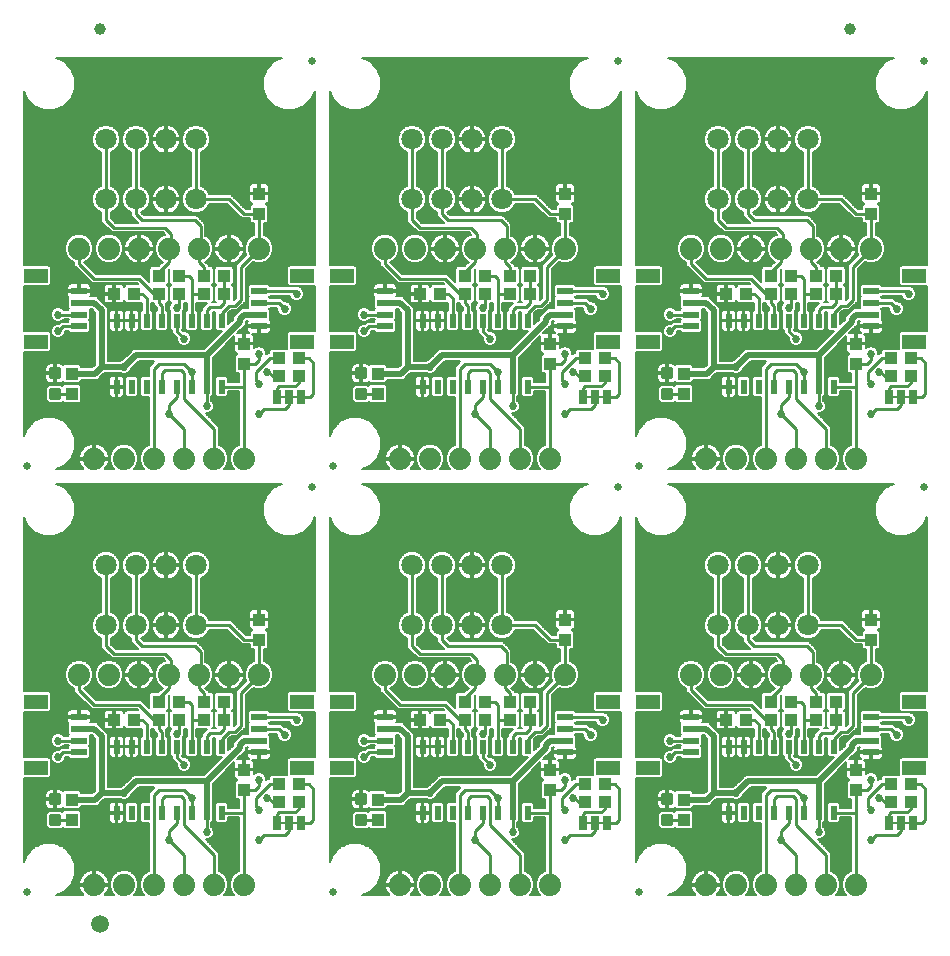
<source format=gtl>
G75*
%MOIN*%
%OFA0B0*%
%FSLAX25Y25*%
%IPPOS*%
%LPD*%
%AMOC8*
5,1,8,0,0,1.08239X$1,22.5*
%
%ADD10C,0.02500*%
%ADD11R,0.07874X0.04724*%
%ADD12R,0.05315X0.02362*%
%ADD13C,0.07400*%
%ADD14C,0.01181*%
%ADD15R,0.02362X0.04724*%
%ADD16R,0.04331X0.03937*%
%ADD17R,0.03937X0.04331*%
%ADD18R,0.02500X0.05000*%
%ADD19R,0.01600X0.01000*%
%ADD20C,0.07087*%
%ADD21C,0.03937*%
%ADD22C,0.05906*%
%ADD23C,0.02000*%
%ADD24C,0.02700*%
%ADD25C,0.01000*%
%ADD26C,0.00600*%
D10*
X0050842Y0031250D03*
X0152842Y0031250D03*
X0254842Y0031250D03*
X0247842Y0166250D03*
X0254842Y0173250D03*
X0349842Y0166250D03*
X0349842Y0308250D03*
X0247842Y0308250D03*
X0145842Y0308250D03*
X0152842Y0173250D03*
X0145842Y0166250D03*
X0050842Y0173250D03*
D11*
X0053873Y0214726D03*
X0053873Y0236774D03*
X0142810Y0236774D03*
X0155873Y0236774D03*
X0155873Y0214726D03*
X0142810Y0214726D03*
X0244810Y0214726D03*
X0257873Y0214726D03*
X0257873Y0236774D03*
X0244810Y0236774D03*
X0346810Y0236774D03*
X0346810Y0214726D03*
X0346810Y0094774D03*
X0346810Y0072726D03*
X0257873Y0072726D03*
X0244810Y0072726D03*
X0244810Y0094774D03*
X0257873Y0094774D03*
X0155873Y0094774D03*
X0142810Y0094774D03*
X0142810Y0072726D03*
X0155873Y0072726D03*
X0053873Y0072726D03*
X0053873Y0094774D03*
D12*
X0068342Y0089656D03*
X0068342Y0085719D03*
X0068342Y0081781D03*
X0068342Y0077844D03*
X0128342Y0077844D03*
X0128342Y0081781D03*
X0128342Y0085719D03*
X0128342Y0089656D03*
X0170342Y0089656D03*
X0170342Y0085719D03*
X0170342Y0081781D03*
X0170342Y0077844D03*
X0230342Y0077844D03*
X0230342Y0081781D03*
X0230342Y0085719D03*
X0230342Y0089656D03*
X0272342Y0089656D03*
X0272342Y0085719D03*
X0272342Y0081781D03*
X0272342Y0077844D03*
X0332342Y0077844D03*
X0332342Y0081781D03*
X0332342Y0085719D03*
X0332342Y0089656D03*
X0332342Y0219844D03*
X0332342Y0223781D03*
X0332342Y0227719D03*
X0332342Y0231656D03*
X0272342Y0231656D03*
X0272342Y0227719D03*
X0272342Y0223781D03*
X0272342Y0219844D03*
X0230342Y0219844D03*
X0230342Y0223781D03*
X0230342Y0227719D03*
X0230342Y0231656D03*
X0170342Y0231656D03*
X0170342Y0227719D03*
X0170342Y0223781D03*
X0170342Y0219844D03*
X0128342Y0219844D03*
X0128342Y0223781D03*
X0128342Y0227719D03*
X0128342Y0231656D03*
X0068342Y0231656D03*
X0068342Y0227719D03*
X0068342Y0223781D03*
X0068342Y0219844D03*
D13*
X0068342Y0245750D03*
X0078342Y0245750D03*
X0088342Y0245750D03*
X0098342Y0245750D03*
X0108342Y0245750D03*
X0118342Y0245750D03*
X0128342Y0245750D03*
X0170342Y0245750D03*
X0180342Y0245750D03*
X0190342Y0245750D03*
X0200342Y0245750D03*
X0210342Y0245750D03*
X0220342Y0245750D03*
X0230342Y0245750D03*
X0272342Y0245750D03*
X0282342Y0245750D03*
X0292342Y0245750D03*
X0302342Y0245750D03*
X0312342Y0245750D03*
X0322342Y0245750D03*
X0332342Y0245750D03*
X0327342Y0175750D03*
X0317342Y0175750D03*
X0307342Y0175750D03*
X0297342Y0175750D03*
X0287342Y0175750D03*
X0277342Y0175750D03*
X0225342Y0175750D03*
X0215342Y0175750D03*
X0205342Y0175750D03*
X0195342Y0175750D03*
X0185342Y0175750D03*
X0175342Y0175750D03*
X0123342Y0175750D03*
X0113342Y0175750D03*
X0103342Y0175750D03*
X0093342Y0175750D03*
X0083342Y0175750D03*
X0073342Y0175750D03*
X0078342Y0103750D03*
X0088342Y0103750D03*
X0098342Y0103750D03*
X0108342Y0103750D03*
X0118342Y0103750D03*
X0128342Y0103750D03*
X0170342Y0103750D03*
X0180342Y0103750D03*
X0190342Y0103750D03*
X0200342Y0103750D03*
X0210342Y0103750D03*
X0220342Y0103750D03*
X0230342Y0103750D03*
X0272342Y0103750D03*
X0282342Y0103750D03*
X0292342Y0103750D03*
X0302342Y0103750D03*
X0312342Y0103750D03*
X0322342Y0103750D03*
X0332342Y0103750D03*
X0327342Y0033750D03*
X0317342Y0033750D03*
X0307342Y0033750D03*
X0297342Y0033750D03*
X0287342Y0033750D03*
X0277342Y0033750D03*
X0225342Y0033750D03*
X0215342Y0033750D03*
X0205342Y0033750D03*
X0195342Y0033750D03*
X0185342Y0033750D03*
X0175342Y0033750D03*
X0123342Y0033750D03*
X0113342Y0033750D03*
X0103342Y0033750D03*
X0093342Y0033750D03*
X0083342Y0033750D03*
X0073342Y0033750D03*
X0068342Y0103750D03*
D14*
X0061720Y0060825D02*
X0058964Y0060825D01*
X0058964Y0063581D01*
X0061720Y0063581D01*
X0061720Y0060825D01*
X0061720Y0061947D02*
X0058964Y0061947D01*
X0058964Y0063069D02*
X0061720Y0063069D01*
X0061720Y0053919D02*
X0058964Y0053919D01*
X0058964Y0056675D01*
X0061720Y0056675D01*
X0061720Y0053919D01*
X0061720Y0055041D02*
X0058964Y0055041D01*
X0058964Y0056163D02*
X0061720Y0056163D01*
X0160964Y0053919D02*
X0163720Y0053919D01*
X0160964Y0053919D02*
X0160964Y0056675D01*
X0163720Y0056675D01*
X0163720Y0053919D01*
X0163720Y0055041D02*
X0160964Y0055041D01*
X0160964Y0056163D02*
X0163720Y0056163D01*
X0163720Y0060825D02*
X0160964Y0060825D01*
X0160964Y0063581D01*
X0163720Y0063581D01*
X0163720Y0060825D01*
X0163720Y0061947D02*
X0160964Y0061947D01*
X0160964Y0063069D02*
X0163720Y0063069D01*
X0262964Y0060825D02*
X0265720Y0060825D01*
X0262964Y0060825D02*
X0262964Y0063581D01*
X0265720Y0063581D01*
X0265720Y0060825D01*
X0265720Y0061947D02*
X0262964Y0061947D01*
X0262964Y0063069D02*
X0265720Y0063069D01*
X0265720Y0053919D02*
X0262964Y0053919D01*
X0262964Y0056675D01*
X0265720Y0056675D01*
X0265720Y0053919D01*
X0265720Y0055041D02*
X0262964Y0055041D01*
X0262964Y0056163D02*
X0265720Y0056163D01*
X0265720Y0195919D02*
X0262964Y0195919D01*
X0262964Y0198675D01*
X0265720Y0198675D01*
X0265720Y0195919D01*
X0265720Y0197041D02*
X0262964Y0197041D01*
X0262964Y0198163D02*
X0265720Y0198163D01*
X0265720Y0202825D02*
X0262964Y0202825D01*
X0262964Y0205581D01*
X0265720Y0205581D01*
X0265720Y0202825D01*
X0265720Y0203947D02*
X0262964Y0203947D01*
X0262964Y0205069D02*
X0265720Y0205069D01*
X0163720Y0202825D02*
X0160964Y0202825D01*
X0160964Y0205581D01*
X0163720Y0205581D01*
X0163720Y0202825D01*
X0163720Y0203947D02*
X0160964Y0203947D01*
X0160964Y0205069D02*
X0163720Y0205069D01*
X0163720Y0195919D02*
X0160964Y0195919D01*
X0160964Y0198675D01*
X0163720Y0198675D01*
X0163720Y0195919D01*
X0163720Y0197041D02*
X0160964Y0197041D01*
X0160964Y0198163D02*
X0163720Y0198163D01*
X0061720Y0195919D02*
X0058964Y0195919D01*
X0058964Y0198675D01*
X0061720Y0198675D01*
X0061720Y0195919D01*
X0061720Y0197041D02*
X0058964Y0197041D01*
X0058964Y0198163D02*
X0061720Y0198163D01*
X0061720Y0202825D02*
X0058964Y0202825D01*
X0058964Y0205581D01*
X0061720Y0205581D01*
X0061720Y0202825D01*
X0061720Y0203947D02*
X0058964Y0203947D01*
X0058964Y0205069D02*
X0061720Y0205069D01*
D15*
X0080842Y0199726D03*
X0085842Y0199726D03*
X0090842Y0199726D03*
X0095842Y0199726D03*
X0100842Y0199726D03*
X0105842Y0199726D03*
X0110842Y0199726D03*
X0115842Y0199726D03*
X0115842Y0221774D03*
X0110842Y0221774D03*
X0105842Y0221774D03*
X0100842Y0221774D03*
X0095842Y0221774D03*
X0090842Y0221774D03*
X0085842Y0221774D03*
X0080842Y0221774D03*
X0182842Y0221774D03*
X0187842Y0221774D03*
X0192842Y0221774D03*
X0197842Y0221774D03*
X0202842Y0221774D03*
X0207842Y0221774D03*
X0212842Y0221774D03*
X0217842Y0221774D03*
X0217842Y0199726D03*
X0212842Y0199726D03*
X0207842Y0199726D03*
X0202842Y0199726D03*
X0197842Y0199726D03*
X0192842Y0199726D03*
X0187842Y0199726D03*
X0182842Y0199726D03*
X0284842Y0199726D03*
X0289842Y0199726D03*
X0294842Y0199726D03*
X0299842Y0199726D03*
X0304842Y0199726D03*
X0309842Y0199726D03*
X0314842Y0199726D03*
X0319842Y0199726D03*
X0319842Y0221774D03*
X0314842Y0221774D03*
X0309842Y0221774D03*
X0304842Y0221774D03*
X0299842Y0221774D03*
X0294842Y0221774D03*
X0289842Y0221774D03*
X0284842Y0221774D03*
X0284842Y0079774D03*
X0289842Y0079774D03*
X0294842Y0079774D03*
X0299842Y0079774D03*
X0304842Y0079774D03*
X0309842Y0079774D03*
X0314842Y0079774D03*
X0319842Y0079774D03*
X0319842Y0057726D03*
X0314842Y0057726D03*
X0309842Y0057726D03*
X0304842Y0057726D03*
X0299842Y0057726D03*
X0294842Y0057726D03*
X0289842Y0057726D03*
X0284842Y0057726D03*
X0217842Y0057726D03*
X0212842Y0057726D03*
X0207842Y0057726D03*
X0202842Y0057726D03*
X0197842Y0057726D03*
X0192842Y0057726D03*
X0187842Y0057726D03*
X0182842Y0057726D03*
X0182842Y0079774D03*
X0187842Y0079774D03*
X0192842Y0079774D03*
X0197842Y0079774D03*
X0202842Y0079774D03*
X0207842Y0079774D03*
X0212842Y0079774D03*
X0217842Y0079774D03*
X0115842Y0079774D03*
X0110842Y0079774D03*
X0105842Y0079774D03*
X0100842Y0079774D03*
X0095842Y0079774D03*
X0090842Y0079774D03*
X0085842Y0079774D03*
X0080842Y0079774D03*
X0080842Y0057726D03*
X0085842Y0057726D03*
X0090842Y0057726D03*
X0095842Y0057726D03*
X0100842Y0057726D03*
X0105842Y0057726D03*
X0110842Y0057726D03*
X0115842Y0057726D03*
D16*
X0134995Y0061250D03*
X0134995Y0067250D03*
X0141688Y0067250D03*
X0141688Y0061250D03*
X0116688Y0088750D03*
X0116688Y0094750D03*
X0109995Y0094750D03*
X0109995Y0088750D03*
X0101688Y0088750D03*
X0101688Y0094750D03*
X0094995Y0094750D03*
X0094995Y0088750D03*
X0086688Y0088750D03*
X0079995Y0088750D03*
X0181995Y0088750D03*
X0188688Y0088750D03*
X0196995Y0088750D03*
X0196995Y0094750D03*
X0203688Y0094750D03*
X0203688Y0088750D03*
X0211995Y0088750D03*
X0211995Y0094750D03*
X0218688Y0094750D03*
X0218688Y0088750D03*
X0236995Y0067250D03*
X0236995Y0061250D03*
X0243688Y0061250D03*
X0243688Y0067250D03*
X0283995Y0088750D03*
X0290688Y0088750D03*
X0298995Y0088750D03*
X0298995Y0094750D03*
X0305688Y0094750D03*
X0305688Y0088750D03*
X0313995Y0088750D03*
X0313995Y0094750D03*
X0320688Y0094750D03*
X0320688Y0088750D03*
X0338995Y0067250D03*
X0338995Y0061250D03*
X0345688Y0061250D03*
X0345688Y0067250D03*
X0345688Y0203250D03*
X0338995Y0203250D03*
X0338995Y0209250D03*
X0345688Y0209250D03*
X0320688Y0230750D03*
X0320688Y0236750D03*
X0313995Y0236750D03*
X0305688Y0236750D03*
X0305688Y0230750D03*
X0313995Y0230750D03*
X0298995Y0230750D03*
X0298995Y0236750D03*
X0290688Y0230750D03*
X0283995Y0230750D03*
X0243688Y0209250D03*
X0236995Y0209250D03*
X0236995Y0203250D03*
X0243688Y0203250D03*
X0218688Y0230750D03*
X0218688Y0236750D03*
X0211995Y0236750D03*
X0211995Y0230750D03*
X0203688Y0230750D03*
X0196995Y0230750D03*
X0196995Y0236750D03*
X0203688Y0236750D03*
X0188688Y0230750D03*
X0181995Y0230750D03*
X0141688Y0209250D03*
X0141688Y0203250D03*
X0134995Y0203250D03*
X0134995Y0209250D03*
X0116688Y0230750D03*
X0109995Y0230750D03*
X0109995Y0236750D03*
X0116688Y0236750D03*
X0101688Y0236750D03*
X0101688Y0230750D03*
X0094995Y0230750D03*
X0086688Y0230750D03*
X0079995Y0230750D03*
X0094995Y0236750D03*
D17*
X0123342Y0214096D03*
X0123342Y0207404D03*
X0167842Y0204096D03*
X0167842Y0197404D03*
X0225342Y0207404D03*
X0225342Y0214096D03*
X0269842Y0204096D03*
X0269842Y0197404D03*
X0327342Y0207404D03*
X0327342Y0214096D03*
X0332342Y0257404D03*
X0332342Y0264096D03*
X0230342Y0264096D03*
X0230342Y0257404D03*
X0128342Y0257404D03*
X0128342Y0264096D03*
X0065842Y0204096D03*
X0065842Y0197404D03*
X0128342Y0122096D03*
X0128342Y0115404D03*
X0123342Y0072096D03*
X0123342Y0065404D03*
X0167842Y0062096D03*
X0167842Y0055404D03*
X0225342Y0065404D03*
X0225342Y0072096D03*
X0269842Y0062096D03*
X0269842Y0055404D03*
X0327342Y0065404D03*
X0327342Y0072096D03*
X0332342Y0115404D03*
X0332342Y0122096D03*
X0230342Y0122096D03*
X0230342Y0115404D03*
X0065842Y0062096D03*
X0065842Y0055404D03*
D18*
X0134342Y0054250D03*
X0138342Y0054250D03*
X0142342Y0054250D03*
X0236342Y0054250D03*
X0240342Y0054250D03*
X0244342Y0054250D03*
X0338342Y0054250D03*
X0342342Y0054250D03*
X0346342Y0054250D03*
X0346342Y0196250D03*
X0342342Y0196250D03*
X0338342Y0196250D03*
X0244342Y0196250D03*
X0240342Y0196250D03*
X0236342Y0196250D03*
X0142342Y0196250D03*
X0138342Y0196250D03*
X0134342Y0196250D03*
D19*
X0136342Y0196250D03*
X0140342Y0196250D03*
X0238342Y0196250D03*
X0242342Y0196250D03*
X0340342Y0196250D03*
X0344342Y0196250D03*
X0344342Y0054250D03*
X0340342Y0054250D03*
X0242342Y0054250D03*
X0238342Y0054250D03*
X0140342Y0054250D03*
X0136342Y0054250D03*
D20*
X0107342Y0120250D03*
X0097342Y0120250D03*
X0087342Y0120250D03*
X0077342Y0120250D03*
X0077342Y0140250D03*
X0087342Y0140250D03*
X0097342Y0140250D03*
X0107342Y0140250D03*
X0179342Y0140250D03*
X0189342Y0140250D03*
X0199342Y0140250D03*
X0209342Y0140250D03*
X0209342Y0120250D03*
X0199342Y0120250D03*
X0189342Y0120250D03*
X0179342Y0120250D03*
X0281342Y0120250D03*
X0291342Y0120250D03*
X0301342Y0120250D03*
X0311342Y0120250D03*
X0311342Y0140250D03*
X0301342Y0140250D03*
X0291342Y0140250D03*
X0281342Y0140250D03*
X0281342Y0262250D03*
X0291342Y0262250D03*
X0301342Y0262250D03*
X0311342Y0262250D03*
X0311342Y0282250D03*
X0301342Y0282250D03*
X0291342Y0282250D03*
X0281342Y0282250D03*
X0209342Y0282250D03*
X0199342Y0282250D03*
X0189342Y0282250D03*
X0179342Y0282250D03*
X0179342Y0262250D03*
X0189342Y0262250D03*
X0199342Y0262250D03*
X0209342Y0262250D03*
X0107342Y0262250D03*
X0097342Y0262250D03*
X0087342Y0262250D03*
X0077342Y0262250D03*
X0077342Y0282250D03*
X0087342Y0282250D03*
X0097342Y0282250D03*
X0107342Y0282250D03*
D21*
X0075342Y0319000D03*
X0325342Y0319000D03*
D22*
X0075342Y0020500D03*
D23*
X0110842Y0057726D02*
X0110842Y0068250D01*
X0121842Y0079250D01*
X0121842Y0080250D01*
X0123373Y0081781D01*
X0128342Y0081781D01*
X0110842Y0068250D02*
X0087342Y0068250D01*
X0083342Y0064250D01*
X0075842Y0064250D01*
X0073688Y0062096D01*
X0065842Y0062096D01*
X0075842Y0064250D02*
X0075842Y0083250D01*
X0073373Y0085719D01*
X0068342Y0085719D01*
X0167842Y0062096D02*
X0175688Y0062096D01*
X0177842Y0064250D01*
X0185342Y0064250D01*
X0189342Y0068250D01*
X0212842Y0068250D01*
X0223842Y0079250D01*
X0223842Y0080250D01*
X0225373Y0081781D01*
X0230342Y0081781D01*
X0212842Y0068250D02*
X0212842Y0057726D01*
X0177842Y0064250D02*
X0177842Y0083250D01*
X0175373Y0085719D01*
X0170342Y0085719D01*
X0272342Y0085719D02*
X0277373Y0085719D01*
X0279842Y0083250D01*
X0279842Y0064250D01*
X0277688Y0062096D01*
X0269842Y0062096D01*
X0279842Y0064250D02*
X0287342Y0064250D01*
X0291342Y0068250D01*
X0314842Y0068250D01*
X0325842Y0079250D01*
X0325842Y0080250D01*
X0327373Y0081781D01*
X0332342Y0081781D01*
X0314842Y0068250D02*
X0314842Y0057726D01*
X0314842Y0199726D02*
X0314842Y0210250D01*
X0325842Y0221250D01*
X0325842Y0222250D01*
X0327373Y0223781D01*
X0332342Y0223781D01*
X0314842Y0210250D02*
X0291342Y0210250D01*
X0287342Y0206250D01*
X0279842Y0206250D01*
X0277688Y0204096D01*
X0269842Y0204096D01*
X0279842Y0206250D02*
X0279842Y0225250D01*
X0277373Y0227719D01*
X0272342Y0227719D01*
X0230342Y0223781D02*
X0225373Y0223781D01*
X0223842Y0222250D01*
X0223842Y0221250D01*
X0212842Y0210250D01*
X0189342Y0210250D01*
X0185342Y0206250D01*
X0177842Y0206250D01*
X0175688Y0204096D01*
X0167842Y0204096D01*
X0177842Y0206250D02*
X0177842Y0225250D01*
X0175373Y0227719D01*
X0170342Y0227719D01*
X0128342Y0223781D02*
X0123373Y0223781D01*
X0121842Y0222250D01*
X0121842Y0221250D01*
X0110842Y0210250D01*
X0087342Y0210250D01*
X0083342Y0206250D01*
X0075842Y0206250D01*
X0073688Y0204096D01*
X0065842Y0204096D01*
X0075842Y0206250D02*
X0075842Y0225250D01*
X0073373Y0227719D01*
X0068342Y0227719D01*
X0110842Y0210250D02*
X0110842Y0199726D01*
X0212842Y0199726D02*
X0212842Y0210250D01*
D24*
X0205342Y0215750D03*
X0202842Y0226086D03*
X0182842Y0215750D03*
X0185342Y0206250D03*
X0175342Y0200750D03*
X0162842Y0210750D03*
X0163342Y0218250D03*
X0163342Y0223750D03*
X0163342Y0231750D03*
X0175342Y0231750D03*
X0140842Y0230750D03*
X0136842Y0225750D03*
X0134342Y0219750D03*
X0128342Y0210750D03*
X0130842Y0204750D03*
X0128342Y0200750D03*
X0128342Y0190750D03*
X0110842Y0193250D03*
X0105842Y0204750D03*
X0118342Y0210750D03*
X0103342Y0215750D03*
X0100842Y0226086D03*
X0080842Y0215750D03*
X0083342Y0206250D03*
X0073342Y0200750D03*
X0060842Y0210750D03*
X0061342Y0218250D03*
X0061342Y0223750D03*
X0061342Y0231750D03*
X0073342Y0231750D03*
X0098342Y0190750D03*
X0200342Y0190750D03*
X0212842Y0193250D03*
X0207842Y0204750D03*
X0220342Y0210750D03*
X0230342Y0210750D03*
X0232842Y0204750D03*
X0230342Y0200750D03*
X0230342Y0190750D03*
X0236342Y0219750D03*
X0238842Y0225750D03*
X0242842Y0230750D03*
X0265342Y0231750D03*
X0277342Y0231750D03*
X0265342Y0223750D03*
X0265342Y0218250D03*
X0264842Y0210750D03*
X0277342Y0200750D03*
X0287342Y0206250D03*
X0284842Y0215750D03*
X0304842Y0226086D03*
X0307342Y0215750D03*
X0309842Y0204750D03*
X0322342Y0210750D03*
X0332342Y0210750D03*
X0334842Y0204750D03*
X0332342Y0200750D03*
X0332342Y0190750D03*
X0314842Y0193250D03*
X0302342Y0190750D03*
X0338342Y0219750D03*
X0340842Y0225750D03*
X0344842Y0230750D03*
X0344842Y0088750D03*
X0340842Y0083750D03*
X0338342Y0077750D03*
X0332342Y0068750D03*
X0334842Y0062750D03*
X0332342Y0058750D03*
X0332342Y0048750D03*
X0314842Y0051250D03*
X0309842Y0062750D03*
X0322342Y0068750D03*
X0307342Y0073750D03*
X0304842Y0084086D03*
X0284842Y0073750D03*
X0287342Y0064250D03*
X0277342Y0058750D03*
X0264842Y0068750D03*
X0265342Y0076250D03*
X0265342Y0081750D03*
X0265342Y0089750D03*
X0277342Y0089750D03*
X0242842Y0088750D03*
X0238842Y0083750D03*
X0236342Y0077750D03*
X0230342Y0068750D03*
X0232842Y0062750D03*
X0230342Y0058750D03*
X0230342Y0048750D03*
X0212842Y0051250D03*
X0207842Y0062750D03*
X0205342Y0073750D03*
X0202842Y0084086D03*
X0182842Y0073750D03*
X0185342Y0064250D03*
X0175342Y0058750D03*
X0162842Y0068750D03*
X0163342Y0076250D03*
X0163342Y0081750D03*
X0163342Y0089750D03*
X0175342Y0089750D03*
X0140842Y0088750D03*
X0136842Y0083750D03*
X0134342Y0077750D03*
X0128342Y0068750D03*
X0130842Y0062750D03*
X0128342Y0058750D03*
X0128342Y0048750D03*
X0110842Y0051250D03*
X0105842Y0062750D03*
X0118342Y0068750D03*
X0103342Y0073750D03*
X0100842Y0084086D03*
X0080842Y0073750D03*
X0083342Y0064250D03*
X0073342Y0058750D03*
X0060842Y0068750D03*
X0061342Y0076250D03*
X0061342Y0081750D03*
X0061342Y0089750D03*
X0073342Y0089750D03*
X0098342Y0048750D03*
X0200342Y0048750D03*
X0220342Y0068750D03*
X0302342Y0048750D03*
D25*
X0307342Y0043750D01*
X0307342Y0033750D01*
X0317342Y0033750D02*
X0317342Y0043750D01*
X0307342Y0053750D01*
X0307342Y0062250D01*
X0306342Y0063250D01*
X0300842Y0063250D01*
X0299842Y0062250D01*
X0299842Y0057726D01*
X0304842Y0057726D02*
X0304842Y0054226D01*
X0302342Y0051726D01*
X0302342Y0048750D01*
X0309842Y0057726D02*
X0309842Y0062750D01*
X0307342Y0065250D01*
X0298842Y0065250D01*
X0297342Y0063750D01*
X0297342Y0033750D01*
X0314842Y0051250D02*
X0314842Y0057726D01*
X0319842Y0057726D02*
X0322342Y0057726D01*
X0322365Y0057750D01*
X0327342Y0057750D01*
X0327342Y0065404D01*
X0330995Y0065404D01*
X0332342Y0066750D01*
X0332342Y0068750D01*
X0335842Y0067250D02*
X0331342Y0062750D01*
X0331342Y0059750D01*
X0332342Y0058750D01*
X0334842Y0062750D02*
X0335342Y0062750D01*
X0336842Y0061250D01*
X0338995Y0061250D01*
X0338942Y0057850D02*
X0344442Y0057850D01*
X0345688Y0059096D01*
X0345688Y0061250D01*
X0345688Y0067250D02*
X0348842Y0067250D01*
X0350342Y0065750D01*
X0350342Y0055250D01*
X0349342Y0054250D01*
X0346342Y0054250D01*
X0342342Y0054250D02*
X0342342Y0051750D01*
X0340842Y0050250D01*
X0333842Y0050250D01*
X0332342Y0048750D01*
X0338342Y0054250D02*
X0338342Y0057250D01*
X0338942Y0057850D01*
X0338995Y0067250D02*
X0335842Y0067250D01*
X0327342Y0057750D02*
X0327342Y0033750D01*
X0307342Y0073750D02*
X0304842Y0076250D01*
X0304842Y0079774D01*
X0304842Y0084086D02*
X0305688Y0084932D01*
X0305688Y0088750D01*
X0309842Y0088750D02*
X0309842Y0093750D01*
X0308842Y0094750D01*
X0305688Y0094750D01*
X0309842Y0088750D02*
X0313995Y0088750D01*
X0309842Y0088750D02*
X0309842Y0079774D01*
X0314842Y0079774D02*
X0314842Y0083250D01*
X0315842Y0084250D01*
X0319342Y0084250D01*
X0320688Y0085596D01*
X0320688Y0088750D01*
X0320688Y0094750D01*
X0326342Y0097750D02*
X0332342Y0103750D01*
X0332342Y0115404D01*
X0327188Y0115404D01*
X0323092Y0119500D01*
X0322342Y0120250D01*
X0311342Y0120250D01*
X0311342Y0140250D01*
X0291342Y0140250D02*
X0291342Y0120250D01*
X0291342Y0115250D01*
X0293342Y0113250D01*
X0310842Y0113250D01*
X0312842Y0111250D01*
X0312842Y0104250D01*
X0312342Y0103750D01*
X0312342Y0099250D01*
X0313995Y0097596D01*
X0313995Y0094750D01*
X0302342Y0099250D02*
X0302342Y0103750D01*
X0302842Y0104250D01*
X0302842Y0108750D01*
X0300842Y0110750D01*
X0283842Y0110750D01*
X0281342Y0113250D01*
X0281342Y0120250D01*
X0281342Y0140250D01*
X0272342Y0103750D02*
X0272342Y0098750D01*
X0277342Y0093750D01*
X0292342Y0093750D01*
X0297342Y0088750D01*
X0298995Y0088750D01*
X0298995Y0085596D01*
X0299842Y0084750D01*
X0299842Y0079774D01*
X0294842Y0079774D02*
X0294842Y0087250D01*
X0293342Y0088750D01*
X0290688Y0088750D01*
X0298995Y0094750D02*
X0298995Y0095904D01*
X0302342Y0099250D01*
X0319842Y0082250D02*
X0322342Y0084750D01*
X0324342Y0084750D01*
X0326342Y0086750D01*
X0326342Y0097750D01*
X0332342Y0089656D02*
X0343936Y0089656D01*
X0344842Y0088750D01*
X0340842Y0083750D02*
X0338873Y0085719D01*
X0332342Y0085719D01*
X0319842Y0082250D02*
X0319842Y0079774D01*
X0272342Y0077844D02*
X0266936Y0077844D01*
X0265342Y0076250D01*
X0265342Y0081750D02*
X0265373Y0081781D01*
X0272342Y0081781D01*
X0248342Y0065750D02*
X0246842Y0067250D01*
X0243688Y0067250D01*
X0248342Y0065750D02*
X0248342Y0055250D01*
X0247342Y0054250D01*
X0244342Y0054250D01*
X0240342Y0054250D02*
X0240342Y0051750D01*
X0238842Y0050250D01*
X0231842Y0050250D01*
X0230342Y0048750D01*
X0236342Y0054250D02*
X0236342Y0057250D01*
X0236942Y0057850D01*
X0242442Y0057850D01*
X0243688Y0059096D01*
X0243688Y0061250D01*
X0236995Y0061250D02*
X0234842Y0061250D01*
X0233342Y0062750D01*
X0232842Y0062750D01*
X0229342Y0062750D02*
X0229342Y0059750D01*
X0230342Y0058750D01*
X0229342Y0062750D02*
X0233842Y0067250D01*
X0236995Y0067250D01*
X0230342Y0066750D02*
X0230342Y0068750D01*
X0230342Y0066750D02*
X0228995Y0065404D01*
X0225342Y0065404D01*
X0225342Y0057750D01*
X0220365Y0057750D01*
X0220342Y0057726D01*
X0217842Y0057726D01*
X0212842Y0057726D02*
X0212842Y0051250D01*
X0205342Y0053750D02*
X0215342Y0043750D01*
X0215342Y0033750D01*
X0225342Y0033750D02*
X0225342Y0057750D01*
X0207842Y0057726D02*
X0207842Y0062750D01*
X0205342Y0065250D01*
X0196842Y0065250D01*
X0195342Y0063750D01*
X0195342Y0033750D01*
X0205342Y0033750D02*
X0205342Y0043750D01*
X0200342Y0048750D01*
X0200342Y0051726D01*
X0202842Y0054226D01*
X0202842Y0057726D01*
X0205342Y0053750D02*
X0205342Y0062250D01*
X0204342Y0063250D01*
X0198842Y0063250D01*
X0197842Y0062250D01*
X0197842Y0057726D01*
X0205342Y0073750D02*
X0202842Y0076250D01*
X0202842Y0079774D01*
X0202842Y0084086D02*
X0203688Y0084932D01*
X0203688Y0088750D01*
X0207842Y0088750D02*
X0207842Y0093750D01*
X0206842Y0094750D01*
X0203688Y0094750D01*
X0200342Y0099250D02*
X0196995Y0095904D01*
X0196995Y0094750D01*
X0196995Y0088750D02*
X0195342Y0088750D01*
X0190342Y0093750D01*
X0175342Y0093750D01*
X0170342Y0098750D01*
X0170342Y0103750D01*
X0179342Y0113250D02*
X0179342Y0120250D01*
X0179342Y0140250D01*
X0189342Y0140250D02*
X0189342Y0120250D01*
X0189342Y0115250D01*
X0191342Y0113250D01*
X0208842Y0113250D01*
X0210842Y0111250D01*
X0210842Y0104250D01*
X0210342Y0103750D01*
X0210342Y0099250D01*
X0211995Y0097596D01*
X0211995Y0094750D01*
X0211995Y0088750D02*
X0207842Y0088750D01*
X0207842Y0079774D01*
X0212842Y0079774D02*
X0212842Y0083250D01*
X0213842Y0084250D01*
X0217342Y0084250D01*
X0218688Y0085596D01*
X0218688Y0088750D01*
X0218688Y0094750D01*
X0224342Y0097750D02*
X0230342Y0103750D01*
X0230342Y0115404D01*
X0225188Y0115404D01*
X0221092Y0119500D01*
X0220342Y0120250D01*
X0209342Y0120250D01*
X0209342Y0140250D01*
X0198842Y0110750D02*
X0181842Y0110750D01*
X0179342Y0113250D01*
X0198842Y0110750D02*
X0200842Y0108750D01*
X0200842Y0104250D01*
X0200342Y0103750D01*
X0200342Y0099250D01*
X0196995Y0088750D02*
X0196995Y0085596D01*
X0197842Y0084750D01*
X0197842Y0079774D01*
X0192842Y0079774D02*
X0192842Y0087250D01*
X0191342Y0088750D01*
X0188688Y0088750D01*
X0170342Y0081781D02*
X0163373Y0081781D01*
X0163342Y0081750D01*
X0164936Y0077844D02*
X0163342Y0076250D01*
X0164936Y0077844D02*
X0170342Y0077844D01*
X0146342Y0065750D02*
X0144842Y0067250D01*
X0141688Y0067250D01*
X0146342Y0065750D02*
X0146342Y0055250D01*
X0145342Y0054250D01*
X0142342Y0054250D01*
X0138342Y0054250D02*
X0138342Y0051750D01*
X0136842Y0050250D01*
X0129842Y0050250D01*
X0128342Y0048750D01*
X0134342Y0054250D02*
X0134342Y0057250D01*
X0134942Y0057850D01*
X0140442Y0057850D01*
X0141688Y0059096D01*
X0141688Y0061250D01*
X0134995Y0061250D02*
X0132842Y0061250D01*
X0131342Y0062750D01*
X0130842Y0062750D01*
X0127342Y0062750D02*
X0127342Y0059750D01*
X0128342Y0058750D01*
X0127342Y0062750D02*
X0131842Y0067250D01*
X0134995Y0067250D01*
X0128342Y0066750D02*
X0128342Y0068750D01*
X0128342Y0066750D02*
X0126995Y0065404D01*
X0123342Y0065404D01*
X0123342Y0057750D01*
X0118365Y0057750D01*
X0118342Y0057726D01*
X0115842Y0057726D01*
X0110842Y0057726D02*
X0110842Y0051250D01*
X0113342Y0043750D02*
X0113342Y0033750D01*
X0103342Y0033750D02*
X0103342Y0043750D01*
X0098342Y0048750D01*
X0098342Y0051726D01*
X0100842Y0054226D01*
X0100842Y0057726D01*
X0103342Y0053750D02*
X0113342Y0043750D01*
X0123342Y0033750D02*
X0123342Y0057750D01*
X0105842Y0057726D02*
X0105842Y0062750D01*
X0103342Y0065250D01*
X0094842Y0065250D01*
X0093342Y0063750D01*
X0093342Y0033750D01*
X0103342Y0053750D02*
X0103342Y0062250D01*
X0102342Y0063250D01*
X0096842Y0063250D01*
X0095842Y0062250D01*
X0095842Y0057726D01*
X0103342Y0073750D02*
X0100842Y0076250D01*
X0100842Y0079774D01*
X0100842Y0084086D02*
X0101688Y0084932D01*
X0101688Y0088750D01*
X0105842Y0088750D02*
X0105842Y0093750D01*
X0104842Y0094750D01*
X0101688Y0094750D01*
X0105842Y0088750D02*
X0109995Y0088750D01*
X0105842Y0088750D02*
X0105842Y0079774D01*
X0110842Y0079774D02*
X0110842Y0083250D01*
X0111842Y0084250D01*
X0115342Y0084250D01*
X0116688Y0085596D01*
X0116688Y0088750D01*
X0116688Y0094750D01*
X0122342Y0097750D02*
X0128342Y0103750D01*
X0128342Y0115404D01*
X0123188Y0115404D01*
X0119092Y0119500D01*
X0118342Y0120250D01*
X0107342Y0120250D01*
X0107342Y0140250D01*
X0087342Y0140250D02*
X0087342Y0120250D01*
X0087342Y0115250D01*
X0089342Y0113250D01*
X0106842Y0113250D01*
X0108842Y0111250D01*
X0108842Y0104250D01*
X0108342Y0103750D01*
X0108342Y0099250D01*
X0109995Y0097596D01*
X0109995Y0094750D01*
X0122342Y0097750D02*
X0122342Y0086750D01*
X0120342Y0084750D01*
X0118342Y0084750D01*
X0115842Y0082250D01*
X0115842Y0079774D01*
X0128342Y0085719D02*
X0134873Y0085719D01*
X0136842Y0083750D01*
X0140842Y0088750D02*
X0139936Y0089656D01*
X0128342Y0089656D01*
X0098342Y0099250D02*
X0098342Y0103750D01*
X0098842Y0104250D01*
X0098842Y0108750D01*
X0096842Y0110750D01*
X0079842Y0110750D01*
X0077342Y0113250D01*
X0077342Y0120250D01*
X0077342Y0140250D01*
X0068342Y0103750D02*
X0068342Y0098750D01*
X0073342Y0093750D01*
X0088342Y0093750D01*
X0093342Y0088750D01*
X0094995Y0088750D01*
X0094995Y0085596D01*
X0095842Y0084750D01*
X0095842Y0079774D01*
X0090842Y0079774D02*
X0090842Y0087250D01*
X0089342Y0088750D01*
X0086688Y0088750D01*
X0094995Y0094750D02*
X0094995Y0095904D01*
X0098342Y0099250D01*
X0068342Y0081781D02*
X0061373Y0081781D01*
X0061342Y0081750D01*
X0062936Y0077844D02*
X0061342Y0076250D01*
X0062936Y0077844D02*
X0068342Y0077844D01*
X0065842Y0055404D02*
X0065736Y0055297D01*
X0060342Y0055297D01*
X0162342Y0055297D02*
X0167736Y0055297D01*
X0167842Y0055404D01*
X0217842Y0079774D02*
X0217842Y0082250D01*
X0220342Y0084750D01*
X0222342Y0084750D01*
X0224342Y0086750D01*
X0224342Y0097750D01*
X0230342Y0089656D02*
X0241936Y0089656D01*
X0242842Y0088750D01*
X0238842Y0083750D02*
X0236873Y0085719D01*
X0230342Y0085719D01*
X0264342Y0055297D02*
X0269736Y0055297D01*
X0269842Y0055404D01*
X0297342Y0175750D02*
X0297342Y0205750D01*
X0298842Y0207250D01*
X0307342Y0207250D01*
X0309842Y0204750D01*
X0309842Y0199726D01*
X0307342Y0195750D02*
X0317342Y0185750D01*
X0317342Y0175750D01*
X0327342Y0175750D02*
X0327342Y0199750D01*
X0322365Y0199750D01*
X0322342Y0199726D01*
X0319842Y0199726D01*
X0314842Y0199726D02*
X0314842Y0193250D01*
X0307342Y0195750D02*
X0307342Y0204250D01*
X0306342Y0205250D01*
X0300842Y0205250D01*
X0299842Y0204250D01*
X0299842Y0199726D01*
X0304842Y0199726D02*
X0304842Y0196226D01*
X0302342Y0193726D01*
X0302342Y0190750D01*
X0307342Y0185750D01*
X0307342Y0175750D01*
X0332342Y0190750D02*
X0333842Y0192250D01*
X0340842Y0192250D01*
X0342342Y0193750D01*
X0342342Y0196250D01*
X0346342Y0196250D02*
X0349342Y0196250D01*
X0350342Y0197250D01*
X0350342Y0207750D01*
X0348842Y0209250D01*
X0345688Y0209250D01*
X0338995Y0209250D02*
X0335842Y0209250D01*
X0331342Y0204750D01*
X0331342Y0201750D01*
X0332342Y0200750D01*
X0334842Y0204750D02*
X0335342Y0204750D01*
X0336842Y0203250D01*
X0338995Y0203250D01*
X0338942Y0199850D02*
X0344442Y0199850D01*
X0345688Y0201096D01*
X0345688Y0203250D01*
X0338942Y0199850D02*
X0338342Y0199250D01*
X0338342Y0196250D01*
X0327342Y0199750D02*
X0327342Y0207404D01*
X0330995Y0207404D01*
X0332342Y0208750D01*
X0332342Y0210750D01*
X0319842Y0221774D02*
X0319842Y0224250D01*
X0322342Y0226750D01*
X0324342Y0226750D01*
X0326342Y0228750D01*
X0326342Y0239750D01*
X0332342Y0245750D01*
X0332342Y0257404D01*
X0327188Y0257404D01*
X0323092Y0261500D01*
X0322342Y0262250D01*
X0311342Y0262250D01*
X0311342Y0282250D01*
X0291342Y0282250D02*
X0291342Y0262250D01*
X0291342Y0257250D01*
X0293342Y0255250D01*
X0310842Y0255250D01*
X0312842Y0253250D01*
X0312842Y0246250D01*
X0312342Y0245750D01*
X0312342Y0241250D01*
X0313995Y0239596D01*
X0313995Y0236750D01*
X0309842Y0235750D02*
X0308842Y0236750D01*
X0305688Y0236750D01*
X0309842Y0235750D02*
X0309842Y0230750D01*
X0313995Y0230750D01*
X0309842Y0230750D02*
X0309842Y0221774D01*
X0314842Y0221774D02*
X0314842Y0225250D01*
X0315842Y0226250D01*
X0319342Y0226250D01*
X0320688Y0227596D01*
X0320688Y0230750D01*
X0320688Y0236750D01*
X0332342Y0231656D02*
X0343936Y0231656D01*
X0344842Y0230750D01*
X0340842Y0225750D02*
X0338873Y0227719D01*
X0332342Y0227719D01*
X0305688Y0226932D02*
X0304842Y0226086D01*
X0305688Y0226932D02*
X0305688Y0230750D01*
X0298995Y0230750D02*
X0298995Y0227596D01*
X0299842Y0226750D01*
X0299842Y0221774D01*
X0304842Y0221774D02*
X0304842Y0218250D01*
X0307342Y0215750D01*
X0294842Y0221774D02*
X0294842Y0229250D01*
X0293342Y0230750D01*
X0290688Y0230750D01*
X0292342Y0235750D02*
X0277342Y0235750D01*
X0272342Y0240750D01*
X0272342Y0245750D01*
X0281342Y0255250D02*
X0281342Y0262250D01*
X0281342Y0282250D01*
X0281342Y0255250D02*
X0283842Y0252750D01*
X0300842Y0252750D01*
X0302842Y0250750D01*
X0302842Y0246250D01*
X0302342Y0245750D01*
X0302342Y0241250D01*
X0298995Y0237904D01*
X0298995Y0236750D01*
X0297342Y0230750D02*
X0292342Y0235750D01*
X0297342Y0230750D02*
X0298995Y0230750D01*
X0272342Y0223781D02*
X0265373Y0223781D01*
X0265342Y0223750D01*
X0266936Y0219844D02*
X0265342Y0218250D01*
X0266936Y0219844D02*
X0272342Y0219844D01*
X0269842Y0197404D02*
X0269736Y0197297D01*
X0264342Y0197297D01*
X0248342Y0197250D02*
X0248342Y0207750D01*
X0246842Y0209250D01*
X0243688Y0209250D01*
X0236995Y0209250D02*
X0233842Y0209250D01*
X0229342Y0204750D01*
X0229342Y0201750D01*
X0230342Y0200750D01*
X0232842Y0204750D02*
X0233342Y0204750D01*
X0234842Y0203250D01*
X0236995Y0203250D01*
X0236942Y0199850D02*
X0236342Y0199250D01*
X0236342Y0196250D01*
X0236942Y0199850D02*
X0242442Y0199850D01*
X0243688Y0201096D01*
X0243688Y0203250D01*
X0244342Y0196250D02*
X0247342Y0196250D01*
X0248342Y0197250D01*
X0240342Y0196250D02*
X0240342Y0193750D01*
X0238842Y0192250D01*
X0231842Y0192250D01*
X0230342Y0190750D01*
X0225342Y0199750D02*
X0220365Y0199750D01*
X0220342Y0199726D01*
X0217842Y0199726D01*
X0212842Y0199726D02*
X0212842Y0193250D01*
X0205342Y0195750D02*
X0215342Y0185750D01*
X0215342Y0175750D01*
X0225342Y0175750D02*
X0225342Y0199750D01*
X0225342Y0207404D01*
X0228995Y0207404D01*
X0230342Y0208750D01*
X0230342Y0210750D01*
X0217842Y0221774D02*
X0217842Y0224250D01*
X0220342Y0226750D01*
X0222342Y0226750D01*
X0224342Y0228750D01*
X0224342Y0239750D01*
X0230342Y0245750D01*
X0230342Y0257404D01*
X0225188Y0257404D01*
X0221092Y0261500D01*
X0220342Y0262250D01*
X0209342Y0262250D01*
X0209342Y0282250D01*
X0189342Y0282250D02*
X0189342Y0262250D01*
X0189342Y0257250D01*
X0191342Y0255250D01*
X0208842Y0255250D01*
X0210842Y0253250D01*
X0210842Y0246250D01*
X0210342Y0245750D01*
X0210342Y0241250D01*
X0211995Y0239596D01*
X0211995Y0236750D01*
X0207842Y0235750D02*
X0206842Y0236750D01*
X0203688Y0236750D01*
X0207842Y0235750D02*
X0207842Y0230750D01*
X0211995Y0230750D01*
X0207842Y0230750D02*
X0207842Y0221774D01*
X0212842Y0221774D02*
X0212842Y0225250D01*
X0213842Y0226250D01*
X0217342Y0226250D01*
X0218688Y0227596D01*
X0218688Y0230750D01*
X0218688Y0236750D01*
X0230342Y0231656D02*
X0241936Y0231656D01*
X0242842Y0230750D01*
X0238842Y0225750D02*
X0236873Y0227719D01*
X0230342Y0227719D01*
X0205342Y0215750D02*
X0202842Y0218250D01*
X0202842Y0221774D01*
X0202842Y0226086D02*
X0203688Y0226932D01*
X0203688Y0230750D01*
X0196995Y0230750D02*
X0196995Y0227596D01*
X0197842Y0226750D01*
X0197842Y0221774D01*
X0192842Y0221774D02*
X0192842Y0229250D01*
X0191342Y0230750D01*
X0188688Y0230750D01*
X0190342Y0235750D02*
X0195342Y0230750D01*
X0196995Y0230750D01*
X0196995Y0236750D02*
X0196995Y0237904D01*
X0200342Y0241250D01*
X0200342Y0245750D01*
X0200842Y0246250D01*
X0200842Y0250750D01*
X0198842Y0252750D01*
X0181842Y0252750D01*
X0179342Y0255250D01*
X0179342Y0262250D01*
X0179342Y0282250D01*
X0170342Y0245750D02*
X0170342Y0240750D01*
X0175342Y0235750D01*
X0190342Y0235750D01*
X0170342Y0223781D02*
X0163373Y0223781D01*
X0163342Y0223750D01*
X0164936Y0219844D02*
X0163342Y0218250D01*
X0164936Y0219844D02*
X0170342Y0219844D01*
X0167842Y0197404D02*
X0167736Y0197297D01*
X0162342Y0197297D01*
X0146342Y0197250D02*
X0146342Y0207750D01*
X0144842Y0209250D01*
X0141688Y0209250D01*
X0141688Y0203250D02*
X0141688Y0201096D01*
X0140442Y0199850D01*
X0134942Y0199850D01*
X0134342Y0199250D01*
X0134342Y0196250D01*
X0138342Y0196250D02*
X0138342Y0193750D01*
X0136842Y0192250D01*
X0129842Y0192250D01*
X0128342Y0190750D01*
X0128342Y0200750D02*
X0127342Y0201750D01*
X0127342Y0204750D01*
X0131842Y0209250D01*
X0134995Y0209250D01*
X0128342Y0208750D02*
X0128342Y0210750D01*
X0128342Y0208750D02*
X0126995Y0207404D01*
X0123342Y0207404D01*
X0123342Y0199750D01*
X0118365Y0199750D01*
X0118342Y0199726D01*
X0115842Y0199726D01*
X0110842Y0199726D02*
X0110842Y0193250D01*
X0113342Y0185750D02*
X0113342Y0175750D01*
X0113342Y0185750D02*
X0103342Y0195750D01*
X0103342Y0204250D01*
X0102342Y0205250D01*
X0096842Y0205250D01*
X0095842Y0204250D01*
X0095842Y0199726D01*
X0100842Y0199726D02*
X0100842Y0196226D01*
X0098342Y0193726D01*
X0098342Y0190750D01*
X0103342Y0185750D01*
X0103342Y0175750D01*
X0093342Y0175750D02*
X0093342Y0205750D01*
X0094842Y0207250D01*
X0103342Y0207250D01*
X0105842Y0204750D01*
X0105842Y0199726D01*
X0103342Y0215750D02*
X0100842Y0218250D01*
X0100842Y0221774D01*
X0100842Y0226086D02*
X0101688Y0226932D01*
X0101688Y0230750D01*
X0105842Y0230750D02*
X0109995Y0230750D01*
X0105842Y0230750D02*
X0105842Y0235750D01*
X0104842Y0236750D01*
X0101688Y0236750D01*
X0098342Y0241250D02*
X0098342Y0245750D01*
X0098842Y0246250D01*
X0098842Y0250750D01*
X0096842Y0252750D01*
X0079842Y0252750D01*
X0077342Y0255250D01*
X0077342Y0262250D01*
X0077342Y0282250D01*
X0087342Y0282250D02*
X0087342Y0262250D01*
X0087342Y0257250D01*
X0089342Y0255250D01*
X0106842Y0255250D01*
X0108842Y0253250D01*
X0108842Y0246250D01*
X0108342Y0245750D01*
X0108342Y0241250D01*
X0109995Y0239596D01*
X0109995Y0236750D01*
X0116688Y0236750D02*
X0116688Y0230750D01*
X0116688Y0227596D01*
X0115342Y0226250D01*
X0111842Y0226250D01*
X0110842Y0225250D01*
X0110842Y0221774D01*
X0115842Y0221774D02*
X0115842Y0224250D01*
X0118342Y0226750D01*
X0120342Y0226750D01*
X0122342Y0228750D01*
X0122342Y0239750D01*
X0128342Y0245750D01*
X0128342Y0257404D01*
X0123188Y0257404D01*
X0119092Y0261500D01*
X0118342Y0262250D01*
X0107342Y0262250D01*
X0107342Y0282250D01*
X0068342Y0245750D02*
X0068342Y0240750D01*
X0073342Y0235750D01*
X0088342Y0235750D01*
X0093342Y0230750D01*
X0094995Y0230750D01*
X0094995Y0227596D01*
X0095842Y0226750D01*
X0095842Y0221774D01*
X0090842Y0221774D02*
X0090842Y0229250D01*
X0089342Y0230750D01*
X0086688Y0230750D01*
X0094995Y0236750D02*
X0094995Y0237904D01*
X0098342Y0241250D01*
X0105842Y0230750D02*
X0105842Y0221774D01*
X0128342Y0227719D02*
X0134873Y0227719D01*
X0136842Y0225750D01*
X0140842Y0230750D02*
X0139936Y0231656D01*
X0128342Y0231656D01*
X0130842Y0204750D02*
X0131342Y0204750D01*
X0132842Y0203250D01*
X0134995Y0203250D01*
X0142342Y0196250D02*
X0145342Y0196250D01*
X0146342Y0197250D01*
X0123342Y0199750D02*
X0123342Y0175750D01*
X0068342Y0219844D02*
X0062936Y0219844D01*
X0061342Y0218250D01*
X0061342Y0223750D02*
X0061373Y0223781D01*
X0068342Y0223781D01*
X0065842Y0197404D02*
X0065736Y0197297D01*
X0060342Y0197297D01*
X0195342Y0205750D02*
X0195342Y0175750D01*
X0205342Y0175750D02*
X0205342Y0185750D01*
X0200342Y0190750D01*
X0200342Y0193726D01*
X0202842Y0196226D01*
X0202842Y0199726D01*
X0205342Y0195750D02*
X0205342Y0204250D01*
X0204342Y0205250D01*
X0198842Y0205250D01*
X0197842Y0204250D01*
X0197842Y0199726D01*
X0195342Y0205750D02*
X0196842Y0207250D01*
X0205342Y0207250D01*
X0207842Y0204750D01*
X0207842Y0199726D01*
D26*
X0049842Y0069264D02*
X0049842Y0041225D01*
X0050882Y0043735D01*
X0050882Y0043735D01*
X0053357Y0046210D01*
X0053357Y0046210D01*
X0056591Y0047550D01*
X0060092Y0047550D01*
X0063327Y0046210D01*
X0063327Y0046210D01*
X0065802Y0043735D01*
X0065802Y0043735D01*
X0067142Y0040500D01*
X0067142Y0037000D01*
X0065802Y0033765D01*
X0065802Y0033765D01*
X0063327Y0031290D01*
X0063327Y0031290D01*
X0060816Y0030250D01*
X0069771Y0030250D01*
X0069528Y0030493D01*
X0069065Y0031129D01*
X0068708Y0031831D01*
X0068465Y0032579D01*
X0068342Y0033356D01*
X0068342Y0033450D01*
X0073042Y0033450D01*
X0073042Y0034050D01*
X0073042Y0038750D01*
X0072948Y0038750D01*
X0072171Y0038627D01*
X0071422Y0038384D01*
X0070721Y0038026D01*
X0070085Y0037564D01*
X0069528Y0037007D01*
X0069065Y0036371D01*
X0068708Y0035669D01*
X0068465Y0034921D01*
X0068342Y0034144D01*
X0068342Y0034050D01*
X0073042Y0034050D01*
X0073642Y0034050D01*
X0078342Y0034050D01*
X0078342Y0034144D01*
X0078219Y0034921D01*
X0077975Y0035669D01*
X0077618Y0036371D01*
X0077156Y0037007D01*
X0076599Y0037564D01*
X0075962Y0038026D01*
X0075261Y0038384D01*
X0074513Y0038627D01*
X0073735Y0038750D01*
X0073642Y0038750D01*
X0073642Y0034050D01*
X0073642Y0033450D01*
X0078342Y0033450D01*
X0078342Y0033356D01*
X0078219Y0032579D01*
X0077975Y0031831D01*
X0077618Y0031129D01*
X0077156Y0030493D01*
X0076913Y0030250D01*
X0080054Y0030250D01*
X0079273Y0031031D01*
X0078542Y0032795D01*
X0078542Y0034705D01*
X0079273Y0036469D01*
X0080623Y0037819D01*
X0082387Y0038550D01*
X0084297Y0038550D01*
X0086061Y0037819D01*
X0087411Y0036469D01*
X0088142Y0034705D01*
X0088142Y0032795D01*
X0087411Y0031031D01*
X0086630Y0030250D01*
X0090054Y0030250D01*
X0089273Y0031031D01*
X0088542Y0032795D01*
X0088542Y0034705D01*
X0089273Y0036469D01*
X0090623Y0037819D01*
X0091742Y0038283D01*
X0091742Y0054264D01*
X0089205Y0054264D01*
X0088561Y0054909D01*
X0088561Y0060544D01*
X0089205Y0061189D01*
X0091742Y0061189D01*
X0091742Y0064413D01*
X0092679Y0065350D01*
X0093479Y0066150D01*
X0088212Y0066150D01*
X0085769Y0063707D01*
X0085419Y0062862D01*
X0084730Y0062173D01*
X0083829Y0061800D01*
X0082854Y0061800D01*
X0082009Y0062150D01*
X0076712Y0062150D01*
X0075788Y0061227D01*
X0074558Y0059996D01*
X0068910Y0059996D01*
X0068910Y0059475D01*
X0068266Y0058831D01*
X0063418Y0058831D01*
X0062909Y0059340D01*
X0062881Y0059312D01*
X0062449Y0059063D01*
X0061969Y0058934D01*
X0060642Y0058934D01*
X0060642Y0061903D01*
X0060042Y0061903D01*
X0057073Y0061903D01*
X0057073Y0060576D01*
X0057202Y0060095D01*
X0057451Y0059664D01*
X0057803Y0059312D01*
X0058234Y0059063D01*
X0058715Y0058934D01*
X0060042Y0058934D01*
X0060042Y0061903D01*
X0060042Y0062503D01*
X0060042Y0065471D01*
X0058715Y0065471D01*
X0058234Y0065342D01*
X0057803Y0065094D01*
X0057451Y0064742D01*
X0057202Y0064310D01*
X0057073Y0063830D01*
X0057073Y0062503D01*
X0060042Y0062503D01*
X0060642Y0062503D01*
X0060642Y0065471D01*
X0061969Y0065471D01*
X0062449Y0065342D01*
X0062881Y0065094D01*
X0063015Y0064959D01*
X0063418Y0065362D01*
X0068266Y0065362D01*
X0068910Y0064717D01*
X0068910Y0064196D01*
X0072818Y0064196D01*
X0073742Y0065120D01*
X0073742Y0082380D01*
X0072503Y0083619D01*
X0071899Y0083619D01*
X0072099Y0083418D01*
X0072099Y0080145D01*
X0071768Y0079813D01*
X0072099Y0079481D01*
X0072099Y0076208D01*
X0071455Y0075563D01*
X0065229Y0075563D01*
X0064584Y0076208D01*
X0064584Y0076244D01*
X0063792Y0076244D01*
X0063792Y0075763D01*
X0063419Y0074862D01*
X0062730Y0074173D01*
X0061829Y0073800D01*
X0060854Y0073800D01*
X0059954Y0074173D01*
X0059265Y0074862D01*
X0058892Y0075763D01*
X0058892Y0076737D01*
X0059265Y0077638D01*
X0059954Y0078327D01*
X0060854Y0078700D01*
X0061529Y0078700D01*
X0062274Y0079444D01*
X0064584Y0079444D01*
X0064584Y0079481D01*
X0064916Y0079813D01*
X0064584Y0080145D01*
X0064584Y0080181D01*
X0063238Y0080181D01*
X0062730Y0079673D01*
X0061829Y0079300D01*
X0060854Y0079300D01*
X0059954Y0079673D01*
X0059265Y0080362D01*
X0058892Y0081263D01*
X0058892Y0082237D01*
X0059265Y0083138D01*
X0059954Y0083827D01*
X0060854Y0084200D01*
X0061829Y0084200D01*
X0062730Y0083827D01*
X0063175Y0083381D01*
X0064584Y0083381D01*
X0064584Y0083418D01*
X0064916Y0083750D01*
X0064584Y0084082D01*
X0064584Y0087355D01*
X0064775Y0087546D01*
X0064644Y0087676D01*
X0064473Y0087973D01*
X0064384Y0088303D01*
X0064384Y0089365D01*
X0068051Y0089365D01*
X0068051Y0089946D01*
X0064384Y0089946D01*
X0064384Y0091008D01*
X0064473Y0091338D01*
X0064644Y0091635D01*
X0064886Y0091877D01*
X0065183Y0092048D01*
X0065513Y0092137D01*
X0068051Y0092137D01*
X0068051Y0089946D01*
X0068632Y0089946D01*
X0068632Y0092137D01*
X0071170Y0092137D01*
X0071501Y0092048D01*
X0071798Y0091877D01*
X0072040Y0091635D01*
X0072211Y0091338D01*
X0072299Y0091008D01*
X0072299Y0089946D01*
X0068632Y0089946D01*
X0068632Y0089365D01*
X0072299Y0089365D01*
X0072299Y0088303D01*
X0072211Y0087973D01*
X0072122Y0087818D01*
X0074243Y0087818D01*
X0075473Y0086588D01*
X0077942Y0084120D01*
X0077942Y0066350D01*
X0082009Y0066350D01*
X0082799Y0066677D01*
X0085242Y0069120D01*
X0085242Y0069120D01*
X0086472Y0070350D01*
X0109972Y0070350D01*
X0115933Y0076311D01*
X0114205Y0076311D01*
X0113561Y0076956D01*
X0113561Y0082591D01*
X0113619Y0082650D01*
X0113064Y0082650D01*
X0113123Y0082591D01*
X0113123Y0076956D01*
X0112479Y0076311D01*
X0109205Y0076311D01*
X0108561Y0076956D01*
X0108561Y0082591D01*
X0109205Y0083236D01*
X0109242Y0083236D01*
X0109242Y0083913D01*
X0111011Y0085681D01*
X0107442Y0085681D01*
X0107442Y0083236D01*
X0107479Y0083236D01*
X0108123Y0082591D01*
X0108123Y0076956D01*
X0107479Y0076311D01*
X0104205Y0076311D01*
X0103561Y0076956D01*
X0103561Y0082591D01*
X0104205Y0083236D01*
X0104242Y0083236D01*
X0104242Y0085681D01*
X0103288Y0085681D01*
X0103288Y0084582D01*
X0103292Y0084573D01*
X0103292Y0083598D01*
X0102947Y0082767D01*
X0103123Y0082591D01*
X0103123Y0076956D01*
X0102761Y0076594D01*
X0103155Y0076200D01*
X0103829Y0076200D01*
X0104730Y0075827D01*
X0105419Y0075138D01*
X0105792Y0074237D01*
X0113859Y0074237D01*
X0114457Y0074835D02*
X0105544Y0074835D01*
X0105792Y0074237D02*
X0105792Y0073263D01*
X0105419Y0072362D01*
X0104730Y0071673D01*
X0103829Y0071300D01*
X0102854Y0071300D01*
X0101954Y0071673D01*
X0101265Y0072362D01*
X0100892Y0073263D01*
X0100892Y0073937D01*
X0099242Y0075587D01*
X0099242Y0076311D01*
X0099205Y0076311D01*
X0098561Y0076956D01*
X0098561Y0082591D01*
X0098736Y0082767D01*
X0098392Y0083598D01*
X0098392Y0084573D01*
X0098765Y0085474D01*
X0099020Y0085729D01*
X0098423Y0086326D01*
X0098423Y0091174D01*
X0098999Y0091750D01*
X0098423Y0092326D01*
X0098423Y0097068D01*
X0098261Y0096906D01*
X0098261Y0092326D01*
X0097685Y0091750D01*
X0098261Y0091174D01*
X0098261Y0086326D01*
X0097616Y0085681D01*
X0097173Y0085681D01*
X0097442Y0085413D01*
X0097442Y0083236D01*
X0097479Y0083236D01*
X0098123Y0082591D01*
X0098123Y0076956D01*
X0097479Y0076311D01*
X0094205Y0076311D01*
X0093561Y0076956D01*
X0093561Y0082591D01*
X0094205Y0083236D01*
X0094242Y0083236D01*
X0094242Y0084087D01*
X0093395Y0084934D01*
X0093395Y0085681D01*
X0092442Y0085681D01*
X0092442Y0083236D01*
X0092479Y0083236D01*
X0093123Y0082591D01*
X0093123Y0076956D01*
X0092479Y0076311D01*
X0089205Y0076311D01*
X0088561Y0076956D01*
X0088561Y0082591D01*
X0089205Y0083236D01*
X0089242Y0083236D01*
X0089242Y0085681D01*
X0084067Y0085681D01*
X0083423Y0086326D01*
X0083423Y0086469D01*
X0083372Y0086280D01*
X0083201Y0085983D01*
X0082959Y0085741D01*
X0082662Y0085570D01*
X0082332Y0085481D01*
X0080295Y0085481D01*
X0080295Y0088450D01*
X0079695Y0088450D01*
X0076530Y0088450D01*
X0076530Y0086610D01*
X0076619Y0086280D01*
X0076790Y0085983D01*
X0077032Y0085741D01*
X0077328Y0085570D01*
X0077659Y0085481D01*
X0079695Y0085481D01*
X0079695Y0088450D01*
X0079695Y0089050D01*
X0076530Y0089050D01*
X0076530Y0090890D01*
X0076619Y0091220D01*
X0076790Y0091517D01*
X0077032Y0091759D01*
X0077328Y0091930D01*
X0077659Y0092018D01*
X0079695Y0092018D01*
X0079695Y0089050D01*
X0080295Y0089050D01*
X0080295Y0092018D01*
X0082332Y0092018D01*
X0082662Y0091930D01*
X0082959Y0091759D01*
X0083201Y0091517D01*
X0083372Y0091220D01*
X0083423Y0091031D01*
X0083423Y0091174D01*
X0084067Y0091818D01*
X0088011Y0091818D01*
X0087679Y0092150D01*
X0072679Y0092150D01*
X0066742Y0098087D01*
X0066742Y0099217D01*
X0065623Y0099681D01*
X0064273Y0101031D01*
X0063542Y0102795D01*
X0063542Y0104705D01*
X0064273Y0106469D01*
X0065623Y0107819D01*
X0067387Y0108550D01*
X0069297Y0108550D01*
X0071061Y0107819D01*
X0072411Y0106469D01*
X0073142Y0104705D01*
X0073142Y0102795D01*
X0072411Y0101031D01*
X0071061Y0099681D01*
X0070080Y0099275D01*
X0074005Y0095350D01*
X0089005Y0095350D01*
X0089942Y0094413D01*
X0091730Y0092625D01*
X0091730Y0097174D01*
X0092374Y0097818D01*
X0094648Y0097818D01*
X0096250Y0099421D01*
X0095623Y0099681D01*
X0094273Y0101031D01*
X0093542Y0102795D01*
X0093542Y0104705D01*
X0094273Y0106469D01*
X0095623Y0107819D01*
X0096957Y0108372D01*
X0096179Y0109150D01*
X0079179Y0109150D01*
X0076679Y0111650D01*
X0075742Y0112587D01*
X0075742Y0115887D01*
X0074712Y0116314D01*
X0073405Y0117620D01*
X0072698Y0119326D01*
X0072698Y0121174D01*
X0073405Y0122880D01*
X0074712Y0124186D01*
X0075742Y0124613D01*
X0075742Y0135887D01*
X0074712Y0136314D01*
X0073405Y0137620D01*
X0072698Y0139326D01*
X0072698Y0141174D01*
X0073405Y0142880D01*
X0074712Y0144186D01*
X0076418Y0144893D01*
X0078265Y0144893D01*
X0079972Y0144186D01*
X0081278Y0142880D01*
X0081985Y0141174D01*
X0081985Y0139326D01*
X0081278Y0137620D01*
X0079972Y0136314D01*
X0078942Y0135887D01*
X0078942Y0124613D01*
X0079972Y0124186D01*
X0081278Y0122880D01*
X0081985Y0121174D01*
X0081985Y0119326D01*
X0081278Y0117620D01*
X0079972Y0116314D01*
X0078942Y0115887D01*
X0078942Y0113913D01*
X0080505Y0112350D01*
X0087979Y0112350D01*
X0087742Y0112587D01*
X0085742Y0114587D01*
X0085742Y0115887D01*
X0084712Y0116314D01*
X0083405Y0117620D01*
X0082698Y0119326D01*
X0082698Y0121174D01*
X0083405Y0122880D01*
X0084712Y0124186D01*
X0085742Y0124613D01*
X0085742Y0135887D01*
X0084712Y0136314D01*
X0083405Y0137620D01*
X0082698Y0139326D01*
X0082698Y0141174D01*
X0083405Y0142880D01*
X0084712Y0144186D01*
X0086418Y0144893D01*
X0088265Y0144893D01*
X0089972Y0144186D01*
X0091278Y0142880D01*
X0091985Y0141174D01*
X0091985Y0139326D01*
X0091278Y0137620D01*
X0089972Y0136314D01*
X0088942Y0135887D01*
X0088942Y0124613D01*
X0089972Y0124186D01*
X0091278Y0122880D01*
X0091985Y0121174D01*
X0091985Y0119326D01*
X0091278Y0117620D01*
X0089972Y0116314D01*
X0088960Y0115894D01*
X0090005Y0114850D01*
X0107505Y0114850D01*
X0109505Y0112850D01*
X0110442Y0111913D01*
X0110442Y0108076D01*
X0111061Y0107819D01*
X0112411Y0106469D01*
X0113142Y0104705D01*
X0113142Y0102795D01*
X0112411Y0101031D01*
X0111061Y0099681D01*
X0110434Y0099421D01*
X0111595Y0098259D01*
X0111595Y0097818D01*
X0112616Y0097818D01*
X0113261Y0097174D01*
X0113261Y0092326D01*
X0112685Y0091750D01*
X0113261Y0091174D01*
X0113261Y0086326D01*
X0112785Y0085850D01*
X0113899Y0085850D01*
X0113423Y0086326D01*
X0113423Y0091174D01*
X0113999Y0091750D01*
X0113423Y0092326D01*
X0113423Y0097174D01*
X0114067Y0097818D01*
X0119309Y0097818D01*
X0119954Y0097174D01*
X0119954Y0092326D01*
X0119378Y0091750D01*
X0119954Y0091174D01*
X0119954Y0086625D01*
X0120742Y0087413D01*
X0120742Y0098413D01*
X0124005Y0101676D01*
X0123542Y0102795D01*
X0123542Y0104705D01*
X0124273Y0106469D01*
X0125623Y0107819D01*
X0126742Y0108283D01*
X0126742Y0112138D01*
X0125918Y0112138D01*
X0125273Y0112783D01*
X0125273Y0113804D01*
X0122526Y0113804D01*
X0118429Y0117900D01*
X0117679Y0118650D01*
X0111705Y0118650D01*
X0111278Y0117620D01*
X0109972Y0116314D01*
X0108265Y0115607D01*
X0106418Y0115607D01*
X0104712Y0116314D01*
X0103405Y0117620D01*
X0102698Y0119326D01*
X0102698Y0121174D01*
X0103405Y0122880D01*
X0104712Y0124186D01*
X0105742Y0124613D01*
X0105742Y0135887D01*
X0104712Y0136314D01*
X0103405Y0137620D01*
X0102698Y0139326D01*
X0102698Y0141174D01*
X0103405Y0142880D01*
X0104712Y0144186D01*
X0106418Y0144893D01*
X0108265Y0144893D01*
X0109972Y0144186D01*
X0111278Y0142880D01*
X0111985Y0141174D01*
X0111985Y0139326D01*
X0111278Y0137620D01*
X0109972Y0136314D01*
X0108942Y0135887D01*
X0108942Y0124613D01*
X0109972Y0124186D01*
X0111278Y0122880D01*
X0111705Y0121850D01*
X0119005Y0121850D01*
X0120692Y0120163D01*
X0123851Y0117004D01*
X0125273Y0117004D01*
X0125273Y0118025D01*
X0125918Y0118669D01*
X0126061Y0118669D01*
X0125872Y0118720D01*
X0125575Y0118891D01*
X0125333Y0119133D01*
X0125162Y0119429D01*
X0125073Y0119760D01*
X0125073Y0121796D01*
X0128042Y0121796D01*
X0128042Y0122396D01*
X0125073Y0122396D01*
X0125073Y0124433D01*
X0125162Y0124764D01*
X0125333Y0125060D01*
X0125575Y0125302D01*
X0125872Y0125473D01*
X0126202Y0125562D01*
X0128042Y0125562D01*
X0128042Y0122396D01*
X0128642Y0122396D01*
X0131610Y0122396D01*
X0131610Y0124433D01*
X0131522Y0124764D01*
X0131351Y0125060D01*
X0131109Y0125302D01*
X0130812Y0125473D01*
X0130481Y0125562D01*
X0128642Y0125562D01*
X0128642Y0122396D01*
X0128642Y0121796D01*
X0131610Y0121796D01*
X0131610Y0119760D01*
X0131522Y0119429D01*
X0131351Y0119133D01*
X0131109Y0118891D01*
X0130812Y0118720D01*
X0130622Y0118669D01*
X0130766Y0118669D01*
X0131410Y0118025D01*
X0131410Y0112783D01*
X0130766Y0112138D01*
X0129942Y0112138D01*
X0129942Y0108283D01*
X0131061Y0107819D01*
X0132411Y0106469D01*
X0133142Y0104705D01*
X0133142Y0102795D01*
X0132411Y0101031D01*
X0131061Y0099681D01*
X0129297Y0098950D01*
X0127387Y0098950D01*
X0126268Y0099414D01*
X0123942Y0097087D01*
X0123942Y0086087D01*
X0123005Y0085150D01*
X0121005Y0083150D01*
X0119005Y0083150D01*
X0118123Y0082268D01*
X0118123Y0078501D01*
X0119742Y0080120D01*
X0119742Y0081120D01*
X0120972Y0082350D01*
X0122503Y0083881D01*
X0124785Y0083881D01*
X0124584Y0084082D01*
X0124584Y0087355D01*
X0124916Y0087687D01*
X0124584Y0088019D01*
X0124584Y0091292D01*
X0125229Y0091937D01*
X0131455Y0091937D01*
X0132099Y0091292D01*
X0132099Y0091255D01*
X0140599Y0091255D01*
X0140655Y0091200D01*
X0141329Y0091200D01*
X0142230Y0090827D01*
X0142919Y0090138D01*
X0143292Y0089237D01*
X0143292Y0088263D01*
X0142919Y0087362D01*
X0142230Y0086673D01*
X0141329Y0086300D01*
X0140354Y0086300D01*
X0139454Y0086673D01*
X0138765Y0087362D01*
X0138478Y0088056D01*
X0132099Y0088056D01*
X0132099Y0088019D01*
X0131768Y0087687D01*
X0132099Y0087355D01*
X0132099Y0087318D01*
X0135536Y0087318D01*
X0136655Y0086200D01*
X0137329Y0086200D01*
X0138230Y0085827D01*
X0138919Y0085138D01*
X0139292Y0084237D01*
X0139292Y0083263D01*
X0138919Y0082362D01*
X0138230Y0081673D01*
X0137329Y0081300D01*
X0136354Y0081300D01*
X0135454Y0081673D01*
X0134765Y0082362D01*
X0134392Y0083263D01*
X0134392Y0083937D01*
X0134211Y0084119D01*
X0132099Y0084119D01*
X0132099Y0084082D01*
X0131768Y0083750D01*
X0132099Y0083418D01*
X0132099Y0080145D01*
X0131909Y0079954D01*
X0132040Y0079824D01*
X0132211Y0079527D01*
X0132299Y0079197D01*
X0132299Y0078135D01*
X0128632Y0078135D01*
X0128632Y0077554D01*
X0128632Y0075363D01*
X0131170Y0075363D01*
X0131501Y0075452D01*
X0131798Y0075623D01*
X0132040Y0075865D01*
X0132211Y0076162D01*
X0132299Y0076492D01*
X0132299Y0077554D01*
X0128632Y0077554D01*
X0128051Y0077554D01*
X0124384Y0077554D01*
X0124384Y0076492D01*
X0124473Y0076162D01*
X0124644Y0075865D01*
X0124886Y0075623D01*
X0124992Y0075562D01*
X0123642Y0075562D01*
X0123642Y0072396D01*
X0126610Y0072396D01*
X0126610Y0074433D01*
X0126522Y0074764D01*
X0126351Y0075060D01*
X0126109Y0075302D01*
X0126002Y0075363D01*
X0128051Y0075363D01*
X0128051Y0077554D01*
X0128051Y0078135D01*
X0124384Y0078135D01*
X0124384Y0079197D01*
X0124473Y0079527D01*
X0124562Y0079681D01*
X0124243Y0079681D01*
X0123942Y0079380D01*
X0123942Y0078380D01*
X0121095Y0075533D01*
X0121202Y0075562D01*
X0123042Y0075562D01*
X0123042Y0072396D01*
X0123042Y0071796D01*
X0120073Y0071796D01*
X0120073Y0069760D01*
X0120162Y0069429D01*
X0120333Y0069133D01*
X0120575Y0068891D01*
X0120872Y0068720D01*
X0121061Y0068669D01*
X0120918Y0068669D01*
X0120273Y0068025D01*
X0120273Y0062783D01*
X0120918Y0062138D01*
X0121742Y0062138D01*
X0121742Y0059350D01*
X0118123Y0059350D01*
X0118123Y0060544D01*
X0117479Y0061189D01*
X0114205Y0061189D01*
X0113561Y0060544D01*
X0113561Y0054909D01*
X0114205Y0054264D01*
X0117479Y0054264D01*
X0118123Y0054909D01*
X0118123Y0056126D01*
X0119005Y0056126D01*
X0119028Y0056150D01*
X0121742Y0056150D01*
X0121742Y0038283D01*
X0120623Y0037819D01*
X0119273Y0036469D01*
X0118542Y0034705D01*
X0118542Y0032795D01*
X0119273Y0031031D01*
X0120054Y0030250D01*
X0116630Y0030250D01*
X0117411Y0031031D01*
X0118142Y0032795D01*
X0118142Y0034705D01*
X0117411Y0036469D01*
X0116061Y0037819D01*
X0114942Y0038283D01*
X0114942Y0044413D01*
X0114005Y0045350D01*
X0110555Y0048800D01*
X0111329Y0048800D01*
X0112230Y0049173D01*
X0112919Y0049862D01*
X0113292Y0050763D01*
X0113292Y0051737D01*
X0112919Y0052638D01*
X0112442Y0053115D01*
X0112442Y0054264D01*
X0112479Y0054264D01*
X0113123Y0054909D01*
X0113123Y0060544D01*
X0112942Y0060725D01*
X0112942Y0067380D01*
X0120102Y0074540D01*
X0120073Y0074433D01*
X0120073Y0072396D01*
X0123042Y0072396D01*
X0123642Y0072396D01*
X0123642Y0071796D01*
X0126610Y0071796D01*
X0126610Y0070483D01*
X0126954Y0070827D01*
X0127854Y0071200D01*
X0128829Y0071200D01*
X0129730Y0070827D01*
X0130419Y0070138D01*
X0130792Y0069237D01*
X0130792Y0068463D01*
X0131179Y0068850D01*
X0131730Y0068850D01*
X0131730Y0069674D01*
X0132374Y0070318D01*
X0137616Y0070318D01*
X0137773Y0070162D01*
X0137773Y0075544D01*
X0138418Y0076189D01*
X0146842Y0076189D01*
X0146842Y0091311D01*
X0138418Y0091311D01*
X0137773Y0091956D01*
X0137773Y0097591D01*
X0138418Y0098236D01*
X0146842Y0098236D01*
X0146842Y0156275D01*
X0145802Y0153765D01*
X0145802Y0153765D01*
X0143327Y0151290D01*
X0143327Y0151290D01*
X0140092Y0149950D01*
X0136591Y0149950D01*
X0133357Y0151290D01*
X0133357Y0151290D01*
X0130882Y0153765D01*
X0130882Y0153765D01*
X0129542Y0157000D01*
X0129542Y0160500D01*
X0130882Y0163735D01*
X0130882Y0163735D01*
X0133357Y0166210D01*
X0135867Y0167250D01*
X0060816Y0167250D01*
X0063327Y0166210D01*
X0063327Y0166210D01*
X0065802Y0163735D01*
X0065802Y0163735D01*
X0067142Y0160500D01*
X0067142Y0157000D01*
X0065802Y0153765D01*
X0065802Y0153765D01*
X0063327Y0151290D01*
X0063327Y0151290D01*
X0060092Y0149950D01*
X0056591Y0149950D01*
X0053357Y0151290D01*
X0053357Y0151290D01*
X0050882Y0153765D01*
X0050882Y0153765D01*
X0049842Y0156275D01*
X0049842Y0098236D01*
X0058266Y0098236D01*
X0058910Y0097591D01*
X0058910Y0091956D01*
X0058266Y0091311D01*
X0049842Y0091311D01*
X0049842Y0076189D01*
X0058266Y0076189D01*
X0058910Y0075544D01*
X0058910Y0069909D01*
X0058266Y0069264D01*
X0049842Y0069264D01*
X0049842Y0068850D02*
X0073742Y0068850D01*
X0073742Y0068252D02*
X0049842Y0068252D01*
X0049842Y0067653D02*
X0073742Y0067653D01*
X0073742Y0067055D02*
X0049842Y0067055D01*
X0049842Y0066456D02*
X0073742Y0066456D01*
X0073742Y0065858D02*
X0049842Y0065858D01*
X0049842Y0065259D02*
X0058090Y0065259D01*
X0057404Y0064661D02*
X0049842Y0064661D01*
X0049842Y0064062D02*
X0057136Y0064062D01*
X0057073Y0063464D02*
X0049842Y0063464D01*
X0049842Y0062865D02*
X0057073Y0062865D01*
X0057073Y0061668D02*
X0049842Y0061668D01*
X0049842Y0061070D02*
X0057073Y0061070D01*
X0057101Y0060471D02*
X0049842Y0060471D01*
X0049842Y0059873D02*
X0057331Y0059873D01*
X0057869Y0059274D02*
X0049842Y0059274D01*
X0049842Y0058676D02*
X0078361Y0058676D01*
X0078361Y0059274D02*
X0068709Y0059274D01*
X0068910Y0059873D02*
X0078361Y0059873D01*
X0078361Y0060260D02*
X0078361Y0058017D01*
X0080551Y0058017D01*
X0080551Y0057436D01*
X0078361Y0057436D01*
X0078361Y0055193D01*
X0078449Y0054862D01*
X0078620Y0054566D01*
X0078862Y0054324D01*
X0079159Y0054153D01*
X0079490Y0054064D01*
X0080551Y0054064D01*
X0080551Y0057436D01*
X0081132Y0057436D01*
X0081132Y0054064D01*
X0082194Y0054064D01*
X0082525Y0054153D01*
X0082821Y0054324D01*
X0083063Y0054566D01*
X0083234Y0054862D01*
X0083323Y0055193D01*
X0083323Y0057436D01*
X0081132Y0057436D01*
X0081132Y0058017D01*
X0080551Y0058017D01*
X0080551Y0061389D01*
X0079490Y0061389D01*
X0079159Y0061300D01*
X0078862Y0061129D01*
X0078620Y0060887D01*
X0078449Y0060590D01*
X0078361Y0060260D01*
X0078417Y0060471D02*
X0075033Y0060471D01*
X0075631Y0061070D02*
X0078803Y0061070D01*
X0080551Y0061070D02*
X0081132Y0061070D01*
X0081132Y0061389D02*
X0081132Y0058017D01*
X0083323Y0058017D01*
X0083323Y0060260D01*
X0083234Y0060590D01*
X0083063Y0060887D01*
X0082821Y0061129D01*
X0082525Y0061300D01*
X0082194Y0061389D01*
X0081132Y0061389D01*
X0081132Y0060471D02*
X0080551Y0060471D01*
X0080551Y0059873D02*
X0081132Y0059873D01*
X0081132Y0059274D02*
X0080551Y0059274D01*
X0080551Y0058676D02*
X0081132Y0058676D01*
X0081132Y0058077D02*
X0080551Y0058077D01*
X0080551Y0057479D02*
X0068910Y0057479D01*
X0068910Y0058025D02*
X0068266Y0058669D01*
X0063418Y0058669D01*
X0062773Y0058025D01*
X0062773Y0058012D01*
X0062420Y0058366D01*
X0058264Y0058366D01*
X0057273Y0057375D01*
X0057273Y0053219D01*
X0058264Y0052229D01*
X0062420Y0052229D01*
X0062874Y0052682D01*
X0063418Y0052138D01*
X0068266Y0052138D01*
X0068910Y0052783D01*
X0068910Y0058025D01*
X0068858Y0058077D02*
X0078361Y0058077D01*
X0078361Y0056880D02*
X0068910Y0056880D01*
X0068910Y0056282D02*
X0078361Y0056282D01*
X0078361Y0055683D02*
X0068910Y0055683D01*
X0068910Y0055084D02*
X0078390Y0055084D01*
X0078700Y0054486D02*
X0068910Y0054486D01*
X0068910Y0053887D02*
X0091742Y0053887D01*
X0091742Y0053289D02*
X0068910Y0053289D01*
X0068818Y0052690D02*
X0091742Y0052690D01*
X0091742Y0052092D02*
X0049842Y0052092D01*
X0049842Y0052690D02*
X0057802Y0052690D01*
X0057273Y0053289D02*
X0049842Y0053289D01*
X0049842Y0053887D02*
X0057273Y0053887D01*
X0057273Y0054486D02*
X0049842Y0054486D01*
X0049842Y0055084D02*
X0057273Y0055084D01*
X0057273Y0055683D02*
X0049842Y0055683D01*
X0049842Y0056282D02*
X0057273Y0056282D01*
X0057273Y0056880D02*
X0049842Y0056880D01*
X0049842Y0057479D02*
X0057376Y0057479D01*
X0057975Y0058077D02*
X0049842Y0058077D01*
X0049842Y0062267D02*
X0060042Y0062267D01*
X0060042Y0062865D02*
X0060642Y0062865D01*
X0060642Y0063464D02*
X0060042Y0063464D01*
X0060042Y0064062D02*
X0060642Y0064062D01*
X0060642Y0064661D02*
X0060042Y0064661D01*
X0060042Y0065259D02*
X0060642Y0065259D01*
X0062594Y0065259D02*
X0063315Y0065259D01*
X0060642Y0061668D02*
X0060042Y0061668D01*
X0060042Y0061070D02*
X0060642Y0061070D01*
X0060642Y0060471D02*
X0060042Y0060471D01*
X0060042Y0059873D02*
X0060642Y0059873D01*
X0060642Y0059274D02*
X0060042Y0059274D01*
X0062815Y0059274D02*
X0062975Y0059274D01*
X0062826Y0058077D02*
X0062709Y0058077D01*
X0068910Y0064661D02*
X0073283Y0064661D01*
X0073742Y0065259D02*
X0068369Y0065259D01*
X0073742Y0069449D02*
X0058451Y0069449D01*
X0058910Y0070047D02*
X0073742Y0070047D01*
X0073742Y0070646D02*
X0058910Y0070646D01*
X0058910Y0071244D02*
X0073742Y0071244D01*
X0073742Y0071843D02*
X0058910Y0071843D01*
X0058910Y0072441D02*
X0073742Y0072441D01*
X0073742Y0073040D02*
X0058910Y0073040D01*
X0058910Y0073638D02*
X0073742Y0073638D01*
X0073742Y0074237D02*
X0062793Y0074237D01*
X0063392Y0074835D02*
X0073742Y0074835D01*
X0073742Y0075434D02*
X0063656Y0075434D01*
X0063792Y0076032D02*
X0064760Y0076032D01*
X0064727Y0079623D02*
X0062610Y0079623D01*
X0061854Y0079025D02*
X0049842Y0079025D01*
X0049842Y0079623D02*
X0060074Y0079623D01*
X0059405Y0080222D02*
X0049842Y0080222D01*
X0049842Y0080820D02*
X0059075Y0080820D01*
X0058892Y0081419D02*
X0049842Y0081419D01*
X0049842Y0082018D02*
X0058892Y0082018D01*
X0059049Y0082616D02*
X0049842Y0082616D01*
X0049842Y0083215D02*
X0059342Y0083215D01*
X0059940Y0083813D02*
X0049842Y0083813D01*
X0049842Y0084412D02*
X0064584Y0084412D01*
X0064584Y0085010D02*
X0049842Y0085010D01*
X0049842Y0085609D02*
X0064584Y0085609D01*
X0064584Y0086207D02*
X0049842Y0086207D01*
X0049842Y0086806D02*
X0064584Y0086806D01*
X0064633Y0087404D02*
X0049842Y0087404D01*
X0049842Y0088003D02*
X0064465Y0088003D01*
X0064384Y0088601D02*
X0049842Y0088601D01*
X0049842Y0089200D02*
X0064384Y0089200D01*
X0064384Y0090397D02*
X0049842Y0090397D01*
X0049842Y0090995D02*
X0064384Y0090995D01*
X0064620Y0091594D02*
X0058548Y0091594D01*
X0058910Y0092192D02*
X0072637Y0092192D01*
X0072063Y0091594D02*
X0076867Y0091594D01*
X0076558Y0090995D02*
X0072299Y0090995D01*
X0072299Y0090397D02*
X0076530Y0090397D01*
X0076530Y0089798D02*
X0068632Y0089798D01*
X0068051Y0089798D02*
X0049842Y0089798D01*
X0058910Y0092791D02*
X0072038Y0092791D01*
X0071440Y0093389D02*
X0058910Y0093389D01*
X0058910Y0093988D02*
X0070841Y0093988D01*
X0070243Y0094586D02*
X0058910Y0094586D01*
X0058910Y0095185D02*
X0069644Y0095185D01*
X0069046Y0095783D02*
X0058910Y0095783D01*
X0058910Y0096382D02*
X0068447Y0096382D01*
X0067849Y0096980D02*
X0058910Y0096980D01*
X0058910Y0097579D02*
X0067250Y0097579D01*
X0066742Y0098177D02*
X0058324Y0098177D01*
X0063719Y0102367D02*
X0049842Y0102367D01*
X0049842Y0102965D02*
X0063542Y0102965D01*
X0063542Y0103564D02*
X0049842Y0103564D01*
X0049842Y0104162D02*
X0063542Y0104162D01*
X0063565Y0104761D02*
X0049842Y0104761D01*
X0049842Y0105359D02*
X0063813Y0105359D01*
X0064061Y0105958D02*
X0049842Y0105958D01*
X0049842Y0106556D02*
X0064360Y0106556D01*
X0064959Y0107155D02*
X0049842Y0107155D01*
X0049842Y0107753D02*
X0065557Y0107753D01*
X0066909Y0108352D02*
X0049842Y0108352D01*
X0049842Y0108951D02*
X0096379Y0108951D01*
X0096909Y0108352D02*
X0090323Y0108352D01*
X0090261Y0108384D02*
X0089513Y0108627D01*
X0088735Y0108750D01*
X0088642Y0108750D01*
X0088642Y0104050D01*
X0093342Y0104050D01*
X0093342Y0104144D01*
X0093219Y0104921D01*
X0092975Y0105669D01*
X0092618Y0106371D01*
X0092156Y0107007D01*
X0091599Y0107564D01*
X0090962Y0108026D01*
X0090261Y0108384D01*
X0091338Y0107753D02*
X0095557Y0107753D01*
X0094959Y0107155D02*
X0092008Y0107155D01*
X0092483Y0106556D02*
X0094360Y0106556D01*
X0094061Y0105958D02*
X0092828Y0105958D01*
X0093076Y0105359D02*
X0093813Y0105359D01*
X0093565Y0104761D02*
X0093244Y0104761D01*
X0093339Y0104162D02*
X0093542Y0104162D01*
X0093542Y0103564D02*
X0088642Y0103564D01*
X0088642Y0103450D02*
X0088642Y0104050D01*
X0088042Y0104050D01*
X0088042Y0108750D01*
X0087948Y0108750D01*
X0087171Y0108627D01*
X0086422Y0108384D01*
X0085721Y0108026D01*
X0085085Y0107564D01*
X0084528Y0107007D01*
X0084065Y0106371D01*
X0083708Y0105669D01*
X0083465Y0104921D01*
X0083342Y0104144D01*
X0083342Y0104050D01*
X0088042Y0104050D01*
X0088042Y0103450D01*
X0088642Y0103450D01*
X0093342Y0103450D01*
X0093342Y0103356D01*
X0093219Y0102579D01*
X0092975Y0101831D01*
X0092618Y0101129D01*
X0092156Y0100493D01*
X0091599Y0099936D01*
X0090962Y0099474D01*
X0090261Y0099116D01*
X0089513Y0098873D01*
X0088735Y0098750D01*
X0088642Y0098750D01*
X0088642Y0103450D01*
X0088642Y0102965D02*
X0088042Y0102965D01*
X0088042Y0103450D02*
X0088042Y0098750D01*
X0087948Y0098750D01*
X0087171Y0098873D01*
X0086422Y0099116D01*
X0085721Y0099474D01*
X0085085Y0099936D01*
X0084528Y0100493D01*
X0084065Y0101129D01*
X0083708Y0101831D01*
X0083465Y0102579D01*
X0083342Y0103356D01*
X0083342Y0103450D01*
X0088042Y0103450D01*
X0088042Y0103564D02*
X0083142Y0103564D01*
X0083142Y0104162D02*
X0083345Y0104162D01*
X0083142Y0104705D02*
X0082411Y0106469D01*
X0081061Y0107819D01*
X0079297Y0108550D01*
X0077387Y0108550D01*
X0075623Y0107819D01*
X0074273Y0106469D01*
X0073542Y0104705D01*
X0073542Y0102795D01*
X0074273Y0101031D01*
X0075623Y0099681D01*
X0077387Y0098950D01*
X0079297Y0098950D01*
X0081061Y0099681D01*
X0082411Y0101031D01*
X0083142Y0102795D01*
X0083142Y0104705D01*
X0083119Y0104761D02*
X0083440Y0104761D01*
X0083607Y0105359D02*
X0082871Y0105359D01*
X0082623Y0105958D02*
X0083855Y0105958D01*
X0084200Y0106556D02*
X0082324Y0106556D01*
X0081725Y0107155D02*
X0084676Y0107155D01*
X0085346Y0107753D02*
X0081127Y0107753D01*
X0079775Y0108352D02*
X0086360Y0108352D01*
X0088042Y0108352D02*
X0088642Y0108352D01*
X0088642Y0107753D02*
X0088042Y0107753D01*
X0088042Y0107155D02*
X0088642Y0107155D01*
X0088642Y0106556D02*
X0088042Y0106556D01*
X0088042Y0105958D02*
X0088642Y0105958D01*
X0088642Y0105359D02*
X0088042Y0105359D01*
X0088042Y0104761D02*
X0088642Y0104761D01*
X0088642Y0104162D02*
X0088042Y0104162D01*
X0088042Y0102367D02*
X0088642Y0102367D01*
X0088642Y0101768D02*
X0088042Y0101768D01*
X0088042Y0101170D02*
X0088642Y0101170D01*
X0088642Y0100571D02*
X0088042Y0100571D01*
X0088042Y0099973D02*
X0088642Y0099973D01*
X0088642Y0099374D02*
X0088042Y0099374D01*
X0088042Y0098776D02*
X0088642Y0098776D01*
X0088898Y0098776D02*
X0095605Y0098776D01*
X0096203Y0099374D02*
X0090768Y0099374D01*
X0091636Y0099973D02*
X0095331Y0099973D01*
X0094732Y0100571D02*
X0092213Y0100571D01*
X0092639Y0101170D02*
X0094215Y0101170D01*
X0093967Y0101768D02*
X0092944Y0101768D01*
X0093150Y0102367D02*
X0093719Y0102367D01*
X0093542Y0102965D02*
X0093280Y0102965D01*
X0087785Y0098776D02*
X0070579Y0098776D01*
X0070321Y0099374D02*
X0076363Y0099374D01*
X0075331Y0099973D02*
X0071353Y0099973D01*
X0071951Y0100571D02*
X0074732Y0100571D01*
X0074215Y0101170D02*
X0072469Y0101170D01*
X0072716Y0101768D02*
X0073967Y0101768D01*
X0073719Y0102367D02*
X0072964Y0102367D01*
X0073142Y0102965D02*
X0073542Y0102965D01*
X0073542Y0103564D02*
X0073142Y0103564D01*
X0073142Y0104162D02*
X0073542Y0104162D01*
X0073565Y0104761D02*
X0073119Y0104761D01*
X0072871Y0105359D02*
X0073813Y0105359D01*
X0074061Y0105958D02*
X0072623Y0105958D01*
X0072324Y0106556D02*
X0074360Y0106556D01*
X0074959Y0107155D02*
X0071725Y0107155D01*
X0071127Y0107753D02*
X0075557Y0107753D01*
X0076909Y0108352D02*
X0069775Y0108352D01*
X0075787Y0112542D02*
X0049842Y0112542D01*
X0049842Y0113140D02*
X0075742Y0113140D01*
X0075742Y0113739D02*
X0049842Y0113739D01*
X0049842Y0114337D02*
X0075742Y0114337D01*
X0075742Y0114936D02*
X0049842Y0114936D01*
X0049842Y0115534D02*
X0075742Y0115534D01*
X0075148Y0116133D02*
X0049842Y0116133D01*
X0049842Y0116731D02*
X0074294Y0116731D01*
X0073695Y0117330D02*
X0049842Y0117330D01*
X0049842Y0117928D02*
X0073278Y0117928D01*
X0073030Y0118527D02*
X0049842Y0118527D01*
X0049842Y0119125D02*
X0072782Y0119125D01*
X0072698Y0119724D02*
X0049842Y0119724D01*
X0049842Y0120322D02*
X0072698Y0120322D01*
X0072698Y0120921D02*
X0049842Y0120921D01*
X0049842Y0121519D02*
X0072842Y0121519D01*
X0073090Y0122118D02*
X0049842Y0122118D01*
X0049842Y0122716D02*
X0073338Y0122716D01*
X0073840Y0123315D02*
X0049842Y0123315D01*
X0049842Y0123913D02*
X0074438Y0123913D01*
X0075497Y0124512D02*
X0049842Y0124512D01*
X0049842Y0125110D02*
X0075742Y0125110D01*
X0075742Y0125709D02*
X0049842Y0125709D01*
X0049842Y0126307D02*
X0075742Y0126307D01*
X0075742Y0126906D02*
X0049842Y0126906D01*
X0049842Y0127504D02*
X0075742Y0127504D01*
X0075742Y0128103D02*
X0049842Y0128103D01*
X0049842Y0128701D02*
X0075742Y0128701D01*
X0075742Y0129300D02*
X0049842Y0129300D01*
X0049842Y0129898D02*
X0075742Y0129898D01*
X0075742Y0130497D02*
X0049842Y0130497D01*
X0049842Y0131095D02*
X0075742Y0131095D01*
X0075742Y0131694D02*
X0049842Y0131694D01*
X0049842Y0132292D02*
X0075742Y0132292D01*
X0075742Y0132891D02*
X0049842Y0132891D01*
X0049842Y0133489D02*
X0075742Y0133489D01*
X0075742Y0134088D02*
X0049842Y0134088D01*
X0049842Y0134687D02*
X0075742Y0134687D01*
X0075742Y0135285D02*
X0049842Y0135285D01*
X0049842Y0135884D02*
X0075742Y0135884D01*
X0074543Y0136482D02*
X0049842Y0136482D01*
X0049842Y0137081D02*
X0073945Y0137081D01*
X0073381Y0137679D02*
X0049842Y0137679D01*
X0049842Y0138278D02*
X0073133Y0138278D01*
X0072885Y0138876D02*
X0049842Y0138876D01*
X0049842Y0139475D02*
X0072698Y0139475D01*
X0072698Y0140073D02*
X0049842Y0140073D01*
X0049842Y0140672D02*
X0072698Y0140672D01*
X0072738Y0141270D02*
X0049842Y0141270D01*
X0049842Y0141869D02*
X0072986Y0141869D01*
X0073234Y0142467D02*
X0049842Y0142467D01*
X0049842Y0143066D02*
X0073591Y0143066D01*
X0074189Y0143664D02*
X0049842Y0143664D01*
X0049842Y0144263D02*
X0074896Y0144263D01*
X0076341Y0144861D02*
X0049842Y0144861D01*
X0049842Y0145460D02*
X0146842Y0145460D01*
X0146842Y0146058D02*
X0049842Y0146058D01*
X0049842Y0146657D02*
X0146842Y0146657D01*
X0146842Y0147255D02*
X0049842Y0147255D01*
X0049842Y0147854D02*
X0146842Y0147854D01*
X0146842Y0148452D02*
X0049842Y0148452D01*
X0049842Y0149051D02*
X0146842Y0149051D01*
X0146842Y0149649D02*
X0049842Y0149649D01*
X0049842Y0150248D02*
X0055872Y0150248D01*
X0054427Y0150846D02*
X0049842Y0150846D01*
X0049842Y0151445D02*
X0053202Y0151445D01*
X0053357Y0151290D02*
X0053357Y0151290D01*
X0052603Y0152043D02*
X0049842Y0152043D01*
X0049842Y0152642D02*
X0052005Y0152642D01*
X0051406Y0153240D02*
X0049842Y0153240D01*
X0049842Y0153839D02*
X0050851Y0153839D01*
X0050603Y0154437D02*
X0049842Y0154437D01*
X0049842Y0155036D02*
X0050355Y0155036D01*
X0050107Y0155634D02*
X0049842Y0155634D01*
X0049842Y0156233D02*
X0049859Y0156233D01*
X0060811Y0150248D02*
X0135872Y0150248D01*
X0134427Y0150846D02*
X0062256Y0150846D01*
X0063482Y0151445D02*
X0133202Y0151445D01*
X0132603Y0152043D02*
X0064080Y0152043D01*
X0064679Y0152642D02*
X0132005Y0152642D01*
X0131406Y0153240D02*
X0065277Y0153240D01*
X0065833Y0153839D02*
X0130851Y0153839D01*
X0130603Y0154437D02*
X0066080Y0154437D01*
X0066328Y0155036D02*
X0130355Y0155036D01*
X0130107Y0155634D02*
X0066576Y0155634D01*
X0066824Y0156233D02*
X0129859Y0156233D01*
X0129611Y0156831D02*
X0067072Y0156831D01*
X0067142Y0157430D02*
X0129542Y0157430D01*
X0129542Y0158028D02*
X0067142Y0158028D01*
X0067142Y0158627D02*
X0129542Y0158627D01*
X0129542Y0159225D02*
X0067142Y0159225D01*
X0067142Y0159824D02*
X0129542Y0159824D01*
X0129542Y0160422D02*
X0067142Y0160422D01*
X0066926Y0161021D02*
X0129757Y0161021D01*
X0130005Y0161620D02*
X0066678Y0161620D01*
X0066430Y0162218D02*
X0130253Y0162218D01*
X0130501Y0162817D02*
X0066182Y0162817D01*
X0065935Y0163415D02*
X0130749Y0163415D01*
X0131160Y0164014D02*
X0065523Y0164014D01*
X0064925Y0164612D02*
X0131759Y0164612D01*
X0132357Y0165211D02*
X0064326Y0165211D01*
X0063728Y0165809D02*
X0132956Y0165809D01*
X0133833Y0166408D02*
X0062850Y0166408D01*
X0061405Y0167006D02*
X0135278Y0167006D01*
X0146824Y0156233D02*
X0146842Y0156233D01*
X0146842Y0155634D02*
X0146576Y0155634D01*
X0146328Y0155036D02*
X0146842Y0155036D01*
X0146842Y0154437D02*
X0146080Y0154437D01*
X0145833Y0153839D02*
X0146842Y0153839D01*
X0146842Y0153240D02*
X0145277Y0153240D01*
X0144679Y0152642D02*
X0146842Y0152642D01*
X0146842Y0152043D02*
X0144080Y0152043D01*
X0143482Y0151445D02*
X0146842Y0151445D01*
X0146842Y0150846D02*
X0142256Y0150846D01*
X0140811Y0150248D02*
X0146842Y0150248D01*
X0151842Y0150248D02*
X0157872Y0150248D01*
X0158591Y0149950D02*
X0162092Y0149950D01*
X0165327Y0151290D01*
X0167802Y0153765D01*
X0167802Y0153765D01*
X0169142Y0157000D01*
X0169142Y0160500D01*
X0167802Y0163735D01*
X0165327Y0166210D01*
X0165327Y0166210D01*
X0162816Y0167250D01*
X0237867Y0167250D01*
X0235357Y0166210D01*
X0232882Y0163735D01*
X0231542Y0160500D01*
X0231542Y0157000D01*
X0232882Y0153765D01*
X0235357Y0151290D01*
X0238591Y0149950D01*
X0242092Y0149950D01*
X0245327Y0151290D01*
X0247802Y0153765D01*
X0247802Y0153765D01*
X0247802Y0153765D01*
X0248842Y0156275D01*
X0248842Y0098236D01*
X0240418Y0098236D01*
X0239773Y0097591D01*
X0239773Y0091956D01*
X0240418Y0091311D01*
X0248842Y0091311D01*
X0248842Y0076189D01*
X0240418Y0076189D01*
X0239773Y0075544D01*
X0239773Y0070162D01*
X0239616Y0070318D01*
X0234374Y0070318D01*
X0233730Y0069674D01*
X0233730Y0068850D01*
X0233179Y0068850D01*
X0232792Y0068463D01*
X0232792Y0069237D01*
X0232419Y0070138D01*
X0231730Y0070827D01*
X0230829Y0071200D01*
X0229854Y0071200D01*
X0228954Y0070827D01*
X0228610Y0070483D01*
X0228610Y0071796D01*
X0225642Y0071796D01*
X0225642Y0072396D01*
X0228610Y0072396D01*
X0228610Y0074433D01*
X0228522Y0074764D01*
X0228351Y0075060D01*
X0228109Y0075302D01*
X0228002Y0075363D01*
X0230051Y0075363D01*
X0230051Y0077554D01*
X0226384Y0077554D01*
X0226384Y0076492D01*
X0226473Y0076162D01*
X0226644Y0075865D01*
X0226886Y0075623D01*
X0226992Y0075562D01*
X0225642Y0075562D01*
X0225642Y0072396D01*
X0225042Y0072396D01*
X0225042Y0071796D01*
X0222073Y0071796D01*
X0222073Y0069760D01*
X0222162Y0069429D01*
X0222333Y0069133D01*
X0222575Y0068891D01*
X0222872Y0068720D01*
X0223061Y0068669D01*
X0222918Y0068669D01*
X0222273Y0068025D01*
X0222273Y0062783D01*
X0222918Y0062138D01*
X0223742Y0062138D01*
X0223742Y0059350D01*
X0220123Y0059350D01*
X0220123Y0060544D01*
X0219479Y0061189D01*
X0216205Y0061189D01*
X0215561Y0060544D01*
X0215561Y0054909D01*
X0216205Y0054264D01*
X0219479Y0054264D01*
X0220123Y0054909D01*
X0220123Y0056126D01*
X0221005Y0056126D01*
X0221028Y0056150D01*
X0223742Y0056150D01*
X0223742Y0038283D01*
X0222623Y0037819D01*
X0221273Y0036469D01*
X0220542Y0034705D01*
X0220542Y0032795D01*
X0221273Y0031031D01*
X0222054Y0030250D01*
X0218630Y0030250D01*
X0219411Y0031031D01*
X0220142Y0032795D01*
X0220142Y0034705D01*
X0219411Y0036469D01*
X0218061Y0037819D01*
X0216942Y0038283D01*
X0216942Y0044413D01*
X0216005Y0045350D01*
X0212555Y0048800D01*
X0213329Y0048800D01*
X0214230Y0049173D01*
X0214919Y0049862D01*
X0215292Y0050763D01*
X0215292Y0051737D01*
X0214919Y0052638D01*
X0214442Y0053115D01*
X0214442Y0054264D01*
X0214479Y0054264D01*
X0215123Y0054909D01*
X0215123Y0060544D01*
X0214942Y0060725D01*
X0214942Y0067380D01*
X0222102Y0074540D01*
X0222073Y0074433D01*
X0222073Y0072396D01*
X0225042Y0072396D01*
X0225042Y0075562D01*
X0223202Y0075562D01*
X0223095Y0075533D01*
X0225942Y0078380D01*
X0225942Y0079380D01*
X0226243Y0079681D01*
X0226562Y0079681D01*
X0226473Y0079527D01*
X0226384Y0079197D01*
X0226384Y0078135D01*
X0230051Y0078135D01*
X0230051Y0077554D01*
X0230632Y0077554D01*
X0230632Y0075363D01*
X0233170Y0075363D01*
X0233501Y0075452D01*
X0233798Y0075623D01*
X0234040Y0075865D01*
X0234211Y0076162D01*
X0234299Y0076492D01*
X0234299Y0077554D01*
X0230632Y0077554D01*
X0230632Y0078135D01*
X0234299Y0078135D01*
X0234299Y0079197D01*
X0234211Y0079527D01*
X0234040Y0079824D01*
X0233909Y0079954D01*
X0234099Y0080145D01*
X0234099Y0083418D01*
X0233768Y0083750D01*
X0234099Y0084082D01*
X0234099Y0084119D01*
X0236211Y0084119D01*
X0236392Y0083937D01*
X0236392Y0083263D01*
X0236765Y0082362D01*
X0237454Y0081673D01*
X0238354Y0081300D01*
X0239329Y0081300D01*
X0240230Y0081673D01*
X0240919Y0082362D01*
X0241292Y0083263D01*
X0241292Y0084237D01*
X0240919Y0085138D01*
X0240230Y0085827D01*
X0239329Y0086200D01*
X0238655Y0086200D01*
X0237536Y0087318D01*
X0234099Y0087318D01*
X0234099Y0087355D01*
X0233768Y0087687D01*
X0234099Y0088019D01*
X0234099Y0088056D01*
X0240478Y0088056D01*
X0240765Y0087362D01*
X0241454Y0086673D01*
X0242354Y0086300D01*
X0243329Y0086300D01*
X0244230Y0086673D01*
X0244919Y0087362D01*
X0245292Y0088263D01*
X0245292Y0089237D01*
X0244919Y0090138D01*
X0244230Y0090827D01*
X0243329Y0091200D01*
X0242655Y0091200D01*
X0242599Y0091255D01*
X0234099Y0091255D01*
X0234099Y0091292D01*
X0233455Y0091937D01*
X0227229Y0091937D01*
X0226584Y0091292D01*
X0226584Y0088019D01*
X0226916Y0087687D01*
X0226584Y0087355D01*
X0226584Y0084082D01*
X0226785Y0083881D01*
X0224503Y0083881D01*
X0222972Y0082350D01*
X0221742Y0081120D01*
X0221742Y0080120D01*
X0220123Y0078501D01*
X0220123Y0082268D01*
X0221005Y0083150D01*
X0223005Y0083150D01*
X0225005Y0085150D01*
X0225942Y0086087D01*
X0225942Y0097087D01*
X0228268Y0099414D01*
X0229387Y0098950D01*
X0231297Y0098950D01*
X0233061Y0099681D01*
X0234411Y0101031D01*
X0235142Y0102795D01*
X0235142Y0104705D01*
X0234411Y0106469D01*
X0233061Y0107819D01*
X0231942Y0108283D01*
X0231942Y0112138D01*
X0232766Y0112138D01*
X0233410Y0112783D01*
X0233410Y0118025D01*
X0232766Y0118669D01*
X0232622Y0118669D01*
X0232812Y0118720D01*
X0233109Y0118891D01*
X0233351Y0119133D01*
X0233522Y0119429D01*
X0233610Y0119760D01*
X0233610Y0121796D01*
X0230642Y0121796D01*
X0230642Y0122396D01*
X0233610Y0122396D01*
X0233610Y0124433D01*
X0233522Y0124764D01*
X0233351Y0125060D01*
X0233109Y0125302D01*
X0232812Y0125473D01*
X0232481Y0125562D01*
X0230642Y0125562D01*
X0230642Y0122396D01*
X0230042Y0122396D01*
X0230042Y0121796D01*
X0227073Y0121796D01*
X0227073Y0119760D01*
X0227162Y0119429D01*
X0227333Y0119133D01*
X0227575Y0118891D01*
X0227872Y0118720D01*
X0228061Y0118669D01*
X0227918Y0118669D01*
X0227273Y0118025D01*
X0227273Y0117004D01*
X0225851Y0117004D01*
X0222692Y0120163D01*
X0221005Y0121850D01*
X0213705Y0121850D01*
X0213278Y0122880D01*
X0211972Y0124186D01*
X0210942Y0124613D01*
X0210942Y0135887D01*
X0211972Y0136314D01*
X0213278Y0137620D01*
X0213985Y0139326D01*
X0213985Y0141174D01*
X0213278Y0142880D01*
X0211972Y0144186D01*
X0210265Y0144893D01*
X0208418Y0144893D01*
X0206712Y0144186D01*
X0205405Y0142880D01*
X0204698Y0141174D01*
X0204698Y0139326D01*
X0205405Y0137620D01*
X0206712Y0136314D01*
X0207742Y0135887D01*
X0207742Y0124613D01*
X0206712Y0124186D01*
X0205405Y0122880D01*
X0204698Y0121174D01*
X0204698Y0119326D01*
X0205405Y0117620D01*
X0206712Y0116314D01*
X0208418Y0115607D01*
X0210265Y0115607D01*
X0211972Y0116314D01*
X0213278Y0117620D01*
X0213705Y0118650D01*
X0219679Y0118650D01*
X0220429Y0117900D01*
X0224526Y0113804D01*
X0227273Y0113804D01*
X0227273Y0112783D01*
X0227918Y0112138D01*
X0228742Y0112138D01*
X0228742Y0108283D01*
X0227623Y0107819D01*
X0226273Y0106469D01*
X0225542Y0104705D01*
X0225542Y0102795D01*
X0226005Y0101676D01*
X0222742Y0098413D01*
X0222742Y0087413D01*
X0221954Y0086625D01*
X0221954Y0091174D01*
X0221378Y0091750D01*
X0221954Y0092326D01*
X0221954Y0097174D01*
X0221309Y0097818D01*
X0216067Y0097818D01*
X0215423Y0097174D01*
X0215423Y0092326D01*
X0215999Y0091750D01*
X0215423Y0091174D01*
X0215423Y0086326D01*
X0215899Y0085850D01*
X0214785Y0085850D01*
X0215261Y0086326D01*
X0215261Y0091174D01*
X0214685Y0091750D01*
X0215261Y0092326D01*
X0215261Y0097174D01*
X0214616Y0097818D01*
X0213595Y0097818D01*
X0213595Y0098259D01*
X0212434Y0099421D01*
X0213061Y0099681D01*
X0214411Y0101031D01*
X0215142Y0102795D01*
X0215142Y0104705D01*
X0214411Y0106469D01*
X0213061Y0107819D01*
X0212442Y0108076D01*
X0212442Y0111913D01*
X0211505Y0112850D01*
X0209505Y0114850D01*
X0192005Y0114850D01*
X0190960Y0115894D01*
X0191972Y0116314D01*
X0193278Y0117620D01*
X0193985Y0119326D01*
X0193985Y0121174D01*
X0193278Y0122880D01*
X0191972Y0124186D01*
X0190942Y0124613D01*
X0190942Y0135887D01*
X0191972Y0136314D01*
X0193278Y0137620D01*
X0193985Y0139326D01*
X0193985Y0141174D01*
X0193278Y0142880D01*
X0191972Y0144186D01*
X0190265Y0144893D01*
X0188418Y0144893D01*
X0186712Y0144186D01*
X0185405Y0142880D01*
X0184698Y0141174D01*
X0184698Y0139326D01*
X0185405Y0137620D01*
X0186712Y0136314D01*
X0187742Y0135887D01*
X0187742Y0124613D01*
X0186712Y0124186D01*
X0185405Y0122880D01*
X0184698Y0121174D01*
X0184698Y0119326D01*
X0185405Y0117620D01*
X0186712Y0116314D01*
X0187742Y0115887D01*
X0187742Y0114587D01*
X0189742Y0112587D01*
X0189979Y0112350D01*
X0182505Y0112350D01*
X0180942Y0113913D01*
X0180942Y0115887D01*
X0181972Y0116314D01*
X0183278Y0117620D01*
X0183985Y0119326D01*
X0183985Y0121174D01*
X0183278Y0122880D01*
X0181972Y0124186D01*
X0180942Y0124613D01*
X0180942Y0135887D01*
X0181972Y0136314D01*
X0183278Y0137620D01*
X0183985Y0139326D01*
X0183985Y0141174D01*
X0183278Y0142880D01*
X0181972Y0144186D01*
X0180265Y0144893D01*
X0178418Y0144893D01*
X0176712Y0144186D01*
X0175405Y0142880D01*
X0174698Y0141174D01*
X0174698Y0139326D01*
X0175405Y0137620D01*
X0176712Y0136314D01*
X0177742Y0135887D01*
X0177742Y0124613D01*
X0176712Y0124186D01*
X0175405Y0122880D01*
X0174698Y0121174D01*
X0174698Y0119326D01*
X0175405Y0117620D01*
X0176712Y0116314D01*
X0177742Y0115887D01*
X0177742Y0112587D01*
X0178679Y0111650D01*
X0181179Y0109150D01*
X0198179Y0109150D01*
X0198957Y0108372D01*
X0197623Y0107819D01*
X0196273Y0106469D01*
X0195542Y0104705D01*
X0195542Y0102795D01*
X0196273Y0101031D01*
X0197623Y0099681D01*
X0198250Y0099421D01*
X0196648Y0097818D01*
X0194374Y0097818D01*
X0193730Y0097174D01*
X0193730Y0092625D01*
X0191942Y0094413D01*
X0191005Y0095350D01*
X0176005Y0095350D01*
X0172080Y0099275D01*
X0173061Y0099681D01*
X0174411Y0101031D01*
X0175142Y0102795D01*
X0175142Y0104705D01*
X0174411Y0106469D01*
X0173061Y0107819D01*
X0171297Y0108550D01*
X0169387Y0108550D01*
X0167623Y0107819D01*
X0166273Y0106469D01*
X0165542Y0104705D01*
X0165542Y0102795D01*
X0166273Y0101031D01*
X0167623Y0099681D01*
X0168742Y0099217D01*
X0168742Y0098087D01*
X0169679Y0097150D01*
X0174679Y0092150D01*
X0189679Y0092150D01*
X0190011Y0091818D01*
X0186067Y0091818D01*
X0185423Y0091174D01*
X0185423Y0091031D01*
X0185372Y0091220D01*
X0185201Y0091517D01*
X0184959Y0091759D01*
X0184662Y0091930D01*
X0184332Y0092018D01*
X0182295Y0092018D01*
X0182295Y0089050D01*
X0181695Y0089050D01*
X0181695Y0088450D01*
X0178530Y0088450D01*
X0178530Y0086610D01*
X0178619Y0086280D01*
X0178790Y0085983D01*
X0179032Y0085741D01*
X0179328Y0085570D01*
X0179659Y0085481D01*
X0181695Y0085481D01*
X0181695Y0088450D01*
X0182295Y0088450D01*
X0182295Y0085481D01*
X0184332Y0085481D01*
X0184662Y0085570D01*
X0184959Y0085741D01*
X0185201Y0085983D01*
X0185372Y0086280D01*
X0185423Y0086469D01*
X0185423Y0086326D01*
X0186067Y0085681D01*
X0191242Y0085681D01*
X0191242Y0083236D01*
X0191205Y0083236D01*
X0190561Y0082591D01*
X0190561Y0076956D01*
X0191205Y0076311D01*
X0194479Y0076311D01*
X0195123Y0076956D01*
X0195123Y0082591D01*
X0194479Y0083236D01*
X0194442Y0083236D01*
X0194442Y0085681D01*
X0195395Y0085681D01*
X0195395Y0084934D01*
X0196242Y0084087D01*
X0196242Y0083236D01*
X0196205Y0083236D01*
X0195561Y0082591D01*
X0195561Y0076956D01*
X0196205Y0076311D01*
X0199479Y0076311D01*
X0200123Y0076956D01*
X0200123Y0082591D01*
X0199479Y0083236D01*
X0199442Y0083236D01*
X0199442Y0085413D01*
X0199173Y0085681D01*
X0199616Y0085681D01*
X0200261Y0086326D01*
X0200261Y0091174D01*
X0199685Y0091750D01*
X0200261Y0092326D01*
X0200261Y0096906D01*
X0200423Y0097068D01*
X0200423Y0092326D01*
X0200999Y0091750D01*
X0200423Y0091174D01*
X0200423Y0086326D01*
X0201020Y0085729D01*
X0200765Y0085474D01*
X0200392Y0084573D01*
X0200392Y0083598D01*
X0200736Y0082767D01*
X0200561Y0082591D01*
X0200561Y0076956D01*
X0201205Y0076311D01*
X0201242Y0076311D01*
X0201242Y0075587D01*
X0202892Y0073937D01*
X0202892Y0073263D01*
X0203265Y0072362D01*
X0203954Y0071673D01*
X0204854Y0071300D01*
X0205829Y0071300D01*
X0206730Y0071673D01*
X0207419Y0072362D01*
X0207792Y0073263D01*
X0207792Y0074237D01*
X0215859Y0074237D01*
X0216457Y0074835D02*
X0207544Y0074835D01*
X0207419Y0075138D02*
X0206730Y0075827D01*
X0205829Y0076200D01*
X0205155Y0076200D01*
X0204761Y0076594D01*
X0205123Y0076956D01*
X0205123Y0082591D01*
X0204947Y0082767D01*
X0205292Y0083598D01*
X0205292Y0084573D01*
X0205288Y0084582D01*
X0205288Y0085681D01*
X0206242Y0085681D01*
X0206242Y0083236D01*
X0206205Y0083236D01*
X0205561Y0082591D01*
X0205561Y0076956D01*
X0206205Y0076311D01*
X0209479Y0076311D01*
X0210123Y0076956D01*
X0210123Y0082591D01*
X0209479Y0083236D01*
X0209442Y0083236D01*
X0209442Y0085681D01*
X0213011Y0085681D01*
X0212242Y0084913D01*
X0211242Y0083913D01*
X0211242Y0083236D01*
X0211205Y0083236D01*
X0210561Y0082591D01*
X0210561Y0076956D01*
X0211205Y0076311D01*
X0214479Y0076311D01*
X0215123Y0076956D01*
X0215123Y0082591D01*
X0215064Y0082650D01*
X0215619Y0082650D01*
X0215561Y0082591D01*
X0215561Y0076956D01*
X0216205Y0076311D01*
X0217933Y0076311D01*
X0211972Y0070350D01*
X0188472Y0070350D01*
X0187242Y0069120D01*
X0187242Y0069120D01*
X0184799Y0066677D01*
X0184009Y0066350D01*
X0179942Y0066350D01*
X0179942Y0084120D01*
X0177473Y0086588D01*
X0176243Y0087818D01*
X0174122Y0087818D01*
X0174211Y0087973D01*
X0174299Y0088303D01*
X0174299Y0089365D01*
X0170632Y0089365D01*
X0170632Y0089946D01*
X0170051Y0089946D01*
X0170051Y0089365D01*
X0166384Y0089365D01*
X0166384Y0088303D01*
X0166473Y0087973D01*
X0166644Y0087676D01*
X0166775Y0087546D01*
X0166584Y0087355D01*
X0166584Y0084082D01*
X0166916Y0083750D01*
X0166584Y0083418D01*
X0166584Y0083381D01*
X0165175Y0083381D01*
X0164730Y0083827D01*
X0163829Y0084200D01*
X0162854Y0084200D01*
X0161954Y0083827D01*
X0161265Y0083138D01*
X0160892Y0082237D01*
X0160892Y0081263D01*
X0161265Y0080362D01*
X0161954Y0079673D01*
X0162854Y0079300D01*
X0163829Y0079300D01*
X0164730Y0079673D01*
X0165238Y0080181D01*
X0166584Y0080181D01*
X0166584Y0080145D01*
X0166916Y0079813D01*
X0166584Y0079481D01*
X0166584Y0079444D01*
X0164274Y0079444D01*
X0163529Y0078700D01*
X0162854Y0078700D01*
X0161954Y0078327D01*
X0161265Y0077638D01*
X0160892Y0076737D01*
X0160892Y0075763D01*
X0161265Y0074862D01*
X0161954Y0074173D01*
X0162854Y0073800D01*
X0163829Y0073800D01*
X0164730Y0074173D01*
X0165419Y0074862D01*
X0165792Y0075763D01*
X0165792Y0076244D01*
X0166584Y0076244D01*
X0166584Y0076208D01*
X0167229Y0075563D01*
X0173455Y0075563D01*
X0174099Y0076208D01*
X0174099Y0079481D01*
X0173768Y0079813D01*
X0174099Y0080145D01*
X0174099Y0083418D01*
X0173899Y0083619D01*
X0174503Y0083619D01*
X0175742Y0082380D01*
X0175742Y0065120D01*
X0174818Y0064196D01*
X0170910Y0064196D01*
X0170910Y0064717D01*
X0170266Y0065362D01*
X0165418Y0065362D01*
X0165015Y0064959D01*
X0164881Y0065094D01*
X0164449Y0065342D01*
X0163969Y0065471D01*
X0162642Y0065471D01*
X0162642Y0062503D01*
X0162042Y0062503D01*
X0162042Y0065471D01*
X0160715Y0065471D01*
X0160234Y0065342D01*
X0159803Y0065094D01*
X0159451Y0064742D01*
X0159202Y0064310D01*
X0159073Y0063830D01*
X0159073Y0062503D01*
X0162042Y0062503D01*
X0162042Y0061903D01*
X0159073Y0061903D01*
X0159073Y0060576D01*
X0159202Y0060095D01*
X0159451Y0059664D01*
X0159803Y0059312D01*
X0160234Y0059063D01*
X0160715Y0058934D01*
X0162042Y0058934D01*
X0162042Y0061903D01*
X0162642Y0061903D01*
X0162642Y0058934D01*
X0163969Y0058934D01*
X0164449Y0059063D01*
X0164881Y0059312D01*
X0164909Y0059340D01*
X0165418Y0058831D01*
X0170266Y0058831D01*
X0170910Y0059475D01*
X0170910Y0059996D01*
X0176558Y0059996D01*
X0177788Y0061227D01*
X0178712Y0062150D01*
X0184009Y0062150D01*
X0184854Y0061800D01*
X0185829Y0061800D01*
X0186730Y0062173D01*
X0187419Y0062862D01*
X0187769Y0063707D01*
X0190212Y0066150D01*
X0195479Y0066150D01*
X0194679Y0065350D01*
X0193742Y0064413D01*
X0193742Y0061189D01*
X0191205Y0061189D01*
X0190561Y0060544D01*
X0190561Y0054909D01*
X0191205Y0054264D01*
X0193742Y0054264D01*
X0193742Y0038283D01*
X0192623Y0037819D01*
X0191273Y0036469D01*
X0190542Y0034705D01*
X0190542Y0032795D01*
X0191273Y0031031D01*
X0192054Y0030250D01*
X0188630Y0030250D01*
X0189411Y0031031D01*
X0190142Y0032795D01*
X0190142Y0034705D01*
X0189411Y0036469D01*
X0188061Y0037819D01*
X0186297Y0038550D01*
X0184387Y0038550D01*
X0182623Y0037819D01*
X0181273Y0036469D01*
X0180542Y0034705D01*
X0180542Y0032795D01*
X0181273Y0031031D01*
X0182054Y0030250D01*
X0178913Y0030250D01*
X0179156Y0030493D01*
X0179618Y0031129D01*
X0179975Y0031831D01*
X0180219Y0032579D01*
X0180342Y0033356D01*
X0180342Y0033450D01*
X0175642Y0033450D01*
X0175642Y0034050D01*
X0180342Y0034050D01*
X0180342Y0034144D01*
X0180219Y0034921D01*
X0179975Y0035669D01*
X0179618Y0036371D01*
X0179156Y0037007D01*
X0178599Y0037564D01*
X0177962Y0038026D01*
X0177261Y0038384D01*
X0176513Y0038627D01*
X0175735Y0038750D01*
X0175642Y0038750D01*
X0175642Y0034050D01*
X0175042Y0034050D01*
X0175042Y0038750D01*
X0174948Y0038750D01*
X0174171Y0038627D01*
X0173422Y0038384D01*
X0172721Y0038026D01*
X0172085Y0037564D01*
X0171528Y0037007D01*
X0171065Y0036371D01*
X0170708Y0035669D01*
X0170465Y0034921D01*
X0170342Y0034144D01*
X0170342Y0034050D01*
X0175042Y0034050D01*
X0175042Y0033450D01*
X0170342Y0033450D01*
X0170342Y0033356D01*
X0170465Y0032579D01*
X0170708Y0031831D01*
X0171065Y0031129D01*
X0171528Y0030493D01*
X0171771Y0030250D01*
X0162816Y0030250D01*
X0165327Y0031290D01*
X0167802Y0033765D01*
X0167802Y0033765D01*
X0169142Y0037000D01*
X0169142Y0040500D01*
X0167802Y0043735D01*
X0165327Y0046210D01*
X0165327Y0046210D01*
X0162092Y0047550D01*
X0158591Y0047550D01*
X0155357Y0046210D01*
X0152882Y0043735D01*
X0152882Y0043735D01*
X0151842Y0041225D01*
X0151842Y0069264D01*
X0160266Y0069264D01*
X0160910Y0069909D01*
X0160910Y0075544D01*
X0160266Y0076189D01*
X0151842Y0076189D01*
X0151842Y0091311D01*
X0160266Y0091311D01*
X0160910Y0091956D01*
X0160910Y0097591D01*
X0160266Y0098236D01*
X0151842Y0098236D01*
X0151842Y0156275D01*
X0152882Y0153765D01*
X0155357Y0151290D01*
X0158591Y0149950D01*
X0156427Y0150846D02*
X0151842Y0150846D01*
X0151842Y0151445D02*
X0155202Y0151445D01*
X0155357Y0151290D02*
X0155357Y0151290D01*
X0154603Y0152043D02*
X0151842Y0152043D01*
X0151842Y0152642D02*
X0154005Y0152642D01*
X0153406Y0153240D02*
X0151842Y0153240D01*
X0151842Y0153839D02*
X0152851Y0153839D01*
X0152882Y0153765D02*
X0152882Y0153765D01*
X0152603Y0154437D02*
X0151842Y0154437D01*
X0151842Y0155036D02*
X0152355Y0155036D01*
X0152107Y0155634D02*
X0151842Y0155634D01*
X0151842Y0156233D02*
X0151859Y0156233D01*
X0151842Y0149649D02*
X0248842Y0149649D01*
X0248842Y0149051D02*
X0151842Y0149051D01*
X0151842Y0148452D02*
X0248842Y0148452D01*
X0248842Y0147854D02*
X0151842Y0147854D01*
X0151842Y0147255D02*
X0248842Y0147255D01*
X0248842Y0146657D02*
X0151842Y0146657D01*
X0151842Y0146058D02*
X0248842Y0146058D01*
X0248842Y0145460D02*
X0151842Y0145460D01*
X0151842Y0144861D02*
X0178341Y0144861D01*
X0176896Y0144263D02*
X0151842Y0144263D01*
X0151842Y0143664D02*
X0176189Y0143664D01*
X0175591Y0143066D02*
X0151842Y0143066D01*
X0151842Y0142467D02*
X0175234Y0142467D01*
X0174986Y0141869D02*
X0151842Y0141869D01*
X0151842Y0141270D02*
X0174738Y0141270D01*
X0174698Y0140672D02*
X0151842Y0140672D01*
X0151842Y0140073D02*
X0174698Y0140073D01*
X0174698Y0139475D02*
X0151842Y0139475D01*
X0151842Y0138876D02*
X0174885Y0138876D01*
X0175133Y0138278D02*
X0151842Y0138278D01*
X0151842Y0137679D02*
X0175381Y0137679D01*
X0175945Y0137081D02*
X0151842Y0137081D01*
X0151842Y0136482D02*
X0176543Y0136482D01*
X0177742Y0135884D02*
X0151842Y0135884D01*
X0151842Y0135285D02*
X0177742Y0135285D01*
X0177742Y0134687D02*
X0151842Y0134687D01*
X0151842Y0134088D02*
X0177742Y0134088D01*
X0177742Y0133489D02*
X0151842Y0133489D01*
X0151842Y0132891D02*
X0177742Y0132891D01*
X0177742Y0132292D02*
X0151842Y0132292D01*
X0151842Y0131694D02*
X0177742Y0131694D01*
X0177742Y0131095D02*
X0151842Y0131095D01*
X0151842Y0130497D02*
X0177742Y0130497D01*
X0177742Y0129898D02*
X0151842Y0129898D01*
X0151842Y0129300D02*
X0177742Y0129300D01*
X0177742Y0128701D02*
X0151842Y0128701D01*
X0151842Y0128103D02*
X0177742Y0128103D01*
X0177742Y0127504D02*
X0151842Y0127504D01*
X0151842Y0126906D02*
X0177742Y0126906D01*
X0177742Y0126307D02*
X0151842Y0126307D01*
X0151842Y0125709D02*
X0177742Y0125709D01*
X0177742Y0125110D02*
X0151842Y0125110D01*
X0151842Y0124512D02*
X0177497Y0124512D01*
X0176438Y0123913D02*
X0151842Y0123913D01*
X0151842Y0123315D02*
X0175840Y0123315D01*
X0175337Y0122716D02*
X0151842Y0122716D01*
X0151842Y0122118D02*
X0175090Y0122118D01*
X0174842Y0121519D02*
X0151842Y0121519D01*
X0151842Y0120921D02*
X0174698Y0120921D01*
X0174698Y0120322D02*
X0151842Y0120322D01*
X0151842Y0119724D02*
X0174698Y0119724D01*
X0174782Y0119125D02*
X0151842Y0119125D01*
X0151842Y0118527D02*
X0175030Y0118527D01*
X0175278Y0117928D02*
X0151842Y0117928D01*
X0151842Y0117330D02*
X0175695Y0117330D01*
X0176294Y0116731D02*
X0151842Y0116731D01*
X0151842Y0116133D02*
X0177148Y0116133D01*
X0177742Y0115534D02*
X0151842Y0115534D01*
X0151842Y0114936D02*
X0177742Y0114936D01*
X0177742Y0114337D02*
X0151842Y0114337D01*
X0151842Y0113739D02*
X0177742Y0113739D01*
X0177742Y0113140D02*
X0151842Y0113140D01*
X0151842Y0112542D02*
X0177787Y0112542D01*
X0178386Y0111943D02*
X0151842Y0111943D01*
X0151842Y0111345D02*
X0178984Y0111345D01*
X0179583Y0110746D02*
X0151842Y0110746D01*
X0151842Y0110148D02*
X0180182Y0110148D01*
X0180780Y0109549D02*
X0151842Y0109549D01*
X0151842Y0108951D02*
X0198379Y0108951D01*
X0198909Y0108352D02*
X0192323Y0108352D01*
X0192261Y0108384D02*
X0191513Y0108627D01*
X0190735Y0108750D01*
X0190642Y0108750D01*
X0190642Y0104050D01*
X0195342Y0104050D01*
X0195342Y0104144D01*
X0195219Y0104921D01*
X0194975Y0105669D01*
X0194618Y0106371D01*
X0194156Y0107007D01*
X0193599Y0107564D01*
X0192962Y0108026D01*
X0192261Y0108384D01*
X0193338Y0107753D02*
X0197557Y0107753D01*
X0196959Y0107155D02*
X0194008Y0107155D01*
X0194483Y0106556D02*
X0196360Y0106556D01*
X0196061Y0105958D02*
X0194828Y0105958D01*
X0195076Y0105359D02*
X0195813Y0105359D01*
X0195565Y0104761D02*
X0195244Y0104761D01*
X0195339Y0104162D02*
X0195542Y0104162D01*
X0195542Y0103564D02*
X0190642Y0103564D01*
X0190642Y0103450D02*
X0190642Y0104050D01*
X0190042Y0104050D01*
X0190042Y0108750D01*
X0189948Y0108750D01*
X0189171Y0108627D01*
X0188422Y0108384D01*
X0187721Y0108026D01*
X0187085Y0107564D01*
X0186528Y0107007D01*
X0186065Y0106371D01*
X0185708Y0105669D01*
X0185465Y0104921D01*
X0185342Y0104144D01*
X0185342Y0104050D01*
X0190042Y0104050D01*
X0190042Y0103450D01*
X0190642Y0103450D01*
X0195342Y0103450D01*
X0195342Y0103356D01*
X0195219Y0102579D01*
X0194975Y0101831D01*
X0194618Y0101129D01*
X0194156Y0100493D01*
X0193599Y0099936D01*
X0192962Y0099474D01*
X0192261Y0099116D01*
X0191513Y0098873D01*
X0190735Y0098750D01*
X0190642Y0098750D01*
X0190642Y0103450D01*
X0190642Y0102965D02*
X0190042Y0102965D01*
X0190042Y0103450D02*
X0190042Y0098750D01*
X0189948Y0098750D01*
X0189171Y0098873D01*
X0188422Y0099116D01*
X0187721Y0099474D01*
X0187085Y0099936D01*
X0186528Y0100493D01*
X0186065Y0101129D01*
X0185708Y0101831D01*
X0185465Y0102579D01*
X0185342Y0103356D01*
X0185342Y0103450D01*
X0190042Y0103450D01*
X0190042Y0103564D02*
X0185142Y0103564D01*
X0185142Y0104162D02*
X0185345Y0104162D01*
X0185142Y0104705D02*
X0184411Y0106469D01*
X0183061Y0107819D01*
X0181297Y0108550D01*
X0179387Y0108550D01*
X0177623Y0107819D01*
X0176273Y0106469D01*
X0175542Y0104705D01*
X0175542Y0102795D01*
X0176273Y0101031D01*
X0177623Y0099681D01*
X0179387Y0098950D01*
X0181297Y0098950D01*
X0183061Y0099681D01*
X0184411Y0101031D01*
X0185142Y0102795D01*
X0185142Y0104705D01*
X0185119Y0104761D02*
X0185440Y0104761D01*
X0185607Y0105359D02*
X0184871Y0105359D01*
X0184623Y0105958D02*
X0185855Y0105958D01*
X0186200Y0106556D02*
X0184324Y0106556D01*
X0183725Y0107155D02*
X0186676Y0107155D01*
X0187346Y0107753D02*
X0183127Y0107753D01*
X0181775Y0108352D02*
X0188360Y0108352D01*
X0190042Y0108352D02*
X0190642Y0108352D01*
X0190642Y0107753D02*
X0190042Y0107753D01*
X0190042Y0107155D02*
X0190642Y0107155D01*
X0190642Y0106556D02*
X0190042Y0106556D01*
X0190042Y0105958D02*
X0190642Y0105958D01*
X0190642Y0105359D02*
X0190042Y0105359D01*
X0190042Y0104761D02*
X0190642Y0104761D01*
X0190642Y0104162D02*
X0190042Y0104162D01*
X0190042Y0102367D02*
X0190642Y0102367D01*
X0190642Y0101768D02*
X0190042Y0101768D01*
X0190042Y0101170D02*
X0190642Y0101170D01*
X0190642Y0100571D02*
X0190042Y0100571D01*
X0190042Y0099973D02*
X0190642Y0099973D01*
X0190642Y0099374D02*
X0190042Y0099374D01*
X0190042Y0098776D02*
X0190642Y0098776D01*
X0190898Y0098776D02*
X0197605Y0098776D01*
X0198203Y0099374D02*
X0192768Y0099374D01*
X0193636Y0099973D02*
X0197331Y0099973D01*
X0196732Y0100571D02*
X0194213Y0100571D01*
X0194639Y0101170D02*
X0196215Y0101170D01*
X0195967Y0101768D02*
X0194944Y0101768D01*
X0195150Y0102367D02*
X0195719Y0102367D01*
X0195542Y0102965D02*
X0195280Y0102965D01*
X0189785Y0098776D02*
X0172579Y0098776D01*
X0172321Y0099374D02*
X0178363Y0099374D01*
X0177331Y0099973D02*
X0173353Y0099973D01*
X0173951Y0100571D02*
X0176732Y0100571D01*
X0176215Y0101170D02*
X0174469Y0101170D01*
X0174716Y0101768D02*
X0175967Y0101768D01*
X0175719Y0102367D02*
X0174964Y0102367D01*
X0175142Y0102965D02*
X0175542Y0102965D01*
X0175542Y0103564D02*
X0175142Y0103564D01*
X0175142Y0104162D02*
X0175542Y0104162D01*
X0175565Y0104761D02*
X0175119Y0104761D01*
X0174871Y0105359D02*
X0175813Y0105359D01*
X0176061Y0105958D02*
X0174623Y0105958D01*
X0174324Y0106556D02*
X0176360Y0106556D01*
X0176959Y0107155D02*
X0173725Y0107155D01*
X0173127Y0107753D02*
X0177557Y0107753D01*
X0178909Y0108352D02*
X0171775Y0108352D01*
X0168909Y0108352D02*
X0151842Y0108352D01*
X0151842Y0107753D02*
X0167557Y0107753D01*
X0166959Y0107155D02*
X0151842Y0107155D01*
X0151842Y0106556D02*
X0166360Y0106556D01*
X0166061Y0105958D02*
X0151842Y0105958D01*
X0151842Y0105359D02*
X0165813Y0105359D01*
X0165565Y0104761D02*
X0151842Y0104761D01*
X0151842Y0104162D02*
X0165542Y0104162D01*
X0165542Y0103564D02*
X0151842Y0103564D01*
X0151842Y0102965D02*
X0165542Y0102965D01*
X0165719Y0102367D02*
X0151842Y0102367D01*
X0151842Y0101768D02*
X0165967Y0101768D01*
X0166215Y0101170D02*
X0151842Y0101170D01*
X0151842Y0100571D02*
X0166732Y0100571D01*
X0167331Y0099973D02*
X0151842Y0099973D01*
X0151842Y0099374D02*
X0168363Y0099374D01*
X0168742Y0098776D02*
X0151842Y0098776D01*
X0146842Y0098776D02*
X0125630Y0098776D01*
X0125032Y0098177D02*
X0138359Y0098177D01*
X0137773Y0097579D02*
X0124433Y0097579D01*
X0123942Y0096980D02*
X0137773Y0096980D01*
X0137773Y0096382D02*
X0123942Y0096382D01*
X0123942Y0095783D02*
X0137773Y0095783D01*
X0137773Y0095185D02*
X0123942Y0095185D01*
X0123942Y0094586D02*
X0137773Y0094586D01*
X0137773Y0093988D02*
X0123942Y0093988D01*
X0123942Y0093389D02*
X0137773Y0093389D01*
X0137773Y0092791D02*
X0123942Y0092791D01*
X0123942Y0092192D02*
X0137773Y0092192D01*
X0138135Y0091594D02*
X0131798Y0091594D01*
X0132083Y0088003D02*
X0138500Y0088003D01*
X0138747Y0087404D02*
X0132050Y0087404D01*
X0131831Y0083813D02*
X0134392Y0083813D01*
X0134412Y0083215D02*
X0132099Y0083215D01*
X0132099Y0082616D02*
X0134660Y0082616D01*
X0135109Y0082018D02*
X0132099Y0082018D01*
X0132099Y0081419D02*
X0136067Y0081419D01*
X0137616Y0081419D02*
X0146842Y0081419D01*
X0146842Y0082018D02*
X0138574Y0082018D01*
X0139024Y0082616D02*
X0146842Y0082616D01*
X0146842Y0083215D02*
X0139272Y0083215D01*
X0139292Y0083813D02*
X0146842Y0083813D01*
X0146842Y0084412D02*
X0139220Y0084412D01*
X0138972Y0085010D02*
X0146842Y0085010D01*
X0146842Y0085609D02*
X0138448Y0085609D01*
X0139321Y0086806D02*
X0136049Y0086806D01*
X0136647Y0086207D02*
X0146842Y0086207D01*
X0146842Y0086806D02*
X0142362Y0086806D01*
X0142936Y0087404D02*
X0146842Y0087404D01*
X0146842Y0088003D02*
X0143184Y0088003D01*
X0143292Y0088601D02*
X0146842Y0088601D01*
X0146842Y0089200D02*
X0143292Y0089200D01*
X0143059Y0089798D02*
X0146842Y0089798D01*
X0146842Y0090397D02*
X0142660Y0090397D01*
X0141824Y0090995D02*
X0146842Y0090995D01*
X0151842Y0090995D02*
X0166384Y0090995D01*
X0166384Y0091008D02*
X0166384Y0089946D01*
X0170051Y0089946D01*
X0170051Y0092137D01*
X0167513Y0092137D01*
X0167183Y0092048D01*
X0166886Y0091877D01*
X0166644Y0091635D01*
X0166473Y0091338D01*
X0166384Y0091008D01*
X0166384Y0090397D02*
X0151842Y0090397D01*
X0151842Y0089798D02*
X0170051Y0089798D01*
X0170632Y0089798D02*
X0178530Y0089798D01*
X0178530Y0089200D02*
X0174299Y0089200D01*
X0174299Y0088601D02*
X0181695Y0088601D01*
X0181695Y0089050D02*
X0178530Y0089050D01*
X0178530Y0090890D01*
X0178619Y0091220D01*
X0178790Y0091517D01*
X0179032Y0091759D01*
X0179328Y0091930D01*
X0179659Y0092018D01*
X0181695Y0092018D01*
X0181695Y0089050D01*
X0181695Y0089200D02*
X0182295Y0089200D01*
X0182295Y0089798D02*
X0181695Y0089798D01*
X0181695Y0090397D02*
X0182295Y0090397D01*
X0182295Y0090995D02*
X0181695Y0090995D01*
X0181695Y0091594D02*
X0182295Y0091594D01*
X0185124Y0091594D02*
X0185842Y0091594D01*
X0182295Y0088003D02*
X0181695Y0088003D01*
X0181695Y0087404D02*
X0182295Y0087404D01*
X0182295Y0086806D02*
X0181695Y0086806D01*
X0181695Y0086207D02*
X0182295Y0086207D01*
X0182295Y0085609D02*
X0181695Y0085609D01*
X0181490Y0083436D02*
X0181159Y0083347D01*
X0180862Y0083176D01*
X0180620Y0082934D01*
X0180449Y0082638D01*
X0180361Y0082307D01*
X0180361Y0080064D01*
X0182551Y0080064D01*
X0182551Y0079483D01*
X0180361Y0079483D01*
X0180361Y0077240D01*
X0180449Y0076910D01*
X0180620Y0076613D01*
X0180862Y0076371D01*
X0181159Y0076200D01*
X0181490Y0076111D01*
X0182551Y0076111D01*
X0182551Y0079483D01*
X0183132Y0079483D01*
X0183132Y0076111D01*
X0184194Y0076111D01*
X0184525Y0076200D01*
X0184821Y0076371D01*
X0185063Y0076613D01*
X0185234Y0076910D01*
X0185323Y0077240D01*
X0185323Y0079483D01*
X0183132Y0079483D01*
X0183132Y0080064D01*
X0182551Y0080064D01*
X0182551Y0083436D01*
X0181490Y0083436D01*
X0180929Y0083215D02*
X0179942Y0083215D01*
X0179942Y0083813D02*
X0191242Y0083813D01*
X0191242Y0084412D02*
X0179650Y0084412D01*
X0179052Y0085010D02*
X0191242Y0085010D01*
X0191242Y0085609D02*
X0184729Y0085609D01*
X0185330Y0086207D02*
X0185542Y0086207D01*
X0186159Y0083347D02*
X0185862Y0083176D01*
X0185620Y0082934D01*
X0185449Y0082638D01*
X0185361Y0082307D01*
X0185361Y0080064D01*
X0187551Y0080064D01*
X0187551Y0079483D01*
X0185361Y0079483D01*
X0185361Y0077240D01*
X0185449Y0076910D01*
X0185620Y0076613D01*
X0185862Y0076371D01*
X0186159Y0076200D01*
X0186490Y0076111D01*
X0187551Y0076111D01*
X0187551Y0079483D01*
X0188132Y0079483D01*
X0188132Y0076111D01*
X0189194Y0076111D01*
X0189525Y0076200D01*
X0189821Y0076371D01*
X0190063Y0076613D01*
X0190234Y0076910D01*
X0190323Y0077240D01*
X0190323Y0079483D01*
X0188132Y0079483D01*
X0188132Y0080064D01*
X0187551Y0080064D01*
X0187551Y0083436D01*
X0186490Y0083436D01*
X0186159Y0083347D01*
X0185929Y0083215D02*
X0184755Y0083215D01*
X0184821Y0083176D02*
X0184525Y0083347D01*
X0184194Y0083436D01*
X0183132Y0083436D01*
X0183132Y0080064D01*
X0185323Y0080064D01*
X0185323Y0082307D01*
X0185234Y0082638D01*
X0185063Y0082934D01*
X0184821Y0083176D01*
X0185240Y0082616D02*
X0185444Y0082616D01*
X0185361Y0082018D02*
X0185323Y0082018D01*
X0185323Y0081419D02*
X0185361Y0081419D01*
X0185361Y0080820D02*
X0185323Y0080820D01*
X0185323Y0080222D02*
X0185361Y0080222D01*
X0185323Y0079025D02*
X0185361Y0079025D01*
X0185361Y0078426D02*
X0185323Y0078426D01*
X0185323Y0077828D02*
X0185361Y0077828D01*
X0185364Y0077229D02*
X0185320Y0077229D01*
X0185073Y0076631D02*
X0185610Y0076631D01*
X0187551Y0076631D02*
X0188132Y0076631D01*
X0188132Y0077229D02*
X0187551Y0077229D01*
X0187551Y0077828D02*
X0188132Y0077828D01*
X0188132Y0078426D02*
X0187551Y0078426D01*
X0187551Y0079025D02*
X0188132Y0079025D01*
X0188132Y0079623D02*
X0190561Y0079623D01*
X0190323Y0080064D02*
X0190323Y0082307D01*
X0190234Y0082638D01*
X0190063Y0082934D01*
X0189821Y0083176D01*
X0189525Y0083347D01*
X0189194Y0083436D01*
X0188132Y0083436D01*
X0188132Y0080064D01*
X0190323Y0080064D01*
X0190323Y0080222D02*
X0190561Y0080222D01*
X0190561Y0080820D02*
X0190323Y0080820D01*
X0190323Y0081419D02*
X0190561Y0081419D01*
X0190561Y0082018D02*
X0190323Y0082018D01*
X0190240Y0082616D02*
X0190585Y0082616D01*
X0191184Y0083215D02*
X0189755Y0083215D01*
X0188132Y0083215D02*
X0187551Y0083215D01*
X0187551Y0082616D02*
X0188132Y0082616D01*
X0188132Y0082018D02*
X0187551Y0082018D01*
X0187551Y0081419D02*
X0188132Y0081419D01*
X0188132Y0080820D02*
X0187551Y0080820D01*
X0187551Y0080222D02*
X0188132Y0080222D01*
X0187551Y0079623D02*
X0183132Y0079623D01*
X0182551Y0079623D02*
X0179942Y0079623D01*
X0179942Y0079025D02*
X0180361Y0079025D01*
X0180361Y0078426D02*
X0179942Y0078426D01*
X0179942Y0077828D02*
X0180361Y0077828D01*
X0180364Y0077229D02*
X0179942Y0077229D01*
X0179942Y0076631D02*
X0180610Y0076631D01*
X0179942Y0076032D02*
X0201242Y0076032D01*
X0201395Y0075434D02*
X0179942Y0075434D01*
X0179942Y0074835D02*
X0201994Y0074835D01*
X0202592Y0074237D02*
X0179942Y0074237D01*
X0179942Y0073638D02*
X0202892Y0073638D01*
X0202984Y0073040D02*
X0179942Y0073040D01*
X0179942Y0072441D02*
X0203232Y0072441D01*
X0203784Y0071843D02*
X0179942Y0071843D01*
X0179942Y0071244D02*
X0212866Y0071244D01*
X0212268Y0070646D02*
X0179942Y0070646D01*
X0179942Y0070047D02*
X0188169Y0070047D01*
X0187571Y0069449D02*
X0179942Y0069449D01*
X0179942Y0068850D02*
X0186972Y0068850D01*
X0186374Y0068252D02*
X0179942Y0068252D01*
X0179942Y0067653D02*
X0185775Y0067653D01*
X0185177Y0067055D02*
X0179942Y0067055D01*
X0179942Y0066456D02*
X0184266Y0066456D01*
X0187668Y0063464D02*
X0193742Y0063464D01*
X0193742Y0064062D02*
X0188124Y0064062D01*
X0188722Y0064661D02*
X0193990Y0064661D01*
X0194588Y0065259D02*
X0189321Y0065259D01*
X0189919Y0065858D02*
X0195187Y0065858D01*
X0193742Y0062865D02*
X0187420Y0062865D01*
X0186823Y0062267D02*
X0193742Y0062267D01*
X0193742Y0061668D02*
X0178230Y0061668D01*
X0177631Y0061070D02*
X0180803Y0061070D01*
X0180862Y0061129D02*
X0180620Y0060887D01*
X0180449Y0060590D01*
X0180361Y0060260D01*
X0180361Y0058017D01*
X0182551Y0058017D01*
X0182551Y0057436D01*
X0180361Y0057436D01*
X0180361Y0055193D01*
X0180449Y0054862D01*
X0180620Y0054566D01*
X0180862Y0054324D01*
X0181159Y0054153D01*
X0181490Y0054064D01*
X0182551Y0054064D01*
X0182551Y0057436D01*
X0183132Y0057436D01*
X0183132Y0054064D01*
X0184194Y0054064D01*
X0184525Y0054153D01*
X0184821Y0054324D01*
X0185063Y0054566D01*
X0185234Y0054862D01*
X0185323Y0055193D01*
X0185323Y0057436D01*
X0183132Y0057436D01*
X0183132Y0058017D01*
X0182551Y0058017D01*
X0182551Y0061389D01*
X0181490Y0061389D01*
X0181159Y0061300D01*
X0180862Y0061129D01*
X0180417Y0060471D02*
X0177033Y0060471D01*
X0180361Y0059873D02*
X0170910Y0059873D01*
X0170709Y0059274D02*
X0180361Y0059274D01*
X0180361Y0058676D02*
X0151842Y0058676D01*
X0151842Y0059274D02*
X0159869Y0059274D01*
X0159331Y0059873D02*
X0151842Y0059873D01*
X0151842Y0060471D02*
X0159101Y0060471D01*
X0159073Y0061070D02*
X0151842Y0061070D01*
X0151842Y0061668D02*
X0159073Y0061668D01*
X0159073Y0062865D02*
X0151842Y0062865D01*
X0151842Y0062267D02*
X0162042Y0062267D01*
X0162042Y0062865D02*
X0162642Y0062865D01*
X0162642Y0063464D02*
X0162042Y0063464D01*
X0162042Y0064062D02*
X0162642Y0064062D01*
X0162642Y0064661D02*
X0162042Y0064661D01*
X0162042Y0065259D02*
X0162642Y0065259D01*
X0164594Y0065259D02*
X0165315Y0065259D01*
X0162642Y0061668D02*
X0162042Y0061668D01*
X0162042Y0061070D02*
X0162642Y0061070D01*
X0162642Y0060471D02*
X0162042Y0060471D01*
X0162042Y0059873D02*
X0162642Y0059873D01*
X0162642Y0059274D02*
X0162042Y0059274D01*
X0160264Y0058366D02*
X0159273Y0057375D01*
X0159273Y0053219D01*
X0160264Y0052229D01*
X0164420Y0052229D01*
X0164874Y0052682D01*
X0165418Y0052138D01*
X0170266Y0052138D01*
X0170910Y0052783D01*
X0170910Y0058025D01*
X0170266Y0058669D01*
X0165418Y0058669D01*
X0164773Y0058025D01*
X0164773Y0058012D01*
X0164420Y0058366D01*
X0160264Y0058366D01*
X0159975Y0058077D02*
X0151842Y0058077D01*
X0151842Y0057479D02*
X0159376Y0057479D01*
X0159273Y0056880D02*
X0151842Y0056880D01*
X0151842Y0056282D02*
X0159273Y0056282D01*
X0159273Y0055683D02*
X0151842Y0055683D01*
X0151842Y0055084D02*
X0159273Y0055084D01*
X0159273Y0054486D02*
X0151842Y0054486D01*
X0151842Y0053887D02*
X0159273Y0053887D01*
X0159273Y0053289D02*
X0151842Y0053289D01*
X0151842Y0052690D02*
X0159802Y0052690D01*
X0157997Y0047304D02*
X0151842Y0047304D01*
X0151842Y0047902D02*
X0193742Y0047902D01*
X0193742Y0047304D02*
X0162686Y0047304D01*
X0164131Y0046705D02*
X0193742Y0046705D01*
X0193742Y0046107D02*
X0165430Y0046107D01*
X0166029Y0045508D02*
X0193742Y0045508D01*
X0193742Y0044910D02*
X0166627Y0044910D01*
X0167226Y0044311D02*
X0193742Y0044311D01*
X0193742Y0043713D02*
X0167811Y0043713D01*
X0167802Y0043735D02*
X0167802Y0043735D01*
X0168059Y0043114D02*
X0193742Y0043114D01*
X0193742Y0042516D02*
X0168307Y0042516D01*
X0168555Y0041917D02*
X0193742Y0041917D01*
X0193742Y0041319D02*
X0168803Y0041319D01*
X0169051Y0040720D02*
X0193742Y0040720D01*
X0193742Y0040122D02*
X0169142Y0040122D01*
X0169142Y0039523D02*
X0193742Y0039523D01*
X0193742Y0038925D02*
X0169142Y0038925D01*
X0169142Y0038326D02*
X0173310Y0038326D01*
X0172310Y0037728D02*
X0169142Y0037728D01*
X0169142Y0037129D02*
X0171650Y0037129D01*
X0171182Y0036531D02*
X0168948Y0036531D01*
X0168700Y0035932D02*
X0170842Y0035932D01*
X0170599Y0035334D02*
X0168452Y0035334D01*
X0168204Y0034735D02*
X0170436Y0034735D01*
X0170342Y0034137D02*
X0167956Y0034137D01*
X0167575Y0033538D02*
X0175042Y0033538D01*
X0175042Y0034137D02*
X0175642Y0034137D01*
X0175642Y0034735D02*
X0175042Y0034735D01*
X0175042Y0035334D02*
X0175642Y0035334D01*
X0175642Y0035932D02*
X0175042Y0035932D01*
X0175042Y0036531D02*
X0175642Y0036531D01*
X0175642Y0037129D02*
X0175042Y0037129D01*
X0175042Y0037728D02*
X0175642Y0037728D01*
X0175642Y0038326D02*
X0175042Y0038326D01*
X0177374Y0038326D02*
X0183847Y0038326D01*
X0182531Y0037728D02*
X0178374Y0037728D01*
X0179034Y0037129D02*
X0181933Y0037129D01*
X0181334Y0036531D02*
X0179502Y0036531D01*
X0179842Y0035932D02*
X0181050Y0035932D01*
X0180802Y0035334D02*
X0180085Y0035334D01*
X0180248Y0034735D02*
X0180554Y0034735D01*
X0180542Y0034137D02*
X0180342Y0034137D01*
X0180542Y0033538D02*
X0175642Y0033538D01*
X0179194Y0030546D02*
X0181758Y0030546D01*
X0181226Y0031144D02*
X0179626Y0031144D01*
X0179931Y0031743D02*
X0180978Y0031743D01*
X0180730Y0032341D02*
X0180141Y0032341D01*
X0180276Y0032940D02*
X0180542Y0032940D01*
X0186837Y0038326D02*
X0193742Y0038326D01*
X0192531Y0037728D02*
X0188152Y0037728D01*
X0188751Y0037129D02*
X0191933Y0037129D01*
X0191334Y0036531D02*
X0189349Y0036531D01*
X0189633Y0035932D02*
X0191050Y0035932D01*
X0190802Y0035334D02*
X0189881Y0035334D01*
X0190129Y0034735D02*
X0190554Y0034735D01*
X0190542Y0034137D02*
X0190142Y0034137D01*
X0190142Y0033538D02*
X0190542Y0033538D01*
X0190542Y0032940D02*
X0190142Y0032940D01*
X0189954Y0032341D02*
X0190730Y0032341D01*
X0190978Y0031743D02*
X0189706Y0031743D01*
X0189458Y0031144D02*
X0191226Y0031144D01*
X0191758Y0030546D02*
X0188926Y0030546D01*
X0171490Y0030546D02*
X0163530Y0030546D01*
X0164975Y0031144D02*
X0171058Y0031144D01*
X0170753Y0031743D02*
X0165779Y0031743D01*
X0165327Y0031290D02*
X0165327Y0031290D01*
X0166378Y0032341D02*
X0170542Y0032341D01*
X0170408Y0032940D02*
X0166976Y0032940D01*
X0151881Y0041319D02*
X0151842Y0041319D01*
X0151842Y0041917D02*
X0152129Y0041917D01*
X0152377Y0042516D02*
X0151842Y0042516D01*
X0151842Y0043114D02*
X0152625Y0043114D01*
X0152872Y0043713D02*
X0151842Y0043713D01*
X0151842Y0044311D02*
X0153458Y0044311D01*
X0154057Y0044910D02*
X0151842Y0044910D01*
X0151842Y0045508D02*
X0154655Y0045508D01*
X0155254Y0046107D02*
X0151842Y0046107D01*
X0151842Y0046705D02*
X0156552Y0046705D01*
X0155357Y0046210D02*
X0155357Y0046210D01*
X0151842Y0048501D02*
X0193742Y0048501D01*
X0193742Y0049099D02*
X0151842Y0049099D01*
X0151842Y0049698D02*
X0193742Y0049698D01*
X0193742Y0050296D02*
X0151842Y0050296D01*
X0151842Y0050895D02*
X0193742Y0050895D01*
X0193742Y0051493D02*
X0151842Y0051493D01*
X0151842Y0052092D02*
X0193742Y0052092D01*
X0193742Y0052690D02*
X0170818Y0052690D01*
X0170910Y0053289D02*
X0193742Y0053289D01*
X0193742Y0053887D02*
X0170910Y0053887D01*
X0170910Y0054486D02*
X0180700Y0054486D01*
X0180390Y0055084D02*
X0170910Y0055084D01*
X0170910Y0055683D02*
X0180361Y0055683D01*
X0180361Y0056282D02*
X0170910Y0056282D01*
X0170910Y0056880D02*
X0180361Y0056880D01*
X0180361Y0058077D02*
X0170858Y0058077D01*
X0170910Y0057479D02*
X0182551Y0057479D01*
X0183132Y0057479D02*
X0185561Y0057479D01*
X0185323Y0058017D02*
X0185323Y0060260D01*
X0185234Y0060590D01*
X0185063Y0060887D01*
X0184821Y0061129D01*
X0184525Y0061300D01*
X0184194Y0061389D01*
X0183132Y0061389D01*
X0183132Y0058017D01*
X0185323Y0058017D01*
X0185323Y0058077D02*
X0185561Y0058077D01*
X0185561Y0058676D02*
X0185323Y0058676D01*
X0185323Y0059274D02*
X0185561Y0059274D01*
X0185561Y0059873D02*
X0185323Y0059873D01*
X0185266Y0060471D02*
X0185561Y0060471D01*
X0185561Y0060544D02*
X0186205Y0061189D01*
X0189479Y0061189D01*
X0190123Y0060544D01*
X0190123Y0054909D01*
X0189479Y0054264D01*
X0186205Y0054264D01*
X0185561Y0054909D01*
X0185561Y0060544D01*
X0186086Y0061070D02*
X0184880Y0061070D01*
X0183132Y0061070D02*
X0182551Y0061070D01*
X0182551Y0060471D02*
X0183132Y0060471D01*
X0183132Y0059873D02*
X0182551Y0059873D01*
X0182551Y0059274D02*
X0183132Y0059274D01*
X0183132Y0058676D02*
X0182551Y0058676D01*
X0182551Y0058077D02*
X0183132Y0058077D01*
X0183132Y0056880D02*
X0182551Y0056880D01*
X0182551Y0056282D02*
X0183132Y0056282D01*
X0183132Y0055683D02*
X0182551Y0055683D01*
X0182551Y0055084D02*
X0183132Y0055084D01*
X0183132Y0054486D02*
X0182551Y0054486D01*
X0184983Y0054486D02*
X0185983Y0054486D01*
X0185561Y0055084D02*
X0185294Y0055084D01*
X0185323Y0055683D02*
X0185561Y0055683D01*
X0185561Y0056282D02*
X0185323Y0056282D01*
X0185323Y0056880D02*
X0185561Y0056880D01*
X0190123Y0056880D02*
X0190561Y0056880D01*
X0190561Y0056282D02*
X0190123Y0056282D01*
X0190123Y0055683D02*
X0190561Y0055683D01*
X0190561Y0055084D02*
X0190123Y0055084D01*
X0189700Y0054486D02*
X0190983Y0054486D01*
X0190561Y0057479D02*
X0190123Y0057479D01*
X0190123Y0058077D02*
X0190561Y0058077D01*
X0190561Y0058676D02*
X0190123Y0058676D01*
X0190123Y0059274D02*
X0190561Y0059274D01*
X0190561Y0059873D02*
X0190123Y0059873D01*
X0190123Y0060471D02*
X0190561Y0060471D01*
X0191086Y0061070D02*
X0189598Y0061070D01*
X0175742Y0065259D02*
X0170369Y0065259D01*
X0170910Y0064661D02*
X0175283Y0064661D01*
X0175742Y0065858D02*
X0151842Y0065858D01*
X0151842Y0066456D02*
X0175742Y0066456D01*
X0175742Y0067055D02*
X0151842Y0067055D01*
X0151842Y0067653D02*
X0175742Y0067653D01*
X0175742Y0068252D02*
X0151842Y0068252D01*
X0151842Y0068850D02*
X0175742Y0068850D01*
X0175742Y0069449D02*
X0160451Y0069449D01*
X0160910Y0070047D02*
X0175742Y0070047D01*
X0175742Y0070646D02*
X0160910Y0070646D01*
X0160910Y0071244D02*
X0175742Y0071244D01*
X0175742Y0071843D02*
X0160910Y0071843D01*
X0160910Y0072441D02*
X0175742Y0072441D01*
X0175742Y0073040D02*
X0160910Y0073040D01*
X0160910Y0073638D02*
X0175742Y0073638D01*
X0175742Y0074237D02*
X0164793Y0074237D01*
X0165392Y0074835D02*
X0175742Y0074835D01*
X0175742Y0075434D02*
X0165656Y0075434D01*
X0165792Y0076032D02*
X0166760Y0076032D01*
X0166727Y0079623D02*
X0164610Y0079623D01*
X0163854Y0079025D02*
X0151842Y0079025D01*
X0151842Y0079623D02*
X0162074Y0079623D01*
X0161405Y0080222D02*
X0151842Y0080222D01*
X0151842Y0080820D02*
X0161075Y0080820D01*
X0160892Y0081419D02*
X0151842Y0081419D01*
X0151842Y0082018D02*
X0160892Y0082018D01*
X0161049Y0082616D02*
X0151842Y0082616D01*
X0151842Y0083215D02*
X0161342Y0083215D01*
X0161940Y0083813D02*
X0151842Y0083813D01*
X0151842Y0084412D02*
X0166584Y0084412D01*
X0166584Y0085010D02*
X0151842Y0085010D01*
X0151842Y0085609D02*
X0166584Y0085609D01*
X0166584Y0086207D02*
X0151842Y0086207D01*
X0151842Y0086806D02*
X0166584Y0086806D01*
X0166633Y0087404D02*
X0151842Y0087404D01*
X0151842Y0088003D02*
X0166465Y0088003D01*
X0166384Y0088601D02*
X0151842Y0088601D01*
X0151842Y0089200D02*
X0166384Y0089200D01*
X0166620Y0091594D02*
X0160548Y0091594D01*
X0160910Y0092192D02*
X0174637Y0092192D01*
X0174040Y0091635D02*
X0173798Y0091877D01*
X0173501Y0092048D01*
X0173170Y0092137D01*
X0170632Y0092137D01*
X0170632Y0089946D01*
X0174299Y0089946D01*
X0174299Y0091008D01*
X0174211Y0091338D01*
X0174040Y0091635D01*
X0174063Y0091594D02*
X0178867Y0091594D01*
X0178558Y0090995D02*
X0174299Y0090995D01*
X0174299Y0090397D02*
X0178530Y0090397D01*
X0178530Y0088003D02*
X0174219Y0088003D01*
X0176658Y0087404D02*
X0178530Y0087404D01*
X0178530Y0086806D02*
X0177256Y0086806D01*
X0177855Y0086207D02*
X0178661Y0086207D01*
X0178453Y0085609D02*
X0179262Y0085609D01*
X0179942Y0082616D02*
X0180444Y0082616D01*
X0180361Y0082018D02*
X0179942Y0082018D01*
X0179942Y0081419D02*
X0180361Y0081419D01*
X0180361Y0080820D02*
X0179942Y0080820D01*
X0179942Y0080222D02*
X0180361Y0080222D01*
X0182551Y0080222D02*
X0183132Y0080222D01*
X0183132Y0080820D02*
X0182551Y0080820D01*
X0182551Y0081419D02*
X0183132Y0081419D01*
X0183132Y0082018D02*
X0182551Y0082018D01*
X0182551Y0082616D02*
X0183132Y0082616D01*
X0183132Y0083215D02*
X0182551Y0083215D01*
X0182551Y0079025D02*
X0183132Y0079025D01*
X0183132Y0078426D02*
X0182551Y0078426D01*
X0182551Y0077828D02*
X0183132Y0077828D01*
X0183132Y0077229D02*
X0182551Y0077229D01*
X0182551Y0076631D02*
X0183132Y0076631D01*
X0190073Y0076631D02*
X0190886Y0076631D01*
X0190561Y0077229D02*
X0190320Y0077229D01*
X0190323Y0077828D02*
X0190561Y0077828D01*
X0190561Y0078426D02*
X0190323Y0078426D01*
X0190323Y0079025D02*
X0190561Y0079025D01*
X0195123Y0079025D02*
X0195561Y0079025D01*
X0195561Y0079623D02*
X0195123Y0079623D01*
X0195123Y0080222D02*
X0195561Y0080222D01*
X0195561Y0080820D02*
X0195123Y0080820D01*
X0195123Y0081419D02*
X0195561Y0081419D01*
X0195561Y0082018D02*
X0195123Y0082018D01*
X0195098Y0082616D02*
X0195585Y0082616D01*
X0196184Y0083215D02*
X0194500Y0083215D01*
X0194442Y0083813D02*
X0196242Y0083813D01*
X0195918Y0084412D02*
X0194442Y0084412D01*
X0194442Y0085010D02*
X0195395Y0085010D01*
X0195395Y0085609D02*
X0194442Y0085609D01*
X0199246Y0085609D02*
X0200900Y0085609D01*
X0200573Y0085010D02*
X0199442Y0085010D01*
X0199442Y0084412D02*
X0200392Y0084412D01*
X0200392Y0083813D02*
X0199442Y0083813D01*
X0199500Y0083215D02*
X0200551Y0083215D01*
X0200585Y0082616D02*
X0200098Y0082616D01*
X0200123Y0082018D02*
X0200561Y0082018D01*
X0200561Y0081419D02*
X0200123Y0081419D01*
X0200123Y0080820D02*
X0200561Y0080820D01*
X0200561Y0080222D02*
X0200123Y0080222D01*
X0200123Y0079623D02*
X0200561Y0079623D01*
X0200561Y0079025D02*
X0200123Y0079025D01*
X0200123Y0078426D02*
X0200561Y0078426D01*
X0200561Y0077828D02*
X0200123Y0077828D01*
X0200123Y0077229D02*
X0200561Y0077229D01*
X0200886Y0076631D02*
X0199798Y0076631D01*
X0195886Y0076631D02*
X0194798Y0076631D01*
X0195123Y0077229D02*
X0195561Y0077229D01*
X0195561Y0077828D02*
X0195123Y0077828D01*
X0195123Y0078426D02*
X0195561Y0078426D01*
X0200142Y0086207D02*
X0200542Y0086207D01*
X0200423Y0086806D02*
X0200261Y0086806D01*
X0200261Y0087404D02*
X0200423Y0087404D01*
X0200423Y0088003D02*
X0200261Y0088003D01*
X0200261Y0088601D02*
X0200423Y0088601D01*
X0200423Y0089200D02*
X0200261Y0089200D01*
X0200261Y0089798D02*
X0200423Y0089798D01*
X0200423Y0090397D02*
X0200261Y0090397D01*
X0200261Y0090995D02*
X0200423Y0090995D01*
X0200842Y0091594D02*
X0199841Y0091594D01*
X0200127Y0092192D02*
X0200557Y0092192D01*
X0200423Y0092791D02*
X0200261Y0092791D01*
X0200261Y0093389D02*
X0200423Y0093389D01*
X0200423Y0093988D02*
X0200261Y0093988D01*
X0200261Y0094586D02*
X0200423Y0094586D01*
X0200423Y0095185D02*
X0200261Y0095185D01*
X0200261Y0095783D02*
X0200423Y0095783D01*
X0200423Y0096382D02*
X0200261Y0096382D01*
X0200335Y0096980D02*
X0200423Y0096980D01*
X0197006Y0098177D02*
X0173177Y0098177D01*
X0173776Y0097579D02*
X0194135Y0097579D01*
X0193730Y0096980D02*
X0174374Y0096980D01*
X0174973Y0096382D02*
X0193730Y0096382D01*
X0193730Y0095783D02*
X0175571Y0095783D01*
X0173440Y0093389D02*
X0160910Y0093389D01*
X0160910Y0092791D02*
X0174038Y0092791D01*
X0172841Y0093988D02*
X0160910Y0093988D01*
X0160910Y0094586D02*
X0172243Y0094586D01*
X0171644Y0095185D02*
X0160910Y0095185D01*
X0160910Y0095783D02*
X0171046Y0095783D01*
X0170447Y0096382D02*
X0160910Y0096382D01*
X0160910Y0096980D02*
X0169849Y0096980D01*
X0169250Y0097579D02*
X0160910Y0097579D01*
X0160324Y0098177D02*
X0168742Y0098177D01*
X0170051Y0091594D02*
X0170632Y0091594D01*
X0170632Y0090995D02*
X0170051Y0090995D01*
X0170051Y0090397D02*
X0170632Y0090397D01*
X0166853Y0083813D02*
X0164744Y0083813D01*
X0162194Y0078426D02*
X0151842Y0078426D01*
X0151842Y0077828D02*
X0161455Y0077828D01*
X0161096Y0077229D02*
X0151842Y0077229D01*
X0151842Y0076631D02*
X0160892Y0076631D01*
X0160892Y0076032D02*
X0160422Y0076032D01*
X0160910Y0075434D02*
X0161028Y0075434D01*
X0160910Y0074835D02*
X0161292Y0074835D01*
X0160910Y0074237D02*
X0161890Y0074237D01*
X0160090Y0065259D02*
X0151842Y0065259D01*
X0151842Y0064661D02*
X0159404Y0064661D01*
X0159136Y0064062D02*
X0151842Y0064062D01*
X0151842Y0063464D02*
X0159073Y0063464D01*
X0164815Y0059274D02*
X0164975Y0059274D01*
X0164826Y0058077D02*
X0164709Y0058077D01*
X0173924Y0076032D02*
X0175742Y0076032D01*
X0175742Y0076631D02*
X0174099Y0076631D01*
X0174099Y0077229D02*
X0175742Y0077229D01*
X0175742Y0077828D02*
X0174099Y0077828D01*
X0174099Y0078426D02*
X0175742Y0078426D01*
X0175742Y0079025D02*
X0174099Y0079025D01*
X0173957Y0079623D02*
X0175742Y0079623D01*
X0175742Y0080222D02*
X0174099Y0080222D01*
X0174099Y0080820D02*
X0175742Y0080820D01*
X0175742Y0081419D02*
X0174099Y0081419D01*
X0174099Y0082018D02*
X0175742Y0082018D01*
X0175506Y0082616D02*
X0174099Y0082616D01*
X0174099Y0083215D02*
X0174907Y0083215D01*
X0191170Y0095185D02*
X0193730Y0095185D01*
X0193730Y0094586D02*
X0191768Y0094586D01*
X0192367Y0093988D02*
X0193730Y0093988D01*
X0193730Y0093389D02*
X0192965Y0093389D01*
X0193564Y0092791D02*
X0193730Y0092791D01*
X0187916Y0099374D02*
X0182321Y0099374D01*
X0183353Y0099973D02*
X0187048Y0099973D01*
X0186471Y0100571D02*
X0183951Y0100571D01*
X0184469Y0101170D02*
X0186045Y0101170D01*
X0185740Y0101768D02*
X0184716Y0101768D01*
X0184964Y0102367D02*
X0185534Y0102367D01*
X0185404Y0102965D02*
X0185142Y0102965D01*
X0182313Y0112542D02*
X0189787Y0112542D01*
X0189189Y0113140D02*
X0181714Y0113140D01*
X0181116Y0113739D02*
X0188590Y0113739D01*
X0187992Y0114337D02*
X0180942Y0114337D01*
X0180942Y0114936D02*
X0187742Y0114936D01*
X0187742Y0115534D02*
X0180942Y0115534D01*
X0181535Y0116133D02*
X0187148Y0116133D01*
X0186294Y0116731D02*
X0182390Y0116731D01*
X0182988Y0117330D02*
X0185695Y0117330D01*
X0185278Y0117928D02*
X0183406Y0117928D01*
X0183654Y0118527D02*
X0185030Y0118527D01*
X0184782Y0119125D02*
X0183902Y0119125D01*
X0183985Y0119724D02*
X0184698Y0119724D01*
X0184698Y0120322D02*
X0183985Y0120322D01*
X0183985Y0120921D02*
X0184698Y0120921D01*
X0184842Y0121519D02*
X0183842Y0121519D01*
X0183594Y0122118D02*
X0185090Y0122118D01*
X0185337Y0122716D02*
X0183346Y0122716D01*
X0182844Y0123315D02*
X0185840Y0123315D01*
X0186438Y0123913D02*
X0182245Y0123913D01*
X0181186Y0124512D02*
X0187497Y0124512D01*
X0187742Y0125110D02*
X0180942Y0125110D01*
X0180942Y0125709D02*
X0187742Y0125709D01*
X0187742Y0126307D02*
X0180942Y0126307D01*
X0180942Y0126906D02*
X0187742Y0126906D01*
X0187742Y0127504D02*
X0180942Y0127504D01*
X0180942Y0128103D02*
X0187742Y0128103D01*
X0187742Y0128701D02*
X0180942Y0128701D01*
X0180942Y0129300D02*
X0187742Y0129300D01*
X0187742Y0129898D02*
X0180942Y0129898D01*
X0180942Y0130497D02*
X0187742Y0130497D01*
X0187742Y0131095D02*
X0180942Y0131095D01*
X0180942Y0131694D02*
X0187742Y0131694D01*
X0187742Y0132292D02*
X0180942Y0132292D01*
X0180942Y0132891D02*
X0187742Y0132891D01*
X0187742Y0133489D02*
X0180942Y0133489D01*
X0180942Y0134088D02*
X0187742Y0134088D01*
X0187742Y0134687D02*
X0180942Y0134687D01*
X0180942Y0135285D02*
X0187742Y0135285D01*
X0187742Y0135884D02*
X0180942Y0135884D01*
X0182140Y0136482D02*
X0186543Y0136482D01*
X0185945Y0137081D02*
X0182739Y0137081D01*
X0183303Y0137679D02*
X0185381Y0137679D01*
X0185133Y0138278D02*
X0183551Y0138278D01*
X0183799Y0138876D02*
X0184885Y0138876D01*
X0184698Y0139475D02*
X0183985Y0139475D01*
X0183985Y0140073D02*
X0184698Y0140073D01*
X0184698Y0140672D02*
X0183985Y0140672D01*
X0183945Y0141270D02*
X0184738Y0141270D01*
X0184986Y0141869D02*
X0183697Y0141869D01*
X0183449Y0142467D02*
X0185234Y0142467D01*
X0185591Y0143066D02*
X0183093Y0143066D01*
X0182494Y0143664D02*
X0186189Y0143664D01*
X0186896Y0144263D02*
X0181788Y0144263D01*
X0180343Y0144861D02*
X0188341Y0144861D01*
X0190343Y0144861D02*
X0197860Y0144861D01*
X0198208Y0144974D02*
X0197483Y0144738D01*
X0196803Y0144392D01*
X0196187Y0143944D01*
X0195648Y0143405D01*
X0195199Y0142788D01*
X0194853Y0142109D01*
X0194618Y0141384D01*
X0194498Y0140631D01*
X0194498Y0140550D01*
X0199042Y0140550D01*
X0199042Y0145093D01*
X0198961Y0145093D01*
X0198208Y0144974D01*
X0199042Y0144861D02*
X0199642Y0144861D01*
X0199642Y0145093D02*
X0199642Y0140550D01*
X0204185Y0140550D01*
X0204185Y0140631D01*
X0204066Y0141384D01*
X0203830Y0142109D01*
X0203484Y0142788D01*
X0203036Y0143405D01*
X0202497Y0143944D01*
X0201880Y0144392D01*
X0201201Y0144738D01*
X0200476Y0144974D01*
X0199723Y0145093D01*
X0199642Y0145093D01*
X0199642Y0144263D02*
X0199042Y0144263D01*
X0199042Y0143664D02*
X0199642Y0143664D01*
X0199642Y0143066D02*
X0199042Y0143066D01*
X0199042Y0142467D02*
X0199642Y0142467D01*
X0199642Y0141869D02*
X0199042Y0141869D01*
X0199042Y0141270D02*
X0199642Y0141270D01*
X0199642Y0140672D02*
X0199042Y0140672D01*
X0199042Y0140550D02*
X0199642Y0140550D01*
X0199642Y0139950D01*
X0204185Y0139950D01*
X0204185Y0139869D01*
X0204066Y0139116D01*
X0203830Y0138391D01*
X0203484Y0137712D01*
X0203036Y0137095D01*
X0202497Y0136556D01*
X0201880Y0136108D01*
X0201201Y0135762D01*
X0200476Y0135526D01*
X0199723Y0135407D01*
X0199642Y0135407D01*
X0199642Y0139950D01*
X0199042Y0139950D01*
X0199042Y0135407D01*
X0198961Y0135407D01*
X0198208Y0135526D01*
X0197483Y0135762D01*
X0196803Y0136108D01*
X0196187Y0136556D01*
X0195648Y0137095D01*
X0195199Y0137712D01*
X0194853Y0138391D01*
X0194618Y0139116D01*
X0194498Y0139869D01*
X0194498Y0139950D01*
X0199042Y0139950D01*
X0199042Y0140550D01*
X0199042Y0140073D02*
X0193985Y0140073D01*
X0193985Y0139475D02*
X0194561Y0139475D01*
X0194696Y0138876D02*
X0193799Y0138876D01*
X0193551Y0138278D02*
X0194911Y0138278D01*
X0195223Y0137679D02*
X0193303Y0137679D01*
X0192739Y0137081D02*
X0195662Y0137081D01*
X0196288Y0136482D02*
X0192140Y0136482D01*
X0190942Y0135884D02*
X0197243Y0135884D01*
X0199042Y0135884D02*
X0199642Y0135884D01*
X0199642Y0136482D02*
X0199042Y0136482D01*
X0199042Y0137081D02*
X0199642Y0137081D01*
X0199642Y0137679D02*
X0199042Y0137679D01*
X0199042Y0138278D02*
X0199642Y0138278D01*
X0199642Y0138876D02*
X0199042Y0138876D01*
X0199042Y0139475D02*
X0199642Y0139475D01*
X0199642Y0140073D02*
X0204698Y0140073D01*
X0204698Y0139475D02*
X0204123Y0139475D01*
X0203988Y0138876D02*
X0204885Y0138876D01*
X0205133Y0138278D02*
X0203773Y0138278D01*
X0203461Y0137679D02*
X0205381Y0137679D01*
X0205945Y0137081D02*
X0203022Y0137081D01*
X0202396Y0136482D02*
X0206543Y0136482D01*
X0207742Y0135884D02*
X0201440Y0135884D01*
X0207742Y0135285D02*
X0190942Y0135285D01*
X0190942Y0134687D02*
X0207742Y0134687D01*
X0207742Y0134088D02*
X0190942Y0134088D01*
X0190942Y0133489D02*
X0207742Y0133489D01*
X0207742Y0132891D02*
X0190942Y0132891D01*
X0190942Y0132292D02*
X0207742Y0132292D01*
X0207742Y0131694D02*
X0190942Y0131694D01*
X0190942Y0131095D02*
X0207742Y0131095D01*
X0207742Y0130497D02*
X0190942Y0130497D01*
X0190942Y0129898D02*
X0207742Y0129898D01*
X0207742Y0129300D02*
X0190942Y0129300D01*
X0190942Y0128701D02*
X0207742Y0128701D01*
X0207742Y0128103D02*
X0190942Y0128103D01*
X0190942Y0127504D02*
X0207742Y0127504D01*
X0207742Y0126906D02*
X0190942Y0126906D01*
X0190942Y0126307D02*
X0207742Y0126307D01*
X0207742Y0125709D02*
X0190942Y0125709D01*
X0190942Y0125110D02*
X0207742Y0125110D01*
X0207497Y0124512D02*
X0201646Y0124512D01*
X0201880Y0124392D02*
X0201201Y0124738D01*
X0200476Y0124974D01*
X0199723Y0125093D01*
X0199642Y0125093D01*
X0199642Y0120550D01*
X0204185Y0120550D01*
X0204185Y0120631D01*
X0204066Y0121384D01*
X0203830Y0122109D01*
X0203484Y0122788D01*
X0203036Y0123405D01*
X0202497Y0123944D01*
X0201880Y0124392D01*
X0202528Y0123913D02*
X0206438Y0123913D01*
X0205840Y0123315D02*
X0203102Y0123315D01*
X0203521Y0122716D02*
X0205337Y0122716D01*
X0205090Y0122118D02*
X0203826Y0122118D01*
X0204022Y0121519D02*
X0204842Y0121519D01*
X0204698Y0120921D02*
X0204139Y0120921D01*
X0204698Y0120322D02*
X0199642Y0120322D01*
X0199642Y0120550D02*
X0199642Y0119950D01*
X0204185Y0119950D01*
X0204185Y0119869D01*
X0204066Y0119116D01*
X0203830Y0118391D01*
X0203484Y0117712D01*
X0203036Y0117095D01*
X0202497Y0116556D01*
X0201880Y0116108D01*
X0201201Y0115762D01*
X0200476Y0115526D01*
X0199723Y0115407D01*
X0199642Y0115407D01*
X0199642Y0119950D01*
X0199042Y0119950D01*
X0199042Y0115407D01*
X0198961Y0115407D01*
X0198208Y0115526D01*
X0197483Y0115762D01*
X0196803Y0116108D01*
X0196187Y0116556D01*
X0195648Y0117095D01*
X0195199Y0117712D01*
X0194853Y0118391D01*
X0194618Y0119116D01*
X0194498Y0119869D01*
X0194498Y0119950D01*
X0199042Y0119950D01*
X0199042Y0120550D01*
X0199042Y0125093D01*
X0198961Y0125093D01*
X0198208Y0124974D01*
X0197483Y0124738D01*
X0196803Y0124392D01*
X0196187Y0123944D01*
X0195648Y0123405D01*
X0195199Y0122788D01*
X0194853Y0122109D01*
X0194618Y0121384D01*
X0194498Y0120631D01*
X0194498Y0120550D01*
X0199042Y0120550D01*
X0199642Y0120550D01*
X0199642Y0120921D02*
X0199042Y0120921D01*
X0199042Y0121519D02*
X0199642Y0121519D01*
X0199642Y0122118D02*
X0199042Y0122118D01*
X0199042Y0122716D02*
X0199642Y0122716D01*
X0199642Y0123315D02*
X0199042Y0123315D01*
X0199042Y0123913D02*
X0199642Y0123913D01*
X0199642Y0124512D02*
X0199042Y0124512D01*
X0197038Y0124512D02*
X0191186Y0124512D01*
X0192245Y0123913D02*
X0196156Y0123913D01*
X0195582Y0123315D02*
X0192844Y0123315D01*
X0193346Y0122716D02*
X0195163Y0122716D01*
X0194858Y0122118D02*
X0193594Y0122118D01*
X0193842Y0121519D02*
X0194662Y0121519D01*
X0194544Y0120921D02*
X0193985Y0120921D01*
X0193985Y0120322D02*
X0199042Y0120322D01*
X0199042Y0119724D02*
X0199642Y0119724D01*
X0199642Y0119125D02*
X0199042Y0119125D01*
X0199042Y0118527D02*
X0199642Y0118527D01*
X0199642Y0117928D02*
X0199042Y0117928D01*
X0199042Y0117330D02*
X0199642Y0117330D01*
X0199642Y0116731D02*
X0199042Y0116731D01*
X0199042Y0116133D02*
X0199642Y0116133D01*
X0199642Y0115534D02*
X0199042Y0115534D01*
X0198182Y0115534D02*
X0191320Y0115534D01*
X0191535Y0116133D02*
X0196769Y0116133D01*
X0196011Y0116731D02*
X0192390Y0116731D01*
X0192988Y0117330D02*
X0195477Y0117330D01*
X0195089Y0117928D02*
X0193406Y0117928D01*
X0193654Y0118527D02*
X0194809Y0118527D01*
X0194616Y0119125D02*
X0193902Y0119125D01*
X0193985Y0119724D02*
X0194521Y0119724D01*
X0191919Y0114936D02*
X0223393Y0114936D01*
X0222795Y0115534D02*
X0200501Y0115534D01*
X0201915Y0116133D02*
X0207148Y0116133D01*
X0206294Y0116731D02*
X0202672Y0116731D01*
X0203207Y0117330D02*
X0205695Y0117330D01*
X0205278Y0117928D02*
X0203595Y0117928D01*
X0203874Y0118527D02*
X0205030Y0118527D01*
X0204782Y0119125D02*
X0204067Y0119125D01*
X0204162Y0119724D02*
X0204698Y0119724D01*
X0210017Y0114337D02*
X0223992Y0114337D01*
X0222196Y0116133D02*
X0211535Y0116133D01*
X0212390Y0116731D02*
X0221598Y0116731D01*
X0220999Y0117330D02*
X0212988Y0117330D01*
X0213406Y0117928D02*
X0220401Y0117928D01*
X0219802Y0118527D02*
X0213654Y0118527D01*
X0213594Y0122118D02*
X0230042Y0122118D01*
X0230042Y0122396D02*
X0227073Y0122396D01*
X0227073Y0124433D01*
X0227162Y0124764D01*
X0227333Y0125060D01*
X0227575Y0125302D01*
X0227872Y0125473D01*
X0228202Y0125562D01*
X0230042Y0125562D01*
X0230042Y0122396D01*
X0230042Y0122716D02*
X0230642Y0122716D01*
X0230642Y0122118D02*
X0248842Y0122118D01*
X0248842Y0122716D02*
X0233610Y0122716D01*
X0233610Y0123315D02*
X0248842Y0123315D01*
X0248842Y0123913D02*
X0233610Y0123913D01*
X0233589Y0124512D02*
X0248842Y0124512D01*
X0248842Y0125110D02*
X0233300Y0125110D01*
X0230642Y0125110D02*
X0230042Y0125110D01*
X0230042Y0124512D02*
X0230642Y0124512D01*
X0230642Y0123913D02*
X0230042Y0123913D01*
X0230042Y0123315D02*
X0230642Y0123315D01*
X0233610Y0121519D02*
X0248842Y0121519D01*
X0248842Y0120921D02*
X0233610Y0120921D01*
X0233610Y0120322D02*
X0248842Y0120322D01*
X0248842Y0119724D02*
X0233601Y0119724D01*
X0233343Y0119125D02*
X0248842Y0119125D01*
X0248842Y0118527D02*
X0232908Y0118527D01*
X0233410Y0117928D02*
X0248842Y0117928D01*
X0248842Y0117330D02*
X0233410Y0117330D01*
X0233410Y0116731D02*
X0248842Y0116731D01*
X0248842Y0116133D02*
X0233410Y0116133D01*
X0233410Y0115534D02*
X0248842Y0115534D01*
X0248842Y0114936D02*
X0233410Y0114936D01*
X0233410Y0114337D02*
X0248842Y0114337D01*
X0248842Y0113739D02*
X0233410Y0113739D01*
X0233410Y0113140D02*
X0248842Y0113140D01*
X0248842Y0112542D02*
X0233169Y0112542D01*
X0231942Y0111943D02*
X0248842Y0111943D01*
X0248842Y0111345D02*
X0231942Y0111345D01*
X0231942Y0110746D02*
X0248842Y0110746D01*
X0248842Y0110148D02*
X0231942Y0110148D01*
X0231942Y0109549D02*
X0248842Y0109549D01*
X0248842Y0108951D02*
X0231942Y0108951D01*
X0231942Y0108352D02*
X0248842Y0108352D01*
X0248842Y0107753D02*
X0233127Y0107753D01*
X0233725Y0107155D02*
X0248842Y0107155D01*
X0248842Y0106556D02*
X0234324Y0106556D01*
X0234623Y0105958D02*
X0248842Y0105958D01*
X0248842Y0105359D02*
X0234871Y0105359D01*
X0235119Y0104761D02*
X0248842Y0104761D01*
X0248842Y0104162D02*
X0235142Y0104162D01*
X0235142Y0103564D02*
X0248842Y0103564D01*
X0248842Y0102965D02*
X0235142Y0102965D01*
X0234964Y0102367D02*
X0248842Y0102367D01*
X0248842Y0101768D02*
X0234716Y0101768D01*
X0234469Y0101170D02*
X0248842Y0101170D01*
X0248842Y0100571D02*
X0233951Y0100571D01*
X0233353Y0099973D02*
X0248842Y0099973D01*
X0248842Y0099374D02*
X0232321Y0099374D01*
X0228363Y0099374D02*
X0228229Y0099374D01*
X0227630Y0098776D02*
X0248842Y0098776D01*
X0253842Y0098776D02*
X0270742Y0098776D01*
X0270742Y0099217D02*
X0270742Y0098087D01*
X0271679Y0097150D01*
X0276679Y0092150D01*
X0291679Y0092150D01*
X0292011Y0091818D01*
X0288067Y0091818D01*
X0287423Y0091174D01*
X0287423Y0091031D01*
X0287372Y0091220D01*
X0287201Y0091517D01*
X0286959Y0091759D01*
X0286662Y0091930D01*
X0286332Y0092018D01*
X0284295Y0092018D01*
X0284295Y0089050D01*
X0283695Y0089050D01*
X0283695Y0088450D01*
X0280530Y0088450D01*
X0280530Y0086610D01*
X0280619Y0086280D01*
X0280790Y0085983D01*
X0281032Y0085741D01*
X0281328Y0085570D01*
X0281659Y0085481D01*
X0283695Y0085481D01*
X0283695Y0088450D01*
X0284295Y0088450D01*
X0284295Y0085481D01*
X0286332Y0085481D01*
X0286662Y0085570D01*
X0286959Y0085741D01*
X0287201Y0085983D01*
X0287372Y0086280D01*
X0287423Y0086469D01*
X0287423Y0086326D01*
X0288067Y0085681D01*
X0293242Y0085681D01*
X0293242Y0083236D01*
X0293205Y0083236D01*
X0292561Y0082591D01*
X0292561Y0076956D01*
X0293205Y0076311D01*
X0296479Y0076311D01*
X0297123Y0076956D01*
X0297123Y0082591D01*
X0296479Y0083236D01*
X0296442Y0083236D01*
X0296442Y0085681D01*
X0297395Y0085681D01*
X0297395Y0084934D01*
X0298242Y0084087D01*
X0298242Y0083236D01*
X0298205Y0083236D01*
X0297561Y0082591D01*
X0297561Y0076956D01*
X0298205Y0076311D01*
X0301479Y0076311D01*
X0302123Y0076956D01*
X0302123Y0082591D01*
X0301479Y0083236D01*
X0301442Y0083236D01*
X0301442Y0085413D01*
X0301173Y0085681D01*
X0301616Y0085681D01*
X0302261Y0086326D01*
X0302261Y0091174D01*
X0301685Y0091750D01*
X0302261Y0092326D01*
X0302261Y0096906D01*
X0302423Y0097068D01*
X0302423Y0092326D01*
X0302999Y0091750D01*
X0302423Y0091174D01*
X0302423Y0086326D01*
X0303020Y0085729D01*
X0302765Y0085474D01*
X0302392Y0084573D01*
X0302392Y0083598D01*
X0302736Y0082767D01*
X0302561Y0082591D01*
X0302561Y0076956D01*
X0303205Y0076311D01*
X0303242Y0076311D01*
X0303242Y0075587D01*
X0304892Y0073937D01*
X0304892Y0073263D01*
X0305265Y0072362D01*
X0305954Y0071673D01*
X0306854Y0071300D01*
X0307829Y0071300D01*
X0308730Y0071673D01*
X0309419Y0072362D01*
X0309792Y0073263D01*
X0309792Y0074237D01*
X0317859Y0074237D01*
X0318457Y0074835D02*
X0309544Y0074835D01*
X0309419Y0075138D02*
X0308730Y0075827D01*
X0307829Y0076200D01*
X0307155Y0076200D01*
X0306761Y0076594D01*
X0307123Y0076956D01*
X0307123Y0082591D01*
X0306947Y0082767D01*
X0307292Y0083598D01*
X0307292Y0084573D01*
X0307288Y0084582D01*
X0307288Y0085681D01*
X0308242Y0085681D01*
X0308242Y0083236D01*
X0308205Y0083236D01*
X0307561Y0082591D01*
X0307561Y0076956D01*
X0308205Y0076311D01*
X0311479Y0076311D01*
X0312123Y0076956D01*
X0312123Y0082591D01*
X0311479Y0083236D01*
X0311442Y0083236D01*
X0311442Y0085681D01*
X0315011Y0085681D01*
X0314242Y0084913D01*
X0313242Y0083913D01*
X0313242Y0083236D01*
X0313205Y0083236D01*
X0312561Y0082591D01*
X0312561Y0076956D01*
X0313205Y0076311D01*
X0316479Y0076311D01*
X0317123Y0076956D01*
X0317123Y0082591D01*
X0317064Y0082650D01*
X0317619Y0082650D01*
X0317561Y0082591D01*
X0317561Y0076956D01*
X0318205Y0076311D01*
X0319933Y0076311D01*
X0313972Y0070350D01*
X0290472Y0070350D01*
X0289242Y0069120D01*
X0289242Y0069120D01*
X0286799Y0066677D01*
X0286009Y0066350D01*
X0281942Y0066350D01*
X0281942Y0084120D01*
X0279473Y0086588D01*
X0278243Y0087818D01*
X0276122Y0087818D01*
X0276211Y0087973D01*
X0276299Y0088303D01*
X0276299Y0089365D01*
X0272632Y0089365D01*
X0272632Y0089946D01*
X0272051Y0089946D01*
X0272051Y0089365D01*
X0268384Y0089365D01*
X0268384Y0088303D01*
X0268473Y0087973D01*
X0268644Y0087676D01*
X0268775Y0087546D01*
X0268584Y0087355D01*
X0268584Y0084082D01*
X0268916Y0083750D01*
X0268584Y0083418D01*
X0268584Y0083381D01*
X0267175Y0083381D01*
X0266730Y0083827D01*
X0265829Y0084200D01*
X0264854Y0084200D01*
X0263954Y0083827D01*
X0263265Y0083138D01*
X0262892Y0082237D01*
X0262892Y0081263D01*
X0263265Y0080362D01*
X0263954Y0079673D01*
X0264854Y0079300D01*
X0265829Y0079300D01*
X0266730Y0079673D01*
X0267238Y0080181D01*
X0268584Y0080181D01*
X0268584Y0080145D01*
X0268916Y0079813D01*
X0268584Y0079481D01*
X0268584Y0079444D01*
X0266274Y0079444D01*
X0265529Y0078700D01*
X0264854Y0078700D01*
X0263954Y0078327D01*
X0263265Y0077638D01*
X0262892Y0076737D01*
X0262892Y0075763D01*
X0263265Y0074862D01*
X0263954Y0074173D01*
X0264854Y0073800D01*
X0265829Y0073800D01*
X0266730Y0074173D01*
X0267419Y0074862D01*
X0267792Y0075763D01*
X0267792Y0076244D01*
X0268584Y0076244D01*
X0268584Y0076208D01*
X0269229Y0075563D01*
X0275455Y0075563D01*
X0276099Y0076208D01*
X0276099Y0079481D01*
X0275768Y0079813D01*
X0276099Y0080145D01*
X0276099Y0083418D01*
X0275899Y0083619D01*
X0276503Y0083619D01*
X0277742Y0082380D01*
X0277742Y0065120D01*
X0276818Y0064196D01*
X0272910Y0064196D01*
X0272910Y0064717D01*
X0272266Y0065362D01*
X0267418Y0065362D01*
X0267015Y0064959D01*
X0266881Y0065094D01*
X0266449Y0065342D01*
X0265969Y0065471D01*
X0264642Y0065471D01*
X0264642Y0062503D01*
X0264042Y0062503D01*
X0264042Y0065471D01*
X0262715Y0065471D01*
X0262234Y0065342D01*
X0261803Y0065094D01*
X0261451Y0064742D01*
X0261202Y0064310D01*
X0261073Y0063830D01*
X0261073Y0062503D01*
X0264042Y0062503D01*
X0264042Y0061903D01*
X0261073Y0061903D01*
X0261073Y0060576D01*
X0261202Y0060095D01*
X0261451Y0059664D01*
X0261803Y0059312D01*
X0262234Y0059063D01*
X0262715Y0058934D01*
X0264042Y0058934D01*
X0264042Y0061903D01*
X0264642Y0061903D01*
X0264642Y0058934D01*
X0265969Y0058934D01*
X0266449Y0059063D01*
X0266881Y0059312D01*
X0266909Y0059340D01*
X0267418Y0058831D01*
X0272266Y0058831D01*
X0272910Y0059475D01*
X0272910Y0059996D01*
X0278558Y0059996D01*
X0279788Y0061227D01*
X0280712Y0062150D01*
X0286009Y0062150D01*
X0286854Y0061800D01*
X0287829Y0061800D01*
X0288730Y0062173D01*
X0289419Y0062862D01*
X0289769Y0063707D01*
X0292212Y0066150D01*
X0297479Y0066150D01*
X0296679Y0065350D01*
X0295742Y0064413D01*
X0295742Y0061189D01*
X0293205Y0061189D01*
X0292561Y0060544D01*
X0292561Y0054909D01*
X0293205Y0054264D01*
X0295742Y0054264D01*
X0295742Y0038283D01*
X0294623Y0037819D01*
X0293273Y0036469D01*
X0292542Y0034705D01*
X0292542Y0032795D01*
X0293273Y0031031D01*
X0294054Y0030250D01*
X0290630Y0030250D01*
X0291411Y0031031D01*
X0292142Y0032795D01*
X0292142Y0034705D01*
X0291411Y0036469D01*
X0290061Y0037819D01*
X0288297Y0038550D01*
X0286387Y0038550D01*
X0284623Y0037819D01*
X0283273Y0036469D01*
X0282542Y0034705D01*
X0282542Y0032795D01*
X0283273Y0031031D01*
X0284054Y0030250D01*
X0280913Y0030250D01*
X0281156Y0030493D01*
X0281618Y0031129D01*
X0281975Y0031831D01*
X0282219Y0032579D01*
X0282342Y0033356D01*
X0282342Y0033450D01*
X0277642Y0033450D01*
X0277642Y0034050D01*
X0282342Y0034050D01*
X0282342Y0034144D01*
X0282219Y0034921D01*
X0281975Y0035669D01*
X0281618Y0036371D01*
X0281156Y0037007D01*
X0280599Y0037564D01*
X0279962Y0038026D01*
X0279261Y0038384D01*
X0278513Y0038627D01*
X0277735Y0038750D01*
X0277642Y0038750D01*
X0277642Y0034050D01*
X0277042Y0034050D01*
X0277042Y0038750D01*
X0276948Y0038750D01*
X0276171Y0038627D01*
X0275422Y0038384D01*
X0274721Y0038026D01*
X0274085Y0037564D01*
X0273528Y0037007D01*
X0273065Y0036371D01*
X0272708Y0035669D01*
X0272465Y0034921D01*
X0272342Y0034144D01*
X0272342Y0034050D01*
X0277042Y0034050D01*
X0277042Y0033450D01*
X0272342Y0033450D01*
X0272342Y0033356D01*
X0272465Y0032579D01*
X0272708Y0031831D01*
X0273065Y0031129D01*
X0273528Y0030493D01*
X0273771Y0030250D01*
X0264816Y0030250D01*
X0267327Y0031290D01*
X0269802Y0033765D01*
X0269802Y0033765D01*
X0271142Y0037000D01*
X0271142Y0040500D01*
X0269802Y0043735D01*
X0267327Y0046210D01*
X0267327Y0046210D01*
X0264092Y0047550D01*
X0260591Y0047550D01*
X0257357Y0046210D01*
X0254882Y0043735D01*
X0253842Y0041225D01*
X0253842Y0069264D01*
X0262266Y0069264D01*
X0262910Y0069909D01*
X0262910Y0075544D01*
X0262266Y0076189D01*
X0253842Y0076189D01*
X0253842Y0091311D01*
X0262266Y0091311D01*
X0262910Y0091956D01*
X0262910Y0097591D01*
X0262266Y0098236D01*
X0253842Y0098236D01*
X0253842Y0156275D01*
X0254882Y0153765D01*
X0257357Y0151290D01*
X0260591Y0149950D01*
X0264092Y0149950D01*
X0267327Y0151290D01*
X0269802Y0153765D01*
X0269802Y0153765D01*
X0271142Y0157000D01*
X0271142Y0160500D01*
X0269802Y0163735D01*
X0267327Y0166210D01*
X0267327Y0166210D01*
X0264816Y0167250D01*
X0339867Y0167250D01*
X0337357Y0166210D01*
X0334882Y0163735D01*
X0333542Y0160500D01*
X0333542Y0157000D01*
X0334882Y0153765D01*
X0337357Y0151290D01*
X0340591Y0149950D01*
X0344092Y0149950D01*
X0347327Y0151290D01*
X0349802Y0153765D01*
X0349802Y0153765D01*
X0350842Y0156275D01*
X0350842Y0098236D01*
X0342418Y0098236D01*
X0341773Y0097591D01*
X0341773Y0091956D01*
X0342418Y0091311D01*
X0350842Y0091311D01*
X0350842Y0076189D01*
X0342418Y0076189D01*
X0341773Y0075544D01*
X0341773Y0070162D01*
X0341616Y0070318D01*
X0336374Y0070318D01*
X0335730Y0069674D01*
X0335730Y0068850D01*
X0335179Y0068850D01*
X0334792Y0068463D01*
X0334792Y0069237D01*
X0334419Y0070138D01*
X0333730Y0070827D01*
X0332829Y0071200D01*
X0331854Y0071200D01*
X0330954Y0070827D01*
X0330610Y0070483D01*
X0330610Y0071796D01*
X0327642Y0071796D01*
X0327642Y0072396D01*
X0330610Y0072396D01*
X0330610Y0074433D01*
X0330522Y0074764D01*
X0330351Y0075060D01*
X0330109Y0075302D01*
X0330002Y0075363D01*
X0332051Y0075363D01*
X0332051Y0077554D01*
X0328384Y0077554D01*
X0328384Y0076492D01*
X0328473Y0076162D01*
X0328644Y0075865D01*
X0328886Y0075623D01*
X0328992Y0075562D01*
X0327642Y0075562D01*
X0327642Y0072396D01*
X0327042Y0072396D01*
X0327042Y0071796D01*
X0324073Y0071796D01*
X0324073Y0069760D01*
X0324162Y0069429D01*
X0324333Y0069133D01*
X0324575Y0068891D01*
X0324872Y0068720D01*
X0325061Y0068669D01*
X0324918Y0068669D01*
X0324273Y0068025D01*
X0324273Y0062783D01*
X0324918Y0062138D01*
X0325742Y0062138D01*
X0325742Y0059350D01*
X0322123Y0059350D01*
X0322123Y0060544D01*
X0321479Y0061189D01*
X0318205Y0061189D01*
X0317561Y0060544D01*
X0317561Y0054909D01*
X0318205Y0054264D01*
X0321479Y0054264D01*
X0322123Y0054909D01*
X0322123Y0056126D01*
X0323005Y0056126D01*
X0323028Y0056150D01*
X0325742Y0056150D01*
X0325742Y0038283D01*
X0324623Y0037819D01*
X0323273Y0036469D01*
X0322542Y0034705D01*
X0322542Y0032795D01*
X0323273Y0031031D01*
X0324054Y0030250D01*
X0320630Y0030250D01*
X0321411Y0031031D01*
X0322142Y0032795D01*
X0322142Y0034705D01*
X0321411Y0036469D01*
X0320061Y0037819D01*
X0318942Y0038283D01*
X0318942Y0044413D01*
X0314555Y0048800D01*
X0315329Y0048800D01*
X0316230Y0049173D01*
X0316919Y0049862D01*
X0317292Y0050763D01*
X0317292Y0051737D01*
X0316919Y0052638D01*
X0316442Y0053115D01*
X0316442Y0054264D01*
X0316479Y0054264D01*
X0317123Y0054909D01*
X0317123Y0060544D01*
X0316942Y0060725D01*
X0316942Y0067380D01*
X0324102Y0074540D01*
X0324073Y0074433D01*
X0324073Y0072396D01*
X0327042Y0072396D01*
X0327042Y0075562D01*
X0325202Y0075562D01*
X0325095Y0075533D01*
X0327942Y0078380D01*
X0327942Y0079380D01*
X0328243Y0079681D01*
X0328562Y0079681D01*
X0328473Y0079527D01*
X0328384Y0079197D01*
X0328384Y0078135D01*
X0332051Y0078135D01*
X0332051Y0077554D01*
X0332632Y0077554D01*
X0332632Y0075363D01*
X0335170Y0075363D01*
X0335501Y0075452D01*
X0335798Y0075623D01*
X0336040Y0075865D01*
X0336211Y0076162D01*
X0336299Y0076492D01*
X0336299Y0077554D01*
X0332632Y0077554D01*
X0332632Y0078135D01*
X0336299Y0078135D01*
X0336299Y0079197D01*
X0336211Y0079527D01*
X0336040Y0079824D01*
X0335909Y0079954D01*
X0336099Y0080145D01*
X0336099Y0083418D01*
X0335768Y0083750D01*
X0336099Y0084082D01*
X0336099Y0084119D01*
X0338211Y0084119D01*
X0338392Y0083937D01*
X0338392Y0083263D01*
X0338765Y0082362D01*
X0339454Y0081673D01*
X0340354Y0081300D01*
X0341329Y0081300D01*
X0342230Y0081673D01*
X0342919Y0082362D01*
X0343292Y0083263D01*
X0343292Y0084237D01*
X0342919Y0085138D01*
X0342230Y0085827D01*
X0341329Y0086200D01*
X0340655Y0086200D01*
X0339536Y0087318D01*
X0336099Y0087318D01*
X0336099Y0087355D01*
X0335768Y0087687D01*
X0336099Y0088019D01*
X0336099Y0088056D01*
X0342478Y0088056D01*
X0342765Y0087362D01*
X0343454Y0086673D01*
X0344354Y0086300D01*
X0345329Y0086300D01*
X0346230Y0086673D01*
X0346919Y0087362D01*
X0347292Y0088263D01*
X0347292Y0089237D01*
X0346919Y0090138D01*
X0346230Y0090827D01*
X0345329Y0091200D01*
X0344655Y0091200D01*
X0344599Y0091255D01*
X0336099Y0091255D01*
X0336099Y0091292D01*
X0335455Y0091937D01*
X0329229Y0091937D01*
X0328584Y0091292D01*
X0328584Y0088019D01*
X0328916Y0087687D01*
X0328584Y0087355D01*
X0328584Y0084082D01*
X0328785Y0083881D01*
X0326503Y0083881D01*
X0324972Y0082350D01*
X0323742Y0081120D01*
X0323742Y0080120D01*
X0322123Y0078501D01*
X0322123Y0082268D01*
X0323005Y0083150D01*
X0325005Y0083150D01*
X0327005Y0085150D01*
X0327942Y0086087D01*
X0327942Y0097087D01*
X0330268Y0099414D01*
X0331387Y0098950D01*
X0333297Y0098950D01*
X0335061Y0099681D01*
X0336411Y0101031D01*
X0337142Y0102795D01*
X0337142Y0104705D01*
X0336411Y0106469D01*
X0335061Y0107819D01*
X0333942Y0108283D01*
X0333942Y0112138D01*
X0334766Y0112138D01*
X0335410Y0112783D01*
X0335410Y0118025D01*
X0334766Y0118669D01*
X0334622Y0118669D01*
X0334812Y0118720D01*
X0335109Y0118891D01*
X0335351Y0119133D01*
X0335522Y0119429D01*
X0335610Y0119760D01*
X0335610Y0121796D01*
X0332642Y0121796D01*
X0332642Y0122396D01*
X0335610Y0122396D01*
X0335610Y0124433D01*
X0335522Y0124764D01*
X0335351Y0125060D01*
X0335109Y0125302D01*
X0334812Y0125473D01*
X0334481Y0125562D01*
X0332642Y0125562D01*
X0332642Y0122396D01*
X0332042Y0122396D01*
X0332042Y0121796D01*
X0329073Y0121796D01*
X0329073Y0119760D01*
X0329162Y0119429D01*
X0329333Y0119133D01*
X0329575Y0118891D01*
X0329872Y0118720D01*
X0330061Y0118669D01*
X0329918Y0118669D01*
X0329273Y0118025D01*
X0329273Y0117004D01*
X0327851Y0117004D01*
X0324692Y0120163D01*
X0323005Y0121850D01*
X0315705Y0121850D01*
X0315278Y0122880D01*
X0313972Y0124186D01*
X0312942Y0124613D01*
X0312942Y0135887D01*
X0313972Y0136314D01*
X0315278Y0137620D01*
X0315985Y0139326D01*
X0315985Y0141174D01*
X0315278Y0142880D01*
X0313972Y0144186D01*
X0312265Y0144893D01*
X0310418Y0144893D01*
X0308712Y0144186D01*
X0307405Y0142880D01*
X0306698Y0141174D01*
X0306698Y0139326D01*
X0307405Y0137620D01*
X0308712Y0136314D01*
X0309742Y0135887D01*
X0309742Y0124613D01*
X0308712Y0124186D01*
X0307405Y0122880D01*
X0306698Y0121174D01*
X0306698Y0119326D01*
X0307405Y0117620D01*
X0308712Y0116314D01*
X0310418Y0115607D01*
X0312265Y0115607D01*
X0313972Y0116314D01*
X0315278Y0117620D01*
X0315705Y0118650D01*
X0321679Y0118650D01*
X0322429Y0117900D01*
X0326526Y0113804D01*
X0329273Y0113804D01*
X0329273Y0112783D01*
X0329918Y0112138D01*
X0330742Y0112138D01*
X0330742Y0108283D01*
X0329623Y0107819D01*
X0328273Y0106469D01*
X0327542Y0104705D01*
X0327542Y0102795D01*
X0328005Y0101676D01*
X0324742Y0098413D01*
X0324742Y0087413D01*
X0323954Y0086625D01*
X0323954Y0091174D01*
X0323378Y0091750D01*
X0323954Y0092326D01*
X0323954Y0097174D01*
X0323309Y0097818D01*
X0318067Y0097818D01*
X0317423Y0097174D01*
X0317423Y0092326D01*
X0317999Y0091750D01*
X0317423Y0091174D01*
X0317423Y0086326D01*
X0317899Y0085850D01*
X0316785Y0085850D01*
X0317261Y0086326D01*
X0317261Y0091174D01*
X0316685Y0091750D01*
X0317261Y0092326D01*
X0317261Y0097174D01*
X0316616Y0097818D01*
X0315595Y0097818D01*
X0315595Y0098259D01*
X0314434Y0099421D01*
X0315061Y0099681D01*
X0316411Y0101031D01*
X0317142Y0102795D01*
X0317142Y0104705D01*
X0316411Y0106469D01*
X0315061Y0107819D01*
X0314442Y0108076D01*
X0314442Y0111913D01*
X0313505Y0112850D01*
X0311505Y0114850D01*
X0294005Y0114850D01*
X0292960Y0115894D01*
X0293972Y0116314D01*
X0295278Y0117620D01*
X0295985Y0119326D01*
X0295985Y0121174D01*
X0295278Y0122880D01*
X0293972Y0124186D01*
X0292942Y0124613D01*
X0292942Y0135887D01*
X0293972Y0136314D01*
X0295278Y0137620D01*
X0295985Y0139326D01*
X0295985Y0141174D01*
X0295278Y0142880D01*
X0293972Y0144186D01*
X0292265Y0144893D01*
X0290418Y0144893D01*
X0288712Y0144186D01*
X0287405Y0142880D01*
X0286698Y0141174D01*
X0286698Y0139326D01*
X0287405Y0137620D01*
X0288712Y0136314D01*
X0289742Y0135887D01*
X0289742Y0124613D01*
X0288712Y0124186D01*
X0287405Y0122880D01*
X0286698Y0121174D01*
X0286698Y0119326D01*
X0287405Y0117620D01*
X0288712Y0116314D01*
X0289742Y0115887D01*
X0289742Y0114587D01*
X0291742Y0112587D01*
X0291979Y0112350D01*
X0284505Y0112350D01*
X0282942Y0113913D01*
X0282942Y0115887D01*
X0283972Y0116314D01*
X0285278Y0117620D01*
X0285985Y0119326D01*
X0285985Y0121174D01*
X0285278Y0122880D01*
X0283972Y0124186D01*
X0282942Y0124613D01*
X0282942Y0135887D01*
X0283972Y0136314D01*
X0285278Y0137620D01*
X0285985Y0139326D01*
X0285985Y0141174D01*
X0285278Y0142880D01*
X0283972Y0144186D01*
X0282265Y0144893D01*
X0280418Y0144893D01*
X0278712Y0144186D01*
X0277405Y0142880D01*
X0276698Y0141174D01*
X0276698Y0139326D01*
X0277405Y0137620D01*
X0278712Y0136314D01*
X0279742Y0135887D01*
X0279742Y0124613D01*
X0278712Y0124186D01*
X0277405Y0122880D01*
X0276698Y0121174D01*
X0276698Y0119326D01*
X0277405Y0117620D01*
X0278712Y0116314D01*
X0279742Y0115887D01*
X0279742Y0112587D01*
X0280679Y0111650D01*
X0283179Y0109150D01*
X0300179Y0109150D01*
X0300957Y0108372D01*
X0299623Y0107819D01*
X0298273Y0106469D01*
X0297542Y0104705D01*
X0297542Y0102795D01*
X0298273Y0101031D01*
X0299623Y0099681D01*
X0300250Y0099421D01*
X0298648Y0097818D01*
X0296374Y0097818D01*
X0295730Y0097174D01*
X0295730Y0092625D01*
X0293942Y0094413D01*
X0293005Y0095350D01*
X0278005Y0095350D01*
X0274080Y0099275D01*
X0275061Y0099681D01*
X0276411Y0101031D01*
X0277142Y0102795D01*
X0277142Y0104705D01*
X0276411Y0106469D01*
X0275061Y0107819D01*
X0273297Y0108550D01*
X0271387Y0108550D01*
X0269623Y0107819D01*
X0268273Y0106469D01*
X0267542Y0104705D01*
X0267542Y0102795D01*
X0268273Y0101031D01*
X0269623Y0099681D01*
X0270742Y0099217D01*
X0270363Y0099374D02*
X0253842Y0099374D01*
X0253842Y0099973D02*
X0269331Y0099973D01*
X0268732Y0100571D02*
X0253842Y0100571D01*
X0253842Y0101170D02*
X0268215Y0101170D01*
X0267967Y0101768D02*
X0253842Y0101768D01*
X0253842Y0102367D02*
X0267719Y0102367D01*
X0267542Y0102965D02*
X0253842Y0102965D01*
X0253842Y0103564D02*
X0267542Y0103564D01*
X0267542Y0104162D02*
X0253842Y0104162D01*
X0253842Y0104761D02*
X0267565Y0104761D01*
X0267813Y0105359D02*
X0253842Y0105359D01*
X0253842Y0105958D02*
X0268061Y0105958D01*
X0268360Y0106556D02*
X0253842Y0106556D01*
X0253842Y0107155D02*
X0268959Y0107155D01*
X0269557Y0107753D02*
X0253842Y0107753D01*
X0253842Y0108352D02*
X0270909Y0108352D01*
X0273775Y0108352D02*
X0280909Y0108352D01*
X0281387Y0108550D02*
X0279623Y0107819D01*
X0278273Y0106469D01*
X0277542Y0104705D01*
X0277542Y0102795D01*
X0278273Y0101031D01*
X0279623Y0099681D01*
X0281387Y0098950D01*
X0283297Y0098950D01*
X0285061Y0099681D01*
X0286411Y0101031D01*
X0287142Y0102795D01*
X0287142Y0104705D01*
X0286411Y0106469D01*
X0285061Y0107819D01*
X0283297Y0108550D01*
X0281387Y0108550D01*
X0282780Y0109549D02*
X0253842Y0109549D01*
X0253842Y0108951D02*
X0300379Y0108951D01*
X0300909Y0108352D02*
X0294323Y0108352D01*
X0294261Y0108384D02*
X0293513Y0108627D01*
X0292735Y0108750D01*
X0292642Y0108750D01*
X0292642Y0104050D01*
X0297342Y0104050D01*
X0297342Y0104144D01*
X0297219Y0104921D01*
X0296975Y0105669D01*
X0296618Y0106371D01*
X0296156Y0107007D01*
X0295599Y0107564D01*
X0294962Y0108026D01*
X0294261Y0108384D01*
X0295338Y0107753D02*
X0299557Y0107753D01*
X0298959Y0107155D02*
X0296008Y0107155D01*
X0296483Y0106556D02*
X0298360Y0106556D01*
X0298061Y0105958D02*
X0296828Y0105958D01*
X0297076Y0105359D02*
X0297813Y0105359D01*
X0297565Y0104761D02*
X0297244Y0104761D01*
X0297339Y0104162D02*
X0297542Y0104162D01*
X0297542Y0103564D02*
X0292642Y0103564D01*
X0292642Y0103450D02*
X0292642Y0104050D01*
X0292042Y0104050D01*
X0292042Y0108750D01*
X0291948Y0108750D01*
X0291171Y0108627D01*
X0290422Y0108384D01*
X0289721Y0108026D01*
X0289085Y0107564D01*
X0288528Y0107007D01*
X0288065Y0106371D01*
X0287708Y0105669D01*
X0287465Y0104921D01*
X0287342Y0104144D01*
X0287342Y0104050D01*
X0292042Y0104050D01*
X0292042Y0103450D01*
X0292642Y0103450D01*
X0297342Y0103450D01*
X0297342Y0103356D01*
X0297219Y0102579D01*
X0296975Y0101831D01*
X0296618Y0101129D01*
X0296156Y0100493D01*
X0295599Y0099936D01*
X0294962Y0099474D01*
X0294261Y0099116D01*
X0293513Y0098873D01*
X0292735Y0098750D01*
X0292642Y0098750D01*
X0292642Y0103450D01*
X0292642Y0102965D02*
X0292042Y0102965D01*
X0292042Y0103450D02*
X0292042Y0098750D01*
X0291948Y0098750D01*
X0291171Y0098873D01*
X0290422Y0099116D01*
X0289721Y0099474D01*
X0289085Y0099936D01*
X0288528Y0100493D01*
X0288065Y0101129D01*
X0287708Y0101831D01*
X0287465Y0102579D01*
X0287342Y0103356D01*
X0287342Y0103450D01*
X0292042Y0103450D01*
X0292042Y0103564D02*
X0287142Y0103564D01*
X0287142Y0104162D02*
X0287345Y0104162D01*
X0287440Y0104761D02*
X0287119Y0104761D01*
X0286871Y0105359D02*
X0287607Y0105359D01*
X0287855Y0105958D02*
X0286623Y0105958D01*
X0286324Y0106556D02*
X0288200Y0106556D01*
X0288676Y0107155D02*
X0285725Y0107155D01*
X0285127Y0107753D02*
X0289346Y0107753D01*
X0290360Y0108352D02*
X0283775Y0108352D01*
X0282182Y0110148D02*
X0253842Y0110148D01*
X0253842Y0110746D02*
X0281583Y0110746D01*
X0280984Y0111345D02*
X0253842Y0111345D01*
X0253842Y0111943D02*
X0280386Y0111943D01*
X0279787Y0112542D02*
X0253842Y0112542D01*
X0253842Y0113140D02*
X0279742Y0113140D01*
X0279742Y0113739D02*
X0253842Y0113739D01*
X0253842Y0114337D02*
X0279742Y0114337D01*
X0279742Y0114936D02*
X0253842Y0114936D01*
X0253842Y0115534D02*
X0279742Y0115534D01*
X0279148Y0116133D02*
X0253842Y0116133D01*
X0253842Y0116731D02*
X0278294Y0116731D01*
X0277695Y0117330D02*
X0253842Y0117330D01*
X0253842Y0117928D02*
X0277278Y0117928D01*
X0277030Y0118527D02*
X0253842Y0118527D01*
X0253842Y0119125D02*
X0276782Y0119125D01*
X0276698Y0119724D02*
X0253842Y0119724D01*
X0253842Y0120322D02*
X0276698Y0120322D01*
X0276698Y0120921D02*
X0253842Y0120921D01*
X0253842Y0121519D02*
X0276842Y0121519D01*
X0277090Y0122118D02*
X0253842Y0122118D01*
X0253842Y0122716D02*
X0277338Y0122716D01*
X0277840Y0123315D02*
X0253842Y0123315D01*
X0253842Y0123913D02*
X0278438Y0123913D01*
X0279497Y0124512D02*
X0253842Y0124512D01*
X0253842Y0125110D02*
X0279742Y0125110D01*
X0279742Y0125709D02*
X0253842Y0125709D01*
X0253842Y0126307D02*
X0279742Y0126307D01*
X0279742Y0126906D02*
X0253842Y0126906D01*
X0253842Y0127504D02*
X0279742Y0127504D01*
X0279742Y0128103D02*
X0253842Y0128103D01*
X0253842Y0128701D02*
X0279742Y0128701D01*
X0279742Y0129300D02*
X0253842Y0129300D01*
X0253842Y0129898D02*
X0279742Y0129898D01*
X0279742Y0130497D02*
X0253842Y0130497D01*
X0253842Y0131095D02*
X0279742Y0131095D01*
X0279742Y0131694D02*
X0253842Y0131694D01*
X0253842Y0132292D02*
X0279742Y0132292D01*
X0279742Y0132891D02*
X0253842Y0132891D01*
X0253842Y0133489D02*
X0279742Y0133489D01*
X0279742Y0134088D02*
X0253842Y0134088D01*
X0253842Y0134687D02*
X0279742Y0134687D01*
X0279742Y0135285D02*
X0253842Y0135285D01*
X0253842Y0135884D02*
X0279742Y0135884D01*
X0278543Y0136482D02*
X0253842Y0136482D01*
X0253842Y0137081D02*
X0277945Y0137081D01*
X0277381Y0137679D02*
X0253842Y0137679D01*
X0253842Y0138278D02*
X0277133Y0138278D01*
X0276885Y0138876D02*
X0253842Y0138876D01*
X0253842Y0139475D02*
X0276698Y0139475D01*
X0276698Y0140073D02*
X0253842Y0140073D01*
X0253842Y0140672D02*
X0276698Y0140672D01*
X0276738Y0141270D02*
X0253842Y0141270D01*
X0253842Y0141869D02*
X0276986Y0141869D01*
X0277234Y0142467D02*
X0253842Y0142467D01*
X0253842Y0143066D02*
X0277591Y0143066D01*
X0278189Y0143664D02*
X0253842Y0143664D01*
X0253842Y0144263D02*
X0278896Y0144263D01*
X0280341Y0144861D02*
X0253842Y0144861D01*
X0253842Y0145460D02*
X0350842Y0145460D01*
X0350842Y0146058D02*
X0253842Y0146058D01*
X0253842Y0146657D02*
X0350842Y0146657D01*
X0350842Y0147255D02*
X0253842Y0147255D01*
X0253842Y0147854D02*
X0350842Y0147854D01*
X0350842Y0148452D02*
X0253842Y0148452D01*
X0253842Y0149051D02*
X0350842Y0149051D01*
X0350842Y0149649D02*
X0253842Y0149649D01*
X0253842Y0150248D02*
X0259872Y0150248D01*
X0258427Y0150846D02*
X0253842Y0150846D01*
X0253842Y0151445D02*
X0257202Y0151445D01*
X0257357Y0151290D02*
X0257357Y0151290D01*
X0256603Y0152043D02*
X0253842Y0152043D01*
X0253842Y0152642D02*
X0256005Y0152642D01*
X0255406Y0153240D02*
X0253842Y0153240D01*
X0253842Y0153839D02*
X0254851Y0153839D01*
X0254882Y0153765D02*
X0254882Y0153765D01*
X0254603Y0154437D02*
X0253842Y0154437D01*
X0253842Y0155036D02*
X0254355Y0155036D01*
X0254107Y0155634D02*
X0253842Y0155634D01*
X0253842Y0156233D02*
X0253859Y0156233D01*
X0248842Y0156233D02*
X0248824Y0156233D01*
X0248842Y0155634D02*
X0248576Y0155634D01*
X0248328Y0155036D02*
X0248842Y0155036D01*
X0248842Y0154437D02*
X0248080Y0154437D01*
X0247833Y0153839D02*
X0248842Y0153839D01*
X0248842Y0153240D02*
X0247277Y0153240D01*
X0246679Y0152642D02*
X0248842Y0152642D01*
X0248842Y0152043D02*
X0246080Y0152043D01*
X0245482Y0151445D02*
X0248842Y0151445D01*
X0248842Y0150846D02*
X0244256Y0150846D01*
X0242811Y0150248D02*
X0248842Y0150248D01*
X0248842Y0144861D02*
X0210343Y0144861D01*
X0211788Y0144263D02*
X0248842Y0144263D01*
X0248842Y0143664D02*
X0212494Y0143664D01*
X0213093Y0143066D02*
X0248842Y0143066D01*
X0248842Y0142467D02*
X0213449Y0142467D01*
X0213697Y0141869D02*
X0248842Y0141869D01*
X0248842Y0141270D02*
X0213945Y0141270D01*
X0213985Y0140672D02*
X0248842Y0140672D01*
X0248842Y0140073D02*
X0213985Y0140073D01*
X0213985Y0139475D02*
X0248842Y0139475D01*
X0248842Y0138876D02*
X0213799Y0138876D01*
X0213551Y0138278D02*
X0248842Y0138278D01*
X0248842Y0137679D02*
X0213303Y0137679D01*
X0212739Y0137081D02*
X0248842Y0137081D01*
X0248842Y0136482D02*
X0212140Y0136482D01*
X0210942Y0135884D02*
X0248842Y0135884D01*
X0248842Y0135285D02*
X0210942Y0135285D01*
X0210942Y0134687D02*
X0248842Y0134687D01*
X0248842Y0134088D02*
X0210942Y0134088D01*
X0210942Y0133489D02*
X0248842Y0133489D01*
X0248842Y0132891D02*
X0210942Y0132891D01*
X0210942Y0132292D02*
X0248842Y0132292D01*
X0248842Y0131694D02*
X0210942Y0131694D01*
X0210942Y0131095D02*
X0248842Y0131095D01*
X0248842Y0130497D02*
X0210942Y0130497D01*
X0210942Y0129898D02*
X0248842Y0129898D01*
X0248842Y0129300D02*
X0210942Y0129300D01*
X0210942Y0128701D02*
X0248842Y0128701D01*
X0248842Y0128103D02*
X0210942Y0128103D01*
X0210942Y0127504D02*
X0248842Y0127504D01*
X0248842Y0126906D02*
X0210942Y0126906D01*
X0210942Y0126307D02*
X0248842Y0126307D01*
X0248842Y0125709D02*
X0210942Y0125709D01*
X0210942Y0125110D02*
X0227383Y0125110D01*
X0227094Y0124512D02*
X0211186Y0124512D01*
X0212245Y0123913D02*
X0227073Y0123913D01*
X0227073Y0123315D02*
X0212844Y0123315D01*
X0213346Y0122716D02*
X0227073Y0122716D01*
X0227073Y0121519D02*
X0221335Y0121519D01*
X0221934Y0120921D02*
X0227073Y0120921D01*
X0227073Y0120322D02*
X0222532Y0120322D01*
X0223131Y0119724D02*
X0227083Y0119724D01*
X0227341Y0119125D02*
X0223729Y0119125D01*
X0224328Y0118527D02*
X0227775Y0118527D01*
X0227273Y0117928D02*
X0224926Y0117928D01*
X0225525Y0117330D02*
X0227273Y0117330D01*
X0227273Y0113739D02*
X0210616Y0113739D01*
X0211214Y0113140D02*
X0227273Y0113140D01*
X0227514Y0112542D02*
X0211813Y0112542D01*
X0212411Y0111943D02*
X0228742Y0111943D01*
X0228742Y0111345D02*
X0212442Y0111345D01*
X0212442Y0110746D02*
X0228742Y0110746D01*
X0228742Y0110148D02*
X0212442Y0110148D01*
X0212442Y0109549D02*
X0228742Y0109549D01*
X0228742Y0108951D02*
X0212442Y0108951D01*
X0212442Y0108352D02*
X0218360Y0108352D01*
X0218422Y0108384D02*
X0217721Y0108026D01*
X0217085Y0107564D01*
X0216528Y0107007D01*
X0216065Y0106371D01*
X0215708Y0105669D01*
X0215465Y0104921D01*
X0215342Y0104144D01*
X0215342Y0104050D01*
X0220042Y0104050D01*
X0220042Y0108750D01*
X0219948Y0108750D01*
X0219171Y0108627D01*
X0218422Y0108384D01*
X0217346Y0107753D02*
X0213127Y0107753D01*
X0213725Y0107155D02*
X0216676Y0107155D01*
X0216200Y0106556D02*
X0214324Y0106556D01*
X0214623Y0105958D02*
X0215855Y0105958D01*
X0215607Y0105359D02*
X0214871Y0105359D01*
X0215119Y0104761D02*
X0215440Y0104761D01*
X0215345Y0104162D02*
X0215142Y0104162D01*
X0215142Y0103564D02*
X0220042Y0103564D01*
X0220042Y0103450D02*
X0215342Y0103450D01*
X0215342Y0103356D01*
X0215465Y0102579D01*
X0215708Y0101831D01*
X0216065Y0101129D01*
X0216528Y0100493D01*
X0217085Y0099936D01*
X0217721Y0099474D01*
X0218422Y0099116D01*
X0219171Y0098873D01*
X0219948Y0098750D01*
X0220042Y0098750D01*
X0220042Y0103450D01*
X0220642Y0103450D01*
X0220642Y0104050D01*
X0225342Y0104050D01*
X0225342Y0104144D01*
X0225219Y0104921D01*
X0224975Y0105669D01*
X0224618Y0106371D01*
X0224156Y0107007D01*
X0223599Y0107564D01*
X0222962Y0108026D01*
X0222261Y0108384D01*
X0221513Y0108627D01*
X0220735Y0108750D01*
X0220642Y0108750D01*
X0220642Y0104050D01*
X0220042Y0104050D01*
X0220042Y0103450D01*
X0220042Y0102965D02*
X0220642Y0102965D01*
X0220642Y0103450D02*
X0220642Y0098750D01*
X0220735Y0098750D01*
X0221513Y0098873D01*
X0222261Y0099116D01*
X0222962Y0099474D01*
X0223599Y0099936D01*
X0224156Y0100493D01*
X0224618Y0101129D01*
X0224975Y0101831D01*
X0225219Y0102579D01*
X0225342Y0103356D01*
X0225342Y0103450D01*
X0220642Y0103450D01*
X0220642Y0103564D02*
X0225542Y0103564D01*
X0225542Y0104162D02*
X0225339Y0104162D01*
X0225244Y0104761D02*
X0225565Y0104761D01*
X0225813Y0105359D02*
X0225076Y0105359D01*
X0224828Y0105958D02*
X0226061Y0105958D01*
X0226360Y0106556D02*
X0224483Y0106556D01*
X0224008Y0107155D02*
X0226959Y0107155D01*
X0227557Y0107753D02*
X0223338Y0107753D01*
X0222323Y0108352D02*
X0228742Y0108352D01*
X0225542Y0102965D02*
X0225280Y0102965D01*
X0225150Y0102367D02*
X0225719Y0102367D01*
X0225967Y0101768D02*
X0224944Y0101768D01*
X0224639Y0101170D02*
X0225499Y0101170D01*
X0224900Y0100571D02*
X0224213Y0100571D01*
X0224302Y0099973D02*
X0223636Y0099973D01*
X0223703Y0099374D02*
X0222768Y0099374D01*
X0223105Y0098776D02*
X0220898Y0098776D01*
X0220642Y0098776D02*
X0220042Y0098776D01*
X0219785Y0098776D02*
X0213079Y0098776D01*
X0213595Y0098177D02*
X0222742Y0098177D01*
X0222742Y0097579D02*
X0221549Y0097579D01*
X0221954Y0096980D02*
X0222742Y0096980D01*
X0222742Y0096382D02*
X0221954Y0096382D01*
X0221954Y0095783D02*
X0222742Y0095783D01*
X0222742Y0095185D02*
X0221954Y0095185D01*
X0221954Y0094586D02*
X0222742Y0094586D01*
X0222742Y0093988D02*
X0221954Y0093988D01*
X0221954Y0093389D02*
X0222742Y0093389D01*
X0222742Y0092791D02*
X0221954Y0092791D01*
X0221820Y0092192D02*
X0222742Y0092192D01*
X0222742Y0091594D02*
X0221534Y0091594D01*
X0221954Y0090995D02*
X0222742Y0090995D01*
X0222742Y0090397D02*
X0221954Y0090397D01*
X0221954Y0089798D02*
X0222742Y0089798D01*
X0222742Y0089200D02*
X0221954Y0089200D01*
X0221954Y0088601D02*
X0222742Y0088601D01*
X0222742Y0088003D02*
X0221954Y0088003D01*
X0221954Y0087404D02*
X0222733Y0087404D01*
X0222135Y0086806D02*
X0221954Y0086806D01*
X0224266Y0084412D02*
X0226584Y0084412D01*
X0226584Y0085010D02*
X0224865Y0085010D01*
X0225463Y0085609D02*
X0226584Y0085609D01*
X0226584Y0086207D02*
X0225942Y0086207D01*
X0225942Y0086806D02*
X0226584Y0086806D01*
X0226633Y0087404D02*
X0225942Y0087404D01*
X0225942Y0088003D02*
X0226600Y0088003D01*
X0226584Y0088601D02*
X0225942Y0088601D01*
X0225942Y0089200D02*
X0226584Y0089200D01*
X0226584Y0089798D02*
X0225942Y0089798D01*
X0225942Y0090397D02*
X0226584Y0090397D01*
X0226584Y0090995D02*
X0225942Y0090995D01*
X0225942Y0091594D02*
X0226886Y0091594D01*
X0225942Y0092192D02*
X0239773Y0092192D01*
X0239773Y0092791D02*
X0225942Y0092791D01*
X0225942Y0093389D02*
X0239773Y0093389D01*
X0239773Y0093988D02*
X0225942Y0093988D01*
X0225942Y0094586D02*
X0239773Y0094586D01*
X0239773Y0095185D02*
X0225942Y0095185D01*
X0225942Y0095783D02*
X0239773Y0095783D01*
X0239773Y0096382D02*
X0225942Y0096382D01*
X0225942Y0096980D02*
X0239773Y0096980D01*
X0239773Y0097579D02*
X0226433Y0097579D01*
X0227032Y0098177D02*
X0240359Y0098177D01*
X0240135Y0091594D02*
X0233798Y0091594D01*
X0234083Y0088003D02*
X0240500Y0088003D01*
X0240747Y0087404D02*
X0234050Y0087404D01*
X0233831Y0083813D02*
X0236392Y0083813D01*
X0236412Y0083215D02*
X0234099Y0083215D01*
X0234099Y0082616D02*
X0236660Y0082616D01*
X0237109Y0082018D02*
X0234099Y0082018D01*
X0234099Y0081419D02*
X0238067Y0081419D01*
X0239616Y0081419D02*
X0248842Y0081419D01*
X0248842Y0082018D02*
X0240574Y0082018D01*
X0241024Y0082616D02*
X0248842Y0082616D01*
X0248842Y0083215D02*
X0241272Y0083215D01*
X0241292Y0083813D02*
X0248842Y0083813D01*
X0248842Y0084412D02*
X0241220Y0084412D01*
X0240972Y0085010D02*
X0248842Y0085010D01*
X0248842Y0085609D02*
X0240448Y0085609D01*
X0241321Y0086806D02*
X0238049Y0086806D01*
X0238647Y0086207D02*
X0248842Y0086207D01*
X0248842Y0086806D02*
X0244362Y0086806D01*
X0244936Y0087404D02*
X0248842Y0087404D01*
X0248842Y0088003D02*
X0245184Y0088003D01*
X0245292Y0088601D02*
X0248842Y0088601D01*
X0248842Y0089200D02*
X0245292Y0089200D01*
X0245059Y0089798D02*
X0248842Y0089798D01*
X0248842Y0090397D02*
X0244660Y0090397D01*
X0243824Y0090995D02*
X0248842Y0090995D01*
X0253842Y0090995D02*
X0268384Y0090995D01*
X0268384Y0091008D02*
X0268384Y0089946D01*
X0272051Y0089946D01*
X0272051Y0092137D01*
X0269513Y0092137D01*
X0269183Y0092048D01*
X0268886Y0091877D01*
X0268644Y0091635D01*
X0268473Y0091338D01*
X0268384Y0091008D01*
X0268384Y0090397D02*
X0253842Y0090397D01*
X0253842Y0089798D02*
X0272051Y0089798D01*
X0272632Y0089798D02*
X0280530Y0089798D01*
X0280530Y0089200D02*
X0276299Y0089200D01*
X0276299Y0088601D02*
X0283695Y0088601D01*
X0283695Y0089050D02*
X0280530Y0089050D01*
X0280530Y0090890D01*
X0280619Y0091220D01*
X0280790Y0091517D01*
X0281032Y0091759D01*
X0281328Y0091930D01*
X0281659Y0092018D01*
X0283695Y0092018D01*
X0283695Y0089050D01*
X0283695Y0089200D02*
X0284295Y0089200D01*
X0284295Y0089798D02*
X0283695Y0089798D01*
X0283695Y0090397D02*
X0284295Y0090397D01*
X0284295Y0090995D02*
X0283695Y0090995D01*
X0283695Y0091594D02*
X0284295Y0091594D01*
X0287124Y0091594D02*
X0287842Y0091594D01*
X0284295Y0088003D02*
X0283695Y0088003D01*
X0283695Y0087404D02*
X0284295Y0087404D01*
X0284295Y0086806D02*
X0283695Y0086806D01*
X0283695Y0086207D02*
X0284295Y0086207D01*
X0284295Y0085609D02*
X0283695Y0085609D01*
X0283490Y0083436D02*
X0283159Y0083347D01*
X0282862Y0083176D01*
X0282620Y0082934D01*
X0282449Y0082638D01*
X0282361Y0082307D01*
X0282361Y0080064D01*
X0284551Y0080064D01*
X0284551Y0079483D01*
X0282361Y0079483D01*
X0282361Y0077240D01*
X0282449Y0076910D01*
X0282620Y0076613D01*
X0282862Y0076371D01*
X0283159Y0076200D01*
X0283490Y0076111D01*
X0284551Y0076111D01*
X0284551Y0079483D01*
X0285132Y0079483D01*
X0285132Y0076111D01*
X0286194Y0076111D01*
X0286525Y0076200D01*
X0286821Y0076371D01*
X0287063Y0076613D01*
X0287234Y0076910D01*
X0287323Y0077240D01*
X0287323Y0079483D01*
X0285132Y0079483D01*
X0285132Y0080064D01*
X0284551Y0080064D01*
X0284551Y0083436D01*
X0283490Y0083436D01*
X0282929Y0083215D02*
X0281942Y0083215D01*
X0281942Y0083813D02*
X0293242Y0083813D01*
X0293242Y0084412D02*
X0281650Y0084412D01*
X0281052Y0085010D02*
X0293242Y0085010D01*
X0293242Y0085609D02*
X0286729Y0085609D01*
X0287330Y0086207D02*
X0287542Y0086207D01*
X0288159Y0083347D02*
X0287862Y0083176D01*
X0287620Y0082934D01*
X0287449Y0082638D01*
X0287361Y0082307D01*
X0287361Y0080064D01*
X0289551Y0080064D01*
X0289551Y0079483D01*
X0287361Y0079483D01*
X0287361Y0077240D01*
X0287449Y0076910D01*
X0287620Y0076613D01*
X0287862Y0076371D01*
X0288159Y0076200D01*
X0288490Y0076111D01*
X0289551Y0076111D01*
X0289551Y0079483D01*
X0290132Y0079483D01*
X0290132Y0076111D01*
X0291194Y0076111D01*
X0291525Y0076200D01*
X0291821Y0076371D01*
X0292063Y0076613D01*
X0292234Y0076910D01*
X0292323Y0077240D01*
X0292323Y0079483D01*
X0290132Y0079483D01*
X0290132Y0080064D01*
X0289551Y0080064D01*
X0289551Y0083436D01*
X0288490Y0083436D01*
X0288159Y0083347D01*
X0287929Y0083215D02*
X0286755Y0083215D01*
X0286821Y0083176D02*
X0286525Y0083347D01*
X0286194Y0083436D01*
X0285132Y0083436D01*
X0285132Y0080064D01*
X0287323Y0080064D01*
X0287323Y0082307D01*
X0287234Y0082638D01*
X0287063Y0082934D01*
X0286821Y0083176D01*
X0287240Y0082616D02*
X0287444Y0082616D01*
X0287361Y0082018D02*
X0287323Y0082018D01*
X0287323Y0081419D02*
X0287361Y0081419D01*
X0287361Y0080820D02*
X0287323Y0080820D01*
X0287323Y0080222D02*
X0287361Y0080222D01*
X0287323Y0079025D02*
X0287361Y0079025D01*
X0287361Y0078426D02*
X0287323Y0078426D01*
X0287323Y0077828D02*
X0287361Y0077828D01*
X0287364Y0077229D02*
X0287320Y0077229D01*
X0287073Y0076631D02*
X0287610Y0076631D01*
X0289551Y0076631D02*
X0290132Y0076631D01*
X0290132Y0077229D02*
X0289551Y0077229D01*
X0289551Y0077828D02*
X0290132Y0077828D01*
X0290132Y0078426D02*
X0289551Y0078426D01*
X0289551Y0079025D02*
X0290132Y0079025D01*
X0290132Y0079623D02*
X0292561Y0079623D01*
X0292323Y0080064D02*
X0290132Y0080064D01*
X0290132Y0083436D01*
X0291194Y0083436D01*
X0291525Y0083347D01*
X0291821Y0083176D01*
X0292063Y0082934D01*
X0292234Y0082638D01*
X0292323Y0082307D01*
X0292323Y0080064D01*
X0292323Y0080222D02*
X0292561Y0080222D01*
X0292561Y0080820D02*
X0292323Y0080820D01*
X0292323Y0081419D02*
X0292561Y0081419D01*
X0292561Y0082018D02*
X0292323Y0082018D01*
X0292240Y0082616D02*
X0292585Y0082616D01*
X0293184Y0083215D02*
X0291755Y0083215D01*
X0290132Y0083215D02*
X0289551Y0083215D01*
X0289551Y0082616D02*
X0290132Y0082616D01*
X0290132Y0082018D02*
X0289551Y0082018D01*
X0289551Y0081419D02*
X0290132Y0081419D01*
X0290132Y0080820D02*
X0289551Y0080820D01*
X0289551Y0080222D02*
X0290132Y0080222D01*
X0289551Y0079623D02*
X0285132Y0079623D01*
X0284551Y0079623D02*
X0281942Y0079623D01*
X0281942Y0079025D02*
X0282361Y0079025D01*
X0282361Y0078426D02*
X0281942Y0078426D01*
X0281942Y0077828D02*
X0282361Y0077828D01*
X0282364Y0077229D02*
X0281942Y0077229D01*
X0281942Y0076631D02*
X0282610Y0076631D01*
X0281942Y0076032D02*
X0303242Y0076032D01*
X0303395Y0075434D02*
X0281942Y0075434D01*
X0281942Y0074835D02*
X0303994Y0074835D01*
X0304592Y0074237D02*
X0281942Y0074237D01*
X0281942Y0073638D02*
X0304892Y0073638D01*
X0304984Y0073040D02*
X0281942Y0073040D01*
X0281942Y0072441D02*
X0305232Y0072441D01*
X0305784Y0071843D02*
X0281942Y0071843D01*
X0281942Y0071244D02*
X0314866Y0071244D01*
X0314268Y0070646D02*
X0281942Y0070646D01*
X0281942Y0070047D02*
X0290169Y0070047D01*
X0289571Y0069449D02*
X0281942Y0069449D01*
X0281942Y0068850D02*
X0288972Y0068850D01*
X0288374Y0068252D02*
X0281942Y0068252D01*
X0281942Y0067653D02*
X0287775Y0067653D01*
X0287177Y0067055D02*
X0281942Y0067055D01*
X0281942Y0066456D02*
X0286266Y0066456D01*
X0289668Y0063464D02*
X0295742Y0063464D01*
X0295742Y0064062D02*
X0290124Y0064062D01*
X0290722Y0064661D02*
X0295990Y0064661D01*
X0296588Y0065259D02*
X0291321Y0065259D01*
X0291919Y0065858D02*
X0297187Y0065858D01*
X0295742Y0062865D02*
X0289420Y0062865D01*
X0288823Y0062267D02*
X0295742Y0062267D01*
X0295742Y0061668D02*
X0280230Y0061668D01*
X0279631Y0061070D02*
X0282803Y0061070D01*
X0282862Y0061129D02*
X0282620Y0060887D01*
X0282449Y0060590D01*
X0282361Y0060260D01*
X0282361Y0058017D01*
X0284551Y0058017D01*
X0284551Y0057436D01*
X0282361Y0057436D01*
X0282361Y0055193D01*
X0282449Y0054862D01*
X0282620Y0054566D01*
X0282862Y0054324D01*
X0283159Y0054153D01*
X0283490Y0054064D01*
X0284551Y0054064D01*
X0284551Y0057436D01*
X0285132Y0057436D01*
X0285132Y0054064D01*
X0286194Y0054064D01*
X0286525Y0054153D01*
X0286821Y0054324D01*
X0287063Y0054566D01*
X0287234Y0054862D01*
X0287323Y0055193D01*
X0287323Y0057436D01*
X0285132Y0057436D01*
X0285132Y0058017D01*
X0284551Y0058017D01*
X0284551Y0061389D01*
X0283490Y0061389D01*
X0283159Y0061300D01*
X0282862Y0061129D01*
X0282417Y0060471D02*
X0279033Y0060471D01*
X0282361Y0059873D02*
X0272910Y0059873D01*
X0272709Y0059274D02*
X0282361Y0059274D01*
X0282361Y0058676D02*
X0253842Y0058676D01*
X0253842Y0059274D02*
X0261869Y0059274D01*
X0261331Y0059873D02*
X0253842Y0059873D01*
X0253842Y0060471D02*
X0261101Y0060471D01*
X0261073Y0061070D02*
X0253842Y0061070D01*
X0253842Y0061668D02*
X0261073Y0061668D01*
X0261073Y0062865D02*
X0253842Y0062865D01*
X0253842Y0062267D02*
X0264042Y0062267D01*
X0264042Y0062865D02*
X0264642Y0062865D01*
X0264642Y0063464D02*
X0264042Y0063464D01*
X0264042Y0064062D02*
X0264642Y0064062D01*
X0264642Y0064661D02*
X0264042Y0064661D01*
X0264042Y0065259D02*
X0264642Y0065259D01*
X0266594Y0065259D02*
X0267315Y0065259D01*
X0264642Y0061668D02*
X0264042Y0061668D01*
X0264042Y0061070D02*
X0264642Y0061070D01*
X0264642Y0060471D02*
X0264042Y0060471D01*
X0264042Y0059873D02*
X0264642Y0059873D01*
X0264642Y0059274D02*
X0264042Y0059274D01*
X0262264Y0058366D02*
X0261273Y0057375D01*
X0261273Y0053219D01*
X0262264Y0052229D01*
X0266420Y0052229D01*
X0266874Y0052682D01*
X0267418Y0052138D01*
X0272266Y0052138D01*
X0272910Y0052783D01*
X0272910Y0058025D01*
X0272266Y0058669D01*
X0267418Y0058669D01*
X0266773Y0058025D01*
X0266773Y0058012D01*
X0266420Y0058366D01*
X0262264Y0058366D01*
X0261975Y0058077D02*
X0253842Y0058077D01*
X0253842Y0057479D02*
X0261376Y0057479D01*
X0261273Y0056880D02*
X0253842Y0056880D01*
X0253842Y0056282D02*
X0261273Y0056282D01*
X0261273Y0055683D02*
X0253842Y0055683D01*
X0253842Y0055084D02*
X0261273Y0055084D01*
X0261273Y0054486D02*
X0253842Y0054486D01*
X0253842Y0053887D02*
X0261273Y0053887D01*
X0261273Y0053289D02*
X0253842Y0053289D01*
X0253842Y0052690D02*
X0261802Y0052690D01*
X0259997Y0047304D02*
X0253842Y0047304D01*
X0253842Y0047902D02*
X0295742Y0047902D01*
X0295742Y0047304D02*
X0264686Y0047304D01*
X0266131Y0046705D02*
X0295742Y0046705D01*
X0295742Y0046107D02*
X0267430Y0046107D01*
X0268029Y0045508D02*
X0295742Y0045508D01*
X0295742Y0044910D02*
X0268627Y0044910D01*
X0269226Y0044311D02*
X0295742Y0044311D01*
X0295742Y0043713D02*
X0269811Y0043713D01*
X0269802Y0043735D02*
X0269802Y0043735D01*
X0270059Y0043114D02*
X0295742Y0043114D01*
X0295742Y0042516D02*
X0270307Y0042516D01*
X0270555Y0041917D02*
X0295742Y0041917D01*
X0295742Y0041319D02*
X0270803Y0041319D01*
X0271051Y0040720D02*
X0295742Y0040720D01*
X0295742Y0040122D02*
X0271142Y0040122D01*
X0271142Y0039523D02*
X0295742Y0039523D01*
X0295742Y0038925D02*
X0271142Y0038925D01*
X0271142Y0038326D02*
X0275310Y0038326D01*
X0274310Y0037728D02*
X0271142Y0037728D01*
X0271142Y0037129D02*
X0273650Y0037129D01*
X0273182Y0036531D02*
X0270948Y0036531D01*
X0270700Y0035932D02*
X0272842Y0035932D01*
X0272599Y0035334D02*
X0270452Y0035334D01*
X0270204Y0034735D02*
X0272436Y0034735D01*
X0272342Y0034137D02*
X0269956Y0034137D01*
X0269575Y0033538D02*
X0277042Y0033538D01*
X0277042Y0034137D02*
X0277642Y0034137D01*
X0277642Y0034735D02*
X0277042Y0034735D01*
X0277042Y0035334D02*
X0277642Y0035334D01*
X0277642Y0035932D02*
X0277042Y0035932D01*
X0277042Y0036531D02*
X0277642Y0036531D01*
X0277642Y0037129D02*
X0277042Y0037129D01*
X0277042Y0037728D02*
X0277642Y0037728D01*
X0277642Y0038326D02*
X0277042Y0038326D01*
X0279374Y0038326D02*
X0285847Y0038326D01*
X0284531Y0037728D02*
X0280374Y0037728D01*
X0281034Y0037129D02*
X0283933Y0037129D01*
X0283334Y0036531D02*
X0281502Y0036531D01*
X0281842Y0035932D02*
X0283050Y0035932D01*
X0282802Y0035334D02*
X0282085Y0035334D01*
X0282248Y0034735D02*
X0282554Y0034735D01*
X0282542Y0034137D02*
X0282342Y0034137D01*
X0282542Y0033538D02*
X0277642Y0033538D01*
X0281194Y0030546D02*
X0283758Y0030546D01*
X0283226Y0031144D02*
X0281626Y0031144D01*
X0281931Y0031743D02*
X0282978Y0031743D01*
X0282730Y0032341D02*
X0282141Y0032341D01*
X0282276Y0032940D02*
X0282542Y0032940D01*
X0290926Y0030546D02*
X0293758Y0030546D01*
X0293226Y0031144D02*
X0291458Y0031144D01*
X0291706Y0031743D02*
X0292978Y0031743D01*
X0292730Y0032341D02*
X0291954Y0032341D01*
X0292142Y0032940D02*
X0292542Y0032940D01*
X0292542Y0033538D02*
X0292142Y0033538D01*
X0292142Y0034137D02*
X0292542Y0034137D01*
X0292554Y0034735D02*
X0292129Y0034735D01*
X0291881Y0035334D02*
X0292802Y0035334D01*
X0293050Y0035932D02*
X0291633Y0035932D01*
X0291349Y0036531D02*
X0293334Y0036531D01*
X0293933Y0037129D02*
X0290751Y0037129D01*
X0290152Y0037728D02*
X0294531Y0037728D01*
X0295742Y0038326D02*
X0288837Y0038326D01*
X0295742Y0048501D02*
X0253842Y0048501D01*
X0253842Y0049099D02*
X0295742Y0049099D01*
X0295742Y0049698D02*
X0253842Y0049698D01*
X0253842Y0050296D02*
X0295742Y0050296D01*
X0295742Y0050895D02*
X0253842Y0050895D01*
X0253842Y0051493D02*
X0295742Y0051493D01*
X0295742Y0052092D02*
X0253842Y0052092D01*
X0253842Y0046705D02*
X0258552Y0046705D01*
X0257357Y0046210D02*
X0257357Y0046210D01*
X0257254Y0046107D02*
X0253842Y0046107D01*
X0253842Y0045508D02*
X0256655Y0045508D01*
X0256057Y0044910D02*
X0253842Y0044910D01*
X0253842Y0044311D02*
X0255458Y0044311D01*
X0254882Y0043735D02*
X0254882Y0043735D01*
X0254872Y0043713D02*
X0253842Y0043713D01*
X0253842Y0043114D02*
X0254625Y0043114D01*
X0254377Y0042516D02*
X0253842Y0042516D01*
X0253842Y0041917D02*
X0254129Y0041917D01*
X0253881Y0041319D02*
X0253842Y0041319D01*
X0265530Y0030546D02*
X0273490Y0030546D01*
X0273058Y0031144D02*
X0266975Y0031144D01*
X0267779Y0031743D02*
X0272753Y0031743D01*
X0272542Y0032341D02*
X0268378Y0032341D01*
X0268976Y0032940D02*
X0272408Y0032940D01*
X0272818Y0052690D02*
X0295742Y0052690D01*
X0295742Y0053289D02*
X0272910Y0053289D01*
X0272910Y0053887D02*
X0295742Y0053887D01*
X0292983Y0054486D02*
X0291700Y0054486D01*
X0291479Y0054264D02*
X0292123Y0054909D01*
X0292123Y0060544D01*
X0291479Y0061189D01*
X0288205Y0061189D01*
X0287561Y0060544D01*
X0287561Y0054909D01*
X0288205Y0054264D01*
X0291479Y0054264D01*
X0292123Y0055084D02*
X0292561Y0055084D01*
X0292561Y0055683D02*
X0292123Y0055683D01*
X0292123Y0056282D02*
X0292561Y0056282D01*
X0292561Y0056880D02*
X0292123Y0056880D01*
X0292123Y0057479D02*
X0292561Y0057479D01*
X0292561Y0058077D02*
X0292123Y0058077D01*
X0292123Y0058676D02*
X0292561Y0058676D01*
X0292561Y0059274D02*
X0292123Y0059274D01*
X0292123Y0059873D02*
X0292561Y0059873D01*
X0292561Y0060471D02*
X0292123Y0060471D01*
X0291598Y0061070D02*
X0293086Y0061070D01*
X0288086Y0061070D02*
X0286880Y0061070D01*
X0286821Y0061129D02*
X0286525Y0061300D01*
X0286194Y0061389D01*
X0285132Y0061389D01*
X0285132Y0058017D01*
X0287323Y0058017D01*
X0287323Y0060260D01*
X0287234Y0060590D01*
X0287063Y0060887D01*
X0286821Y0061129D01*
X0287266Y0060471D02*
X0287561Y0060471D01*
X0287561Y0059873D02*
X0287323Y0059873D01*
X0287323Y0059274D02*
X0287561Y0059274D01*
X0287561Y0058676D02*
X0287323Y0058676D01*
X0287323Y0058077D02*
X0287561Y0058077D01*
X0287561Y0057479D02*
X0285132Y0057479D01*
X0284551Y0057479D02*
X0272910Y0057479D01*
X0272910Y0056880D02*
X0282361Y0056880D01*
X0282361Y0056282D02*
X0272910Y0056282D01*
X0272910Y0055683D02*
X0282361Y0055683D01*
X0282390Y0055084D02*
X0272910Y0055084D01*
X0272910Y0054486D02*
X0282700Y0054486D01*
X0284551Y0054486D02*
X0285132Y0054486D01*
X0285132Y0055084D02*
X0284551Y0055084D01*
X0284551Y0055683D02*
X0285132Y0055683D01*
X0285132Y0056282D02*
X0284551Y0056282D01*
X0284551Y0056880D02*
X0285132Y0056880D01*
X0285132Y0058077D02*
X0284551Y0058077D01*
X0284551Y0058676D02*
X0285132Y0058676D01*
X0285132Y0059274D02*
X0284551Y0059274D01*
X0284551Y0059873D02*
X0285132Y0059873D01*
X0285132Y0060471D02*
X0284551Y0060471D01*
X0284551Y0061070D02*
X0285132Y0061070D01*
X0282361Y0058077D02*
X0272858Y0058077D01*
X0266975Y0059274D02*
X0266815Y0059274D01*
X0266826Y0058077D02*
X0266709Y0058077D01*
X0261073Y0063464D02*
X0253842Y0063464D01*
X0253842Y0064062D02*
X0261136Y0064062D01*
X0261404Y0064661D02*
X0253842Y0064661D01*
X0253842Y0065259D02*
X0262090Y0065259D01*
X0262451Y0069449D02*
X0277742Y0069449D01*
X0277742Y0070047D02*
X0262910Y0070047D01*
X0262910Y0070646D02*
X0277742Y0070646D01*
X0277742Y0071244D02*
X0262910Y0071244D01*
X0262910Y0071843D02*
X0277742Y0071843D01*
X0277742Y0072441D02*
X0262910Y0072441D01*
X0262910Y0073040D02*
X0277742Y0073040D01*
X0277742Y0073638D02*
X0262910Y0073638D01*
X0262910Y0074237D02*
X0263890Y0074237D01*
X0263292Y0074835D02*
X0262910Y0074835D01*
X0262910Y0075434D02*
X0263028Y0075434D01*
X0262892Y0076032D02*
X0262422Y0076032D01*
X0262892Y0076631D02*
X0253842Y0076631D01*
X0253842Y0077229D02*
X0263096Y0077229D01*
X0263455Y0077828D02*
X0253842Y0077828D01*
X0253842Y0078426D02*
X0264194Y0078426D01*
X0264074Y0079623D02*
X0253842Y0079623D01*
X0253842Y0079025D02*
X0265854Y0079025D01*
X0266610Y0079623D02*
X0268727Y0079623D01*
X0268760Y0076032D02*
X0267792Y0076032D01*
X0267656Y0075434D02*
X0277742Y0075434D01*
X0277742Y0076032D02*
X0275924Y0076032D01*
X0276099Y0076631D02*
X0277742Y0076631D01*
X0277742Y0077229D02*
X0276099Y0077229D01*
X0276099Y0077828D02*
X0277742Y0077828D01*
X0277742Y0078426D02*
X0276099Y0078426D01*
X0276099Y0079025D02*
X0277742Y0079025D01*
X0277742Y0079623D02*
X0275957Y0079623D01*
X0276099Y0080222D02*
X0277742Y0080222D01*
X0277742Y0080820D02*
X0276099Y0080820D01*
X0276099Y0081419D02*
X0277742Y0081419D01*
X0277742Y0082018D02*
X0276099Y0082018D01*
X0276099Y0082616D02*
X0277506Y0082616D01*
X0276907Y0083215D02*
X0276099Y0083215D01*
X0279256Y0086806D02*
X0280530Y0086806D01*
X0280530Y0087404D02*
X0278658Y0087404D01*
X0279855Y0086207D02*
X0280661Y0086207D01*
X0280453Y0085609D02*
X0281262Y0085609D01*
X0280530Y0088003D02*
X0276219Y0088003D01*
X0276299Y0089946D02*
X0276299Y0091008D01*
X0276211Y0091338D01*
X0276040Y0091635D01*
X0275798Y0091877D01*
X0275501Y0092048D01*
X0275170Y0092137D01*
X0272632Y0092137D01*
X0272632Y0089946D01*
X0276299Y0089946D01*
X0276299Y0090397D02*
X0280530Y0090397D01*
X0280558Y0090995D02*
X0276299Y0090995D01*
X0276063Y0091594D02*
X0280867Y0091594D01*
X0276637Y0092192D02*
X0262910Y0092192D01*
X0262910Y0092791D02*
X0276038Y0092791D01*
X0275440Y0093389D02*
X0262910Y0093389D01*
X0262910Y0093988D02*
X0274841Y0093988D01*
X0274243Y0094586D02*
X0262910Y0094586D01*
X0262910Y0095185D02*
X0273644Y0095185D01*
X0273046Y0095783D02*
X0262910Y0095783D01*
X0262910Y0096382D02*
X0272447Y0096382D01*
X0271849Y0096980D02*
X0262910Y0096980D01*
X0262910Y0097579D02*
X0271250Y0097579D01*
X0270742Y0098177D02*
X0262324Y0098177D01*
X0262548Y0091594D02*
X0268620Y0091594D01*
X0268384Y0089200D02*
X0253842Y0089200D01*
X0253842Y0088601D02*
X0268384Y0088601D01*
X0268465Y0088003D02*
X0253842Y0088003D01*
X0253842Y0087404D02*
X0268633Y0087404D01*
X0268584Y0086806D02*
X0253842Y0086806D01*
X0253842Y0086207D02*
X0268584Y0086207D01*
X0268584Y0085609D02*
X0253842Y0085609D01*
X0253842Y0085010D02*
X0268584Y0085010D01*
X0268584Y0084412D02*
X0253842Y0084412D01*
X0253842Y0083813D02*
X0263940Y0083813D01*
X0263342Y0083215D02*
X0253842Y0083215D01*
X0253842Y0082616D02*
X0263049Y0082616D01*
X0262892Y0082018D02*
X0253842Y0082018D01*
X0253842Y0081419D02*
X0262892Y0081419D01*
X0263075Y0080820D02*
X0253842Y0080820D01*
X0253842Y0080222D02*
X0263405Y0080222D01*
X0266744Y0083813D02*
X0268853Y0083813D01*
X0272051Y0090397D02*
X0272632Y0090397D01*
X0272632Y0090995D02*
X0272051Y0090995D01*
X0272051Y0091594D02*
X0272632Y0091594D01*
X0276973Y0096382D02*
X0295730Y0096382D01*
X0295730Y0096980D02*
X0276374Y0096980D01*
X0275776Y0097579D02*
X0296135Y0097579D01*
X0295730Y0095783D02*
X0277571Y0095783D01*
X0275177Y0098177D02*
X0299006Y0098177D01*
X0299605Y0098776D02*
X0292898Y0098776D01*
X0292642Y0098776D02*
X0292042Y0098776D01*
X0291785Y0098776D02*
X0274579Y0098776D01*
X0274321Y0099374D02*
X0280363Y0099374D01*
X0279331Y0099973D02*
X0275353Y0099973D01*
X0275951Y0100571D02*
X0278732Y0100571D01*
X0278215Y0101170D02*
X0276469Y0101170D01*
X0276716Y0101768D02*
X0277967Y0101768D01*
X0277719Y0102367D02*
X0276964Y0102367D01*
X0277142Y0102965D02*
X0277542Y0102965D01*
X0277542Y0103564D02*
X0277142Y0103564D01*
X0277142Y0104162D02*
X0277542Y0104162D01*
X0277565Y0104761D02*
X0277119Y0104761D01*
X0276871Y0105359D02*
X0277813Y0105359D01*
X0278061Y0105958D02*
X0276623Y0105958D01*
X0276324Y0106556D02*
X0278360Y0106556D01*
X0278959Y0107155D02*
X0275725Y0107155D01*
X0275127Y0107753D02*
X0279557Y0107753D01*
X0284313Y0112542D02*
X0291787Y0112542D01*
X0291189Y0113140D02*
X0283714Y0113140D01*
X0283116Y0113739D02*
X0290590Y0113739D01*
X0289992Y0114337D02*
X0282942Y0114337D01*
X0282942Y0114936D02*
X0289742Y0114936D01*
X0289742Y0115534D02*
X0282942Y0115534D01*
X0283535Y0116133D02*
X0289148Y0116133D01*
X0288294Y0116731D02*
X0284390Y0116731D01*
X0284988Y0117330D02*
X0287695Y0117330D01*
X0287278Y0117928D02*
X0285406Y0117928D01*
X0285654Y0118527D02*
X0287030Y0118527D01*
X0286782Y0119125D02*
X0285902Y0119125D01*
X0285985Y0119724D02*
X0286698Y0119724D01*
X0286698Y0120322D02*
X0285985Y0120322D01*
X0285985Y0120921D02*
X0286698Y0120921D01*
X0286842Y0121519D02*
X0285842Y0121519D01*
X0285594Y0122118D02*
X0287090Y0122118D01*
X0287338Y0122716D02*
X0285346Y0122716D01*
X0284844Y0123315D02*
X0287840Y0123315D01*
X0288438Y0123913D02*
X0284245Y0123913D01*
X0283186Y0124512D02*
X0289497Y0124512D01*
X0289742Y0125110D02*
X0282942Y0125110D01*
X0282942Y0125709D02*
X0289742Y0125709D01*
X0289742Y0126307D02*
X0282942Y0126307D01*
X0282942Y0126906D02*
X0289742Y0126906D01*
X0289742Y0127504D02*
X0282942Y0127504D01*
X0282942Y0128103D02*
X0289742Y0128103D01*
X0289742Y0128701D02*
X0282942Y0128701D01*
X0282942Y0129300D02*
X0289742Y0129300D01*
X0289742Y0129898D02*
X0282942Y0129898D01*
X0282942Y0130497D02*
X0289742Y0130497D01*
X0289742Y0131095D02*
X0282942Y0131095D01*
X0282942Y0131694D02*
X0289742Y0131694D01*
X0289742Y0132292D02*
X0282942Y0132292D01*
X0282942Y0132891D02*
X0289742Y0132891D01*
X0289742Y0133489D02*
X0282942Y0133489D01*
X0282942Y0134088D02*
X0289742Y0134088D01*
X0289742Y0134687D02*
X0282942Y0134687D01*
X0282942Y0135285D02*
X0289742Y0135285D01*
X0289742Y0135884D02*
X0282942Y0135884D01*
X0284140Y0136482D02*
X0288543Y0136482D01*
X0287945Y0137081D02*
X0284739Y0137081D01*
X0285303Y0137679D02*
X0287381Y0137679D01*
X0287133Y0138278D02*
X0285551Y0138278D01*
X0285799Y0138876D02*
X0286885Y0138876D01*
X0286698Y0139475D02*
X0285985Y0139475D01*
X0285985Y0140073D02*
X0286698Y0140073D01*
X0286698Y0140672D02*
X0285985Y0140672D01*
X0285945Y0141270D02*
X0286738Y0141270D01*
X0286986Y0141869D02*
X0285697Y0141869D01*
X0285449Y0142467D02*
X0287234Y0142467D01*
X0287591Y0143066D02*
X0285093Y0143066D01*
X0284494Y0143664D02*
X0288189Y0143664D01*
X0288896Y0144263D02*
X0283788Y0144263D01*
X0282343Y0144861D02*
X0290341Y0144861D01*
X0292343Y0144861D02*
X0299860Y0144861D01*
X0300208Y0144974D02*
X0299483Y0144738D01*
X0298803Y0144392D01*
X0298187Y0143944D01*
X0297648Y0143405D01*
X0297199Y0142788D01*
X0296853Y0142109D01*
X0296618Y0141384D01*
X0296498Y0140631D01*
X0296498Y0140550D01*
X0301042Y0140550D01*
X0301042Y0145093D01*
X0300961Y0145093D01*
X0300208Y0144974D01*
X0301042Y0144861D02*
X0301642Y0144861D01*
X0301642Y0145093D02*
X0301642Y0140550D01*
X0306185Y0140550D01*
X0306185Y0140631D01*
X0306066Y0141384D01*
X0305830Y0142109D01*
X0305484Y0142788D01*
X0305036Y0143405D01*
X0304497Y0143944D01*
X0303880Y0144392D01*
X0303201Y0144738D01*
X0302476Y0144974D01*
X0301723Y0145093D01*
X0301642Y0145093D01*
X0301642Y0144263D02*
X0301042Y0144263D01*
X0301042Y0143664D02*
X0301642Y0143664D01*
X0301642Y0143066D02*
X0301042Y0143066D01*
X0301042Y0142467D02*
X0301642Y0142467D01*
X0301642Y0141869D02*
X0301042Y0141869D01*
X0301042Y0141270D02*
X0301642Y0141270D01*
X0301642Y0140672D02*
X0301042Y0140672D01*
X0301042Y0140550D02*
X0301642Y0140550D01*
X0301642Y0139950D01*
X0306185Y0139950D01*
X0306185Y0139869D01*
X0306066Y0139116D01*
X0305830Y0138391D01*
X0305484Y0137712D01*
X0305036Y0137095D01*
X0304497Y0136556D01*
X0303880Y0136108D01*
X0303201Y0135762D01*
X0302476Y0135526D01*
X0301723Y0135407D01*
X0301642Y0135407D01*
X0301642Y0139950D01*
X0301042Y0139950D01*
X0301042Y0135407D01*
X0300961Y0135407D01*
X0300208Y0135526D01*
X0299483Y0135762D01*
X0298803Y0136108D01*
X0298187Y0136556D01*
X0297648Y0137095D01*
X0297199Y0137712D01*
X0296853Y0138391D01*
X0296618Y0139116D01*
X0296498Y0139869D01*
X0296498Y0139950D01*
X0301042Y0139950D01*
X0301042Y0140550D01*
X0301042Y0140073D02*
X0295985Y0140073D01*
X0295985Y0139475D02*
X0296561Y0139475D01*
X0296696Y0138876D02*
X0295799Y0138876D01*
X0295551Y0138278D02*
X0296911Y0138278D01*
X0297223Y0137679D02*
X0295303Y0137679D01*
X0294739Y0137081D02*
X0297662Y0137081D01*
X0298288Y0136482D02*
X0294140Y0136482D01*
X0292942Y0135884D02*
X0299243Y0135884D01*
X0301042Y0135884D02*
X0301642Y0135884D01*
X0301642Y0136482D02*
X0301042Y0136482D01*
X0301042Y0137081D02*
X0301642Y0137081D01*
X0301642Y0137679D02*
X0301042Y0137679D01*
X0301042Y0138278D02*
X0301642Y0138278D01*
X0301642Y0138876D02*
X0301042Y0138876D01*
X0301042Y0139475D02*
X0301642Y0139475D01*
X0301642Y0140073D02*
X0306698Y0140073D01*
X0306698Y0139475D02*
X0306123Y0139475D01*
X0305988Y0138876D02*
X0306885Y0138876D01*
X0307133Y0138278D02*
X0305773Y0138278D01*
X0305461Y0137679D02*
X0307381Y0137679D01*
X0307945Y0137081D02*
X0305022Y0137081D01*
X0304396Y0136482D02*
X0308543Y0136482D01*
X0309742Y0135884D02*
X0303440Y0135884D01*
X0306179Y0140672D02*
X0306698Y0140672D01*
X0306738Y0141270D02*
X0306084Y0141270D01*
X0305908Y0141869D02*
X0306986Y0141869D01*
X0307234Y0142467D02*
X0305648Y0142467D01*
X0305283Y0143066D02*
X0307591Y0143066D01*
X0308189Y0143664D02*
X0304777Y0143664D01*
X0304059Y0144263D02*
X0308896Y0144263D01*
X0310341Y0144861D02*
X0302823Y0144861D01*
X0298625Y0144263D02*
X0293788Y0144263D01*
X0294494Y0143664D02*
X0297907Y0143664D01*
X0297401Y0143066D02*
X0295093Y0143066D01*
X0295449Y0142467D02*
X0297036Y0142467D01*
X0296775Y0141869D02*
X0295697Y0141869D01*
X0295945Y0141270D02*
X0296600Y0141270D01*
X0296505Y0140672D02*
X0295985Y0140672D01*
X0292942Y0135285D02*
X0309742Y0135285D01*
X0309742Y0134687D02*
X0292942Y0134687D01*
X0292942Y0134088D02*
X0309742Y0134088D01*
X0309742Y0133489D02*
X0292942Y0133489D01*
X0292942Y0132891D02*
X0309742Y0132891D01*
X0309742Y0132292D02*
X0292942Y0132292D01*
X0292942Y0131694D02*
X0309742Y0131694D01*
X0309742Y0131095D02*
X0292942Y0131095D01*
X0292942Y0130497D02*
X0309742Y0130497D01*
X0309742Y0129898D02*
X0292942Y0129898D01*
X0292942Y0129300D02*
X0309742Y0129300D01*
X0309742Y0128701D02*
X0292942Y0128701D01*
X0292942Y0128103D02*
X0309742Y0128103D01*
X0309742Y0127504D02*
X0292942Y0127504D01*
X0292942Y0126906D02*
X0309742Y0126906D01*
X0309742Y0126307D02*
X0292942Y0126307D01*
X0292942Y0125709D02*
X0309742Y0125709D01*
X0309742Y0125110D02*
X0292942Y0125110D01*
X0293186Y0124512D02*
X0299038Y0124512D01*
X0298803Y0124392D02*
X0298187Y0123944D01*
X0297648Y0123405D01*
X0297199Y0122788D01*
X0296853Y0122109D01*
X0296618Y0121384D01*
X0296498Y0120631D01*
X0296498Y0120550D01*
X0301042Y0120550D01*
X0301042Y0125093D01*
X0300961Y0125093D01*
X0300208Y0124974D01*
X0299483Y0124738D01*
X0298803Y0124392D01*
X0298156Y0123913D02*
X0294245Y0123913D01*
X0294844Y0123315D02*
X0297582Y0123315D01*
X0297163Y0122716D02*
X0295346Y0122716D01*
X0295594Y0122118D02*
X0296858Y0122118D01*
X0296662Y0121519D02*
X0295842Y0121519D01*
X0295985Y0120921D02*
X0296544Y0120921D01*
X0295985Y0120322D02*
X0301042Y0120322D01*
X0301042Y0120550D02*
X0301042Y0119950D01*
X0301642Y0119950D01*
X0301642Y0120550D01*
X0306185Y0120550D01*
X0306185Y0120631D01*
X0306066Y0121384D01*
X0305830Y0122109D01*
X0305484Y0122788D01*
X0305036Y0123405D01*
X0304497Y0123944D01*
X0303880Y0124392D01*
X0303201Y0124738D01*
X0302476Y0124974D01*
X0301723Y0125093D01*
X0301642Y0125093D01*
X0301642Y0120550D01*
X0301042Y0120550D01*
X0301042Y0120921D02*
X0301642Y0120921D01*
X0301642Y0121519D02*
X0301042Y0121519D01*
X0301042Y0122118D02*
X0301642Y0122118D01*
X0301642Y0122716D02*
X0301042Y0122716D01*
X0301042Y0123315D02*
X0301642Y0123315D01*
X0301642Y0123913D02*
X0301042Y0123913D01*
X0301042Y0124512D02*
X0301642Y0124512D01*
X0303646Y0124512D02*
X0309497Y0124512D01*
X0308438Y0123913D02*
X0304528Y0123913D01*
X0305102Y0123315D02*
X0307840Y0123315D01*
X0307338Y0122716D02*
X0305521Y0122716D01*
X0305826Y0122118D02*
X0307090Y0122118D01*
X0306842Y0121519D02*
X0306022Y0121519D01*
X0306139Y0120921D02*
X0306698Y0120921D01*
X0306698Y0120322D02*
X0301642Y0120322D01*
X0301642Y0119950D02*
X0306185Y0119950D01*
X0306185Y0119869D01*
X0306066Y0119116D01*
X0305830Y0118391D01*
X0305484Y0117712D01*
X0305036Y0117095D01*
X0304497Y0116556D01*
X0303880Y0116108D01*
X0303201Y0115762D01*
X0302476Y0115526D01*
X0301723Y0115407D01*
X0301642Y0115407D01*
X0301642Y0119950D01*
X0301642Y0119724D02*
X0301042Y0119724D01*
X0301042Y0119950D02*
X0301042Y0115407D01*
X0300961Y0115407D01*
X0300208Y0115526D01*
X0299483Y0115762D01*
X0298803Y0116108D01*
X0298187Y0116556D01*
X0297648Y0117095D01*
X0297199Y0117712D01*
X0296853Y0118391D01*
X0296618Y0119116D01*
X0296498Y0119869D01*
X0296498Y0119950D01*
X0301042Y0119950D01*
X0301042Y0119125D02*
X0301642Y0119125D01*
X0301642Y0118527D02*
X0301042Y0118527D01*
X0301042Y0117928D02*
X0301642Y0117928D01*
X0301642Y0117330D02*
X0301042Y0117330D01*
X0301042Y0116731D02*
X0301642Y0116731D01*
X0301642Y0116133D02*
X0301042Y0116133D01*
X0301042Y0115534D02*
X0301642Y0115534D01*
X0302501Y0115534D02*
X0324795Y0115534D01*
X0325393Y0114936D02*
X0293919Y0114936D01*
X0293320Y0115534D02*
X0300182Y0115534D01*
X0298769Y0116133D02*
X0293535Y0116133D01*
X0294390Y0116731D02*
X0298011Y0116731D01*
X0297477Y0117330D02*
X0294988Y0117330D01*
X0295406Y0117928D02*
X0297089Y0117928D01*
X0296809Y0118527D02*
X0295654Y0118527D01*
X0295902Y0119125D02*
X0296616Y0119125D01*
X0296521Y0119724D02*
X0295985Y0119724D01*
X0303915Y0116133D02*
X0309148Y0116133D01*
X0308294Y0116731D02*
X0304672Y0116731D01*
X0305207Y0117330D02*
X0307695Y0117330D01*
X0307278Y0117928D02*
X0305595Y0117928D01*
X0305874Y0118527D02*
X0307030Y0118527D01*
X0306782Y0119125D02*
X0306067Y0119125D01*
X0306162Y0119724D02*
X0306698Y0119724D01*
X0312017Y0114337D02*
X0325992Y0114337D01*
X0324196Y0116133D02*
X0313535Y0116133D01*
X0314390Y0116731D02*
X0323598Y0116731D01*
X0322999Y0117330D02*
X0314988Y0117330D01*
X0315406Y0117928D02*
X0322401Y0117928D01*
X0321802Y0118527D02*
X0315654Y0118527D01*
X0315594Y0122118D02*
X0332042Y0122118D01*
X0332042Y0122396D02*
X0329073Y0122396D01*
X0329073Y0124433D01*
X0329162Y0124764D01*
X0329333Y0125060D01*
X0329575Y0125302D01*
X0329872Y0125473D01*
X0330202Y0125562D01*
X0332042Y0125562D01*
X0332042Y0122396D01*
X0332042Y0122716D02*
X0332642Y0122716D01*
X0332642Y0122118D02*
X0350842Y0122118D01*
X0350842Y0122716D02*
X0335610Y0122716D01*
X0335610Y0123315D02*
X0350842Y0123315D01*
X0350842Y0123913D02*
X0335610Y0123913D01*
X0335589Y0124512D02*
X0350842Y0124512D01*
X0350842Y0125110D02*
X0335300Y0125110D01*
X0332642Y0125110D02*
X0332042Y0125110D01*
X0332042Y0124512D02*
X0332642Y0124512D01*
X0332642Y0123913D02*
X0332042Y0123913D01*
X0332042Y0123315D02*
X0332642Y0123315D01*
X0335610Y0121519D02*
X0350842Y0121519D01*
X0350842Y0120921D02*
X0335610Y0120921D01*
X0335610Y0120322D02*
X0350842Y0120322D01*
X0350842Y0119724D02*
X0335601Y0119724D01*
X0335343Y0119125D02*
X0350842Y0119125D01*
X0350842Y0118527D02*
X0334908Y0118527D01*
X0335410Y0117928D02*
X0350842Y0117928D01*
X0350842Y0117330D02*
X0335410Y0117330D01*
X0335410Y0116731D02*
X0350842Y0116731D01*
X0350842Y0116133D02*
X0335410Y0116133D01*
X0335410Y0115534D02*
X0350842Y0115534D01*
X0350842Y0114936D02*
X0335410Y0114936D01*
X0335410Y0114337D02*
X0350842Y0114337D01*
X0350842Y0113739D02*
X0335410Y0113739D01*
X0335410Y0113140D02*
X0350842Y0113140D01*
X0350842Y0112542D02*
X0335169Y0112542D01*
X0333942Y0111943D02*
X0350842Y0111943D01*
X0350842Y0111345D02*
X0333942Y0111345D01*
X0333942Y0110746D02*
X0350842Y0110746D01*
X0350842Y0110148D02*
X0333942Y0110148D01*
X0333942Y0109549D02*
X0350842Y0109549D01*
X0350842Y0108951D02*
X0333942Y0108951D01*
X0333942Y0108352D02*
X0350842Y0108352D01*
X0350842Y0107753D02*
X0335127Y0107753D01*
X0335725Y0107155D02*
X0350842Y0107155D01*
X0350842Y0106556D02*
X0336324Y0106556D01*
X0336623Y0105958D02*
X0350842Y0105958D01*
X0350842Y0105359D02*
X0336871Y0105359D01*
X0337119Y0104761D02*
X0350842Y0104761D01*
X0350842Y0104162D02*
X0337142Y0104162D01*
X0337142Y0103564D02*
X0350842Y0103564D01*
X0350842Y0102965D02*
X0337142Y0102965D01*
X0336964Y0102367D02*
X0350842Y0102367D01*
X0350842Y0101768D02*
X0336716Y0101768D01*
X0336469Y0101170D02*
X0350842Y0101170D01*
X0350842Y0100571D02*
X0335951Y0100571D01*
X0335353Y0099973D02*
X0350842Y0099973D01*
X0350842Y0099374D02*
X0334321Y0099374D01*
X0330363Y0099374D02*
X0330229Y0099374D01*
X0329630Y0098776D02*
X0350842Y0098776D01*
X0342359Y0098177D02*
X0329032Y0098177D01*
X0328433Y0097579D02*
X0341773Y0097579D01*
X0341773Y0096980D02*
X0327942Y0096980D01*
X0327942Y0096382D02*
X0341773Y0096382D01*
X0341773Y0095783D02*
X0327942Y0095783D01*
X0327942Y0095185D02*
X0341773Y0095185D01*
X0341773Y0094586D02*
X0327942Y0094586D01*
X0327942Y0093988D02*
X0341773Y0093988D01*
X0341773Y0093389D02*
X0327942Y0093389D01*
X0327942Y0092791D02*
X0341773Y0092791D01*
X0341773Y0092192D02*
X0327942Y0092192D01*
X0327942Y0091594D02*
X0328886Y0091594D01*
X0328584Y0090995D02*
X0327942Y0090995D01*
X0327942Y0090397D02*
X0328584Y0090397D01*
X0328584Y0089798D02*
X0327942Y0089798D01*
X0327942Y0089200D02*
X0328584Y0089200D01*
X0328584Y0088601D02*
X0327942Y0088601D01*
X0327942Y0088003D02*
X0328600Y0088003D01*
X0328633Y0087404D02*
X0327942Y0087404D01*
X0327942Y0086806D02*
X0328584Y0086806D01*
X0328584Y0086207D02*
X0327942Y0086207D01*
X0327463Y0085609D02*
X0328584Y0085609D01*
X0328584Y0085010D02*
X0326865Y0085010D01*
X0326266Y0084412D02*
X0328584Y0084412D01*
X0326435Y0083813D02*
X0325668Y0083813D01*
X0325836Y0083215D02*
X0325069Y0083215D01*
X0325238Y0082616D02*
X0322471Y0082616D01*
X0322123Y0082018D02*
X0324639Y0082018D01*
X0324041Y0081419D02*
X0322123Y0081419D01*
X0322123Y0080820D02*
X0323742Y0080820D01*
X0323742Y0080222D02*
X0322123Y0080222D01*
X0322123Y0079623D02*
X0323245Y0079623D01*
X0322647Y0079025D02*
X0322123Y0079025D01*
X0319654Y0076032D02*
X0308234Y0076032D01*
X0307886Y0076631D02*
X0306798Y0076631D01*
X0307123Y0077229D02*
X0307561Y0077229D01*
X0307561Y0077828D02*
X0307123Y0077828D01*
X0307123Y0078426D02*
X0307561Y0078426D01*
X0307561Y0079025D02*
X0307123Y0079025D01*
X0307123Y0079623D02*
X0307561Y0079623D01*
X0307561Y0080222D02*
X0307123Y0080222D01*
X0307123Y0080820D02*
X0307561Y0080820D01*
X0307561Y0081419D02*
X0307123Y0081419D01*
X0307123Y0082018D02*
X0307561Y0082018D01*
X0307585Y0082616D02*
X0307098Y0082616D01*
X0307133Y0083215D02*
X0308184Y0083215D01*
X0308242Y0083813D02*
X0307292Y0083813D01*
X0307292Y0084412D02*
X0308242Y0084412D01*
X0308242Y0085010D02*
X0307288Y0085010D01*
X0307288Y0085609D02*
X0308242Y0085609D01*
X0311442Y0085609D02*
X0314938Y0085609D01*
X0314339Y0085010D02*
X0311442Y0085010D01*
X0311442Y0084412D02*
X0313741Y0084412D01*
X0313242Y0083813D02*
X0311442Y0083813D01*
X0311500Y0083215D02*
X0313184Y0083215D01*
X0312585Y0082616D02*
X0312098Y0082616D01*
X0312123Y0082018D02*
X0312561Y0082018D01*
X0312561Y0081419D02*
X0312123Y0081419D01*
X0312123Y0080820D02*
X0312561Y0080820D01*
X0312561Y0080222D02*
X0312123Y0080222D01*
X0312123Y0079623D02*
X0312561Y0079623D01*
X0312561Y0079025D02*
X0312123Y0079025D01*
X0312123Y0078426D02*
X0312561Y0078426D01*
X0312561Y0077828D02*
X0312123Y0077828D01*
X0312123Y0077229D02*
X0312561Y0077229D01*
X0312886Y0076631D02*
X0311798Y0076631D01*
X0309419Y0075138D02*
X0309792Y0074237D01*
X0309792Y0073638D02*
X0317260Y0073638D01*
X0316662Y0073040D02*
X0309699Y0073040D01*
X0309452Y0072441D02*
X0316063Y0072441D01*
X0315465Y0071843D02*
X0308899Y0071843D01*
X0309123Y0075434D02*
X0319056Y0075434D01*
X0317886Y0076631D02*
X0316798Y0076631D01*
X0317123Y0077229D02*
X0317561Y0077229D01*
X0317561Y0077828D02*
X0317123Y0077828D01*
X0317123Y0078426D02*
X0317561Y0078426D01*
X0317561Y0079025D02*
X0317123Y0079025D01*
X0317123Y0079623D02*
X0317561Y0079623D01*
X0317561Y0080222D02*
X0317123Y0080222D01*
X0317123Y0080820D02*
X0317561Y0080820D01*
X0317561Y0081419D02*
X0317123Y0081419D01*
X0317123Y0082018D02*
X0317561Y0082018D01*
X0317585Y0082616D02*
X0317098Y0082616D01*
X0317142Y0086207D02*
X0317542Y0086207D01*
X0317423Y0086806D02*
X0317261Y0086806D01*
X0317261Y0087404D02*
X0317423Y0087404D01*
X0317423Y0088003D02*
X0317261Y0088003D01*
X0317261Y0088601D02*
X0317423Y0088601D01*
X0317423Y0089200D02*
X0317261Y0089200D01*
X0317261Y0089798D02*
X0317423Y0089798D01*
X0317423Y0090397D02*
X0317261Y0090397D01*
X0317261Y0090995D02*
X0317423Y0090995D01*
X0317842Y0091594D02*
X0316841Y0091594D01*
X0317127Y0092192D02*
X0317557Y0092192D01*
X0317423Y0092791D02*
X0317261Y0092791D01*
X0317261Y0093389D02*
X0317423Y0093389D01*
X0317423Y0093988D02*
X0317261Y0093988D01*
X0317261Y0094586D02*
X0317423Y0094586D01*
X0317423Y0095185D02*
X0317261Y0095185D01*
X0317261Y0095783D02*
X0317423Y0095783D01*
X0317423Y0096382D02*
X0317261Y0096382D01*
X0317261Y0096980D02*
X0317423Y0096980D01*
X0317828Y0097579D02*
X0316856Y0097579D01*
X0315595Y0098177D02*
X0324742Y0098177D01*
X0324742Y0097579D02*
X0323549Y0097579D01*
X0323954Y0096980D02*
X0324742Y0096980D01*
X0324742Y0096382D02*
X0323954Y0096382D01*
X0323954Y0095783D02*
X0324742Y0095783D01*
X0324742Y0095185D02*
X0323954Y0095185D01*
X0323954Y0094586D02*
X0324742Y0094586D01*
X0324742Y0093988D02*
X0323954Y0093988D01*
X0323954Y0093389D02*
X0324742Y0093389D01*
X0324742Y0092791D02*
X0323954Y0092791D01*
X0323820Y0092192D02*
X0324742Y0092192D01*
X0324742Y0091594D02*
X0323534Y0091594D01*
X0323954Y0090995D02*
X0324742Y0090995D01*
X0324742Y0090397D02*
X0323954Y0090397D01*
X0323954Y0089798D02*
X0324742Y0089798D01*
X0324742Y0089200D02*
X0323954Y0089200D01*
X0323954Y0088601D02*
X0324742Y0088601D01*
X0324742Y0088003D02*
X0323954Y0088003D01*
X0323954Y0087404D02*
X0324733Y0087404D01*
X0324135Y0086806D02*
X0323954Y0086806D01*
X0328185Y0079623D02*
X0328528Y0079623D01*
X0328384Y0079025D02*
X0327942Y0079025D01*
X0327942Y0078426D02*
X0328384Y0078426D01*
X0327390Y0077828D02*
X0332051Y0077828D01*
X0332632Y0077828D02*
X0350842Y0077828D01*
X0350842Y0078426D02*
X0336299Y0078426D01*
X0336299Y0079025D02*
X0350842Y0079025D01*
X0350842Y0079623D02*
X0336155Y0079623D01*
X0336099Y0080222D02*
X0350842Y0080222D01*
X0350842Y0080820D02*
X0336099Y0080820D01*
X0336099Y0081419D02*
X0340067Y0081419D01*
X0339109Y0082018D02*
X0336099Y0082018D01*
X0336099Y0082616D02*
X0338660Y0082616D01*
X0338412Y0083215D02*
X0336099Y0083215D01*
X0335831Y0083813D02*
X0338392Y0083813D01*
X0340647Y0086207D02*
X0350842Y0086207D01*
X0350842Y0085609D02*
X0342448Y0085609D01*
X0342972Y0085010D02*
X0350842Y0085010D01*
X0350842Y0084412D02*
X0343220Y0084412D01*
X0343292Y0083813D02*
X0350842Y0083813D01*
X0350842Y0083215D02*
X0343272Y0083215D01*
X0343024Y0082616D02*
X0350842Y0082616D01*
X0350842Y0082018D02*
X0342574Y0082018D01*
X0341616Y0081419D02*
X0350842Y0081419D01*
X0350842Y0077229D02*
X0336299Y0077229D01*
X0336299Y0076631D02*
X0350842Y0076631D01*
X0342261Y0076032D02*
X0336136Y0076032D01*
X0335434Y0075434D02*
X0341773Y0075434D01*
X0341773Y0074835D02*
X0330480Y0074835D01*
X0330610Y0074237D02*
X0341773Y0074237D01*
X0341773Y0073638D02*
X0330610Y0073638D01*
X0330610Y0073040D02*
X0341773Y0073040D01*
X0341773Y0072441D02*
X0330610Y0072441D01*
X0330610Y0071244D02*
X0341773Y0071244D01*
X0341773Y0070646D02*
X0333911Y0070646D01*
X0334456Y0070047D02*
X0336103Y0070047D01*
X0335730Y0069449D02*
X0334704Y0069449D01*
X0334792Y0068850D02*
X0335730Y0068850D01*
X0330773Y0070646D02*
X0330610Y0070646D01*
X0327642Y0071843D02*
X0341773Y0071843D01*
X0332632Y0075434D02*
X0332051Y0075434D01*
X0332051Y0076032D02*
X0332632Y0076032D01*
X0332632Y0076631D02*
X0332051Y0076631D01*
X0332051Y0077229D02*
X0332632Y0077229D01*
X0328384Y0077229D02*
X0326791Y0077229D01*
X0326193Y0076631D02*
X0328384Y0076631D01*
X0328548Y0076032D02*
X0325594Y0076032D01*
X0327042Y0075434D02*
X0327642Y0075434D01*
X0327642Y0074835D02*
X0327042Y0074835D01*
X0327042Y0074237D02*
X0327642Y0074237D01*
X0327642Y0073638D02*
X0327042Y0073638D01*
X0327042Y0073040D02*
X0327642Y0073040D01*
X0327642Y0072441D02*
X0327042Y0072441D01*
X0327042Y0071843D02*
X0321404Y0071843D01*
X0320806Y0071244D02*
X0324073Y0071244D01*
X0324073Y0070646D02*
X0320207Y0070646D01*
X0319609Y0070047D02*
X0324073Y0070047D01*
X0324157Y0069449D02*
X0319010Y0069449D01*
X0318412Y0068850D02*
X0324645Y0068850D01*
X0324501Y0068252D02*
X0317
... [305025 chars truncated]
</source>
